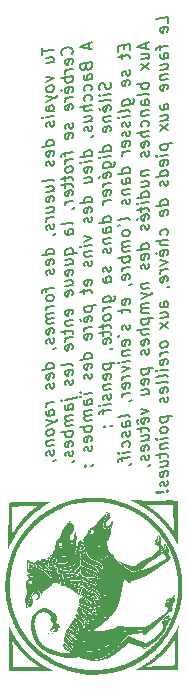
<source format=gbr>
%TF.GenerationSoftware,KiCad,Pcbnew,(6.0.0)*%
%TF.CreationDate,2022-07-22T11:55:08+02:00*%
%TF.ProjectId,aliasing,616c6961-7369-46e6-972e-6b696361645f,rev?*%
%TF.SameCoordinates,Original*%
%TF.FileFunction,Legend,Bot*%
%TF.FilePolarity,Positive*%
%FSLAX46Y46*%
G04 Gerber Fmt 4.6, Leading zero omitted, Abs format (unit mm)*
G04 Created by KiCad (PCBNEW (6.0.0)) date 2022-07-22 11:55:08*
%MOMM*%
%LPD*%
G01*
G04 APERTURE LIST*
%ADD10C,0.150000*%
G04 APERTURE END LIST*
D10*
X156622380Y-38435089D02*
X156622380Y-39006517D01*
X157622380Y-38595803D02*
X156622380Y-38720803D01*
X156955714Y-39726755D02*
X157622380Y-39643422D01*
X156955714Y-39298184D02*
X157479523Y-39232708D01*
X157574761Y-39268422D01*
X157622380Y-39357708D01*
X157622380Y-39500565D01*
X157574761Y-39601755D01*
X157527142Y-39655327D01*
X156955714Y-40869613D02*
X157622380Y-41024374D01*
X156955714Y-41345803D01*
X157622380Y-41786279D02*
X157574761Y-41696994D01*
X157527142Y-41655327D01*
X157431904Y-41619613D01*
X157146190Y-41655327D01*
X157050952Y-41714851D01*
X157003333Y-41768422D01*
X156955714Y-41869613D01*
X156955714Y-42012470D01*
X157003333Y-42101755D01*
X157050952Y-42143422D01*
X157146190Y-42179136D01*
X157431904Y-42143422D01*
X157527142Y-42083898D01*
X157574761Y-42030327D01*
X157622380Y-41929136D01*
X157622380Y-41786279D01*
X156955714Y-42536279D02*
X157622380Y-42691041D01*
X156955714Y-43012470D02*
X157622380Y-42691041D01*
X157860476Y-42566041D01*
X157908095Y-42512470D01*
X157955714Y-42411279D01*
X157622380Y-43738660D02*
X157098571Y-43804136D01*
X157003333Y-43768422D01*
X156955714Y-43679136D01*
X156955714Y-43488660D01*
X157003333Y-43387470D01*
X157574761Y-43744613D02*
X157622380Y-43643422D01*
X157622380Y-43405327D01*
X157574761Y-43316041D01*
X157479523Y-43280327D01*
X157384285Y-43292232D01*
X157289047Y-43351755D01*
X157241428Y-43452946D01*
X157241428Y-43691041D01*
X157193809Y-43792232D01*
X157622380Y-44214851D02*
X156955714Y-44298184D01*
X156622380Y-44339851D02*
X156670000Y-44286279D01*
X156717619Y-44327946D01*
X156670000Y-44381517D01*
X156622380Y-44339851D01*
X156717619Y-44327946D01*
X157574761Y-44649374D02*
X157622380Y-44738660D01*
X157622380Y-44929136D01*
X157574761Y-45030327D01*
X157479523Y-45089851D01*
X157431904Y-45095803D01*
X157336666Y-45060089D01*
X157289047Y-44970803D01*
X157289047Y-44827946D01*
X157241428Y-44738660D01*
X157146190Y-44702946D01*
X157098571Y-44708898D01*
X157003333Y-44768422D01*
X156955714Y-44869613D01*
X156955714Y-45012470D01*
X157003333Y-45101755D01*
X157622380Y-46691041D02*
X156622380Y-46816041D01*
X157574761Y-46696994D02*
X157622380Y-46595803D01*
X157622380Y-46405327D01*
X157574761Y-46316041D01*
X157527142Y-46274374D01*
X157431904Y-46238660D01*
X157146190Y-46274374D01*
X157050952Y-46333898D01*
X157003333Y-46387470D01*
X156955714Y-46488660D01*
X156955714Y-46679136D01*
X157003333Y-46768422D01*
X157574761Y-47554136D02*
X157622380Y-47452946D01*
X157622380Y-47262470D01*
X157574761Y-47173184D01*
X157479523Y-47137470D01*
X157098571Y-47185089D01*
X157003333Y-47244613D01*
X156955714Y-47345803D01*
X156955714Y-47536279D01*
X157003333Y-47625565D01*
X157098571Y-47661279D01*
X157193809Y-47649374D01*
X157289047Y-47161279D01*
X157574761Y-47982708D02*
X157622380Y-48071994D01*
X157622380Y-48262470D01*
X157574761Y-48363660D01*
X157479523Y-48423184D01*
X157431904Y-48429136D01*
X157336666Y-48393422D01*
X157289047Y-48304136D01*
X157289047Y-48161279D01*
X157241428Y-48071994D01*
X157146190Y-48036279D01*
X157098571Y-48042232D01*
X157003333Y-48101755D01*
X156955714Y-48202946D01*
X156955714Y-48345803D01*
X157003333Y-48435089D01*
X157622380Y-49738660D02*
X157574761Y-49649374D01*
X157479523Y-49613660D01*
X156622380Y-49720803D01*
X156955714Y-50631517D02*
X157622380Y-50548184D01*
X156955714Y-50202946D02*
X157479523Y-50137470D01*
X157574761Y-50173184D01*
X157622380Y-50262470D01*
X157622380Y-50405327D01*
X157574761Y-50506517D01*
X157527142Y-50560089D01*
X157574761Y-51411279D02*
X157622380Y-51310089D01*
X157622380Y-51119613D01*
X157574761Y-51030327D01*
X157479523Y-50994613D01*
X157098571Y-51042232D01*
X157003333Y-51101755D01*
X156955714Y-51202946D01*
X156955714Y-51393422D01*
X157003333Y-51482708D01*
X157098571Y-51518422D01*
X157193809Y-51506517D01*
X157289047Y-51018422D01*
X156955714Y-52393422D02*
X157622380Y-52310089D01*
X156955714Y-51964851D02*
X157479523Y-51899374D01*
X157574761Y-51935089D01*
X157622380Y-52024374D01*
X157622380Y-52167232D01*
X157574761Y-52268422D01*
X157527142Y-52321994D01*
X157622380Y-52786279D02*
X156955714Y-52869613D01*
X157146190Y-52845803D02*
X157050952Y-52905327D01*
X157003333Y-52958898D01*
X156955714Y-53060089D01*
X156955714Y-53155327D01*
X157574761Y-53363660D02*
X157622380Y-53452946D01*
X157622380Y-53643422D01*
X157574761Y-53744613D01*
X157479523Y-53804136D01*
X157431904Y-53810089D01*
X157336666Y-53774374D01*
X157289047Y-53685089D01*
X157289047Y-53542232D01*
X157241428Y-53452946D01*
X157146190Y-53417232D01*
X157098571Y-53423184D01*
X157003333Y-53482708D01*
X156955714Y-53583898D01*
X156955714Y-53726755D01*
X157003333Y-53816041D01*
X157574761Y-54268422D02*
X157622380Y-54262470D01*
X157717619Y-54202946D01*
X157765238Y-54149374D01*
X157622380Y-55881517D02*
X156622380Y-56006517D01*
X157574761Y-55887470D02*
X157622380Y-55786279D01*
X157622380Y-55595803D01*
X157574761Y-55506517D01*
X157527142Y-55464851D01*
X157431904Y-55429136D01*
X157146190Y-55464851D01*
X157050952Y-55524374D01*
X157003333Y-55577946D01*
X156955714Y-55679136D01*
X156955714Y-55869613D01*
X157003333Y-55958898D01*
X157574761Y-56744613D02*
X157622380Y-56643422D01*
X157622380Y-56452946D01*
X157574761Y-56363660D01*
X157479523Y-56327946D01*
X157098571Y-56375565D01*
X157003333Y-56435089D01*
X156955714Y-56536279D01*
X156955714Y-56726755D01*
X157003333Y-56816041D01*
X157098571Y-56851755D01*
X157193809Y-56839851D01*
X157289047Y-56351755D01*
X157574761Y-57173184D02*
X157622380Y-57262470D01*
X157622380Y-57452946D01*
X157574761Y-57554136D01*
X157479523Y-57613660D01*
X157431904Y-57619613D01*
X157336666Y-57583898D01*
X157289047Y-57494613D01*
X157289047Y-57351755D01*
X157241428Y-57262470D01*
X157146190Y-57226755D01*
X157098571Y-57232708D01*
X157003333Y-57292232D01*
X156955714Y-57393422D01*
X156955714Y-57536279D01*
X157003333Y-57625565D01*
X156955714Y-58726755D02*
X156955714Y-59107708D01*
X157622380Y-58786279D02*
X156765238Y-58893422D01*
X156670000Y-58952946D01*
X156622380Y-59054136D01*
X156622380Y-59149374D01*
X157622380Y-59500565D02*
X157574761Y-59411279D01*
X157527142Y-59369613D01*
X157431904Y-59333898D01*
X157146190Y-59369613D01*
X157050952Y-59429136D01*
X157003333Y-59482708D01*
X156955714Y-59583898D01*
X156955714Y-59726755D01*
X157003333Y-59816041D01*
X157050952Y-59857708D01*
X157146190Y-59893422D01*
X157431904Y-59857708D01*
X157527142Y-59798184D01*
X157574761Y-59744613D01*
X157622380Y-59643422D01*
X157622380Y-59500565D01*
X157622380Y-60262470D02*
X156955714Y-60345803D01*
X157146190Y-60321994D02*
X157050952Y-60381517D01*
X157003333Y-60435089D01*
X156955714Y-60536279D01*
X156955714Y-60631517D01*
X157622380Y-60881517D02*
X156955714Y-60964851D01*
X157050952Y-60952946D02*
X157003333Y-61006517D01*
X156955714Y-61107708D01*
X156955714Y-61250565D01*
X157003333Y-61339851D01*
X157098571Y-61375565D01*
X157622380Y-61310089D01*
X157098571Y-61375565D02*
X157003333Y-61435089D01*
X156955714Y-61536279D01*
X156955714Y-61679136D01*
X157003333Y-61768422D01*
X157098571Y-61804136D01*
X157622380Y-61738660D01*
X157574761Y-62601755D02*
X157622380Y-62500565D01*
X157622380Y-62310089D01*
X157574761Y-62220803D01*
X157479523Y-62185089D01*
X157098571Y-62232708D01*
X157003333Y-62292232D01*
X156955714Y-62393422D01*
X156955714Y-62583898D01*
X157003333Y-62673184D01*
X157098571Y-62708898D01*
X157193809Y-62696994D01*
X157289047Y-62208898D01*
X157574761Y-63030327D02*
X157622380Y-63119613D01*
X157622380Y-63310089D01*
X157574761Y-63411279D01*
X157479523Y-63470803D01*
X157431904Y-63476755D01*
X157336666Y-63441041D01*
X157289047Y-63351755D01*
X157289047Y-63208898D01*
X157241428Y-63119613D01*
X157146190Y-63083898D01*
X157098571Y-63089851D01*
X157003333Y-63149374D01*
X156955714Y-63250565D01*
X156955714Y-63393422D01*
X157003333Y-63482708D01*
X157574761Y-63935089D02*
X157622380Y-63929136D01*
X157717619Y-63869613D01*
X157765238Y-63816041D01*
X157622380Y-65548184D02*
X156622380Y-65673184D01*
X157574761Y-65554136D02*
X157622380Y-65452946D01*
X157622380Y-65262470D01*
X157574761Y-65173184D01*
X157527142Y-65131517D01*
X157431904Y-65095803D01*
X157146190Y-65131517D01*
X157050952Y-65191041D01*
X157003333Y-65244613D01*
X156955714Y-65345803D01*
X156955714Y-65536279D01*
X157003333Y-65625565D01*
X157574761Y-66411279D02*
X157622380Y-66310089D01*
X157622380Y-66119613D01*
X157574761Y-66030327D01*
X157479523Y-65994613D01*
X157098571Y-66042232D01*
X157003333Y-66101755D01*
X156955714Y-66202946D01*
X156955714Y-66393422D01*
X157003333Y-66482708D01*
X157098571Y-66518422D01*
X157193809Y-66506517D01*
X157289047Y-66018422D01*
X157574761Y-66839851D02*
X157622380Y-66929136D01*
X157622380Y-67119613D01*
X157574761Y-67220803D01*
X157479523Y-67280327D01*
X157431904Y-67286279D01*
X157336666Y-67250565D01*
X157289047Y-67161279D01*
X157289047Y-67018422D01*
X157241428Y-66929136D01*
X157146190Y-66893422D01*
X157098571Y-66899374D01*
X157003333Y-66958898D01*
X156955714Y-67060089D01*
X156955714Y-67202946D01*
X157003333Y-67292232D01*
X157622380Y-68452946D02*
X156955714Y-68536279D01*
X157146190Y-68512470D02*
X157050952Y-68571994D01*
X157003333Y-68625565D01*
X156955714Y-68726755D01*
X156955714Y-68821994D01*
X157622380Y-69500565D02*
X157098571Y-69566041D01*
X157003333Y-69530327D01*
X156955714Y-69441041D01*
X156955714Y-69250565D01*
X157003333Y-69149374D01*
X157574761Y-69506517D02*
X157622380Y-69405327D01*
X157622380Y-69167232D01*
X157574761Y-69077946D01*
X157479523Y-69042232D01*
X157384285Y-69054136D01*
X157289047Y-69113660D01*
X157241428Y-69214851D01*
X157241428Y-69452946D01*
X157193809Y-69554136D01*
X156955714Y-69964851D02*
X157622380Y-70119613D01*
X156955714Y-70441041D02*
X157622380Y-70119613D01*
X157860476Y-69994613D01*
X157908095Y-69941041D01*
X157955714Y-69839851D01*
X157622380Y-70881517D02*
X157574761Y-70792232D01*
X157527142Y-70750565D01*
X157431904Y-70714851D01*
X157146190Y-70750565D01*
X157050952Y-70810089D01*
X157003333Y-70863660D01*
X156955714Y-70964851D01*
X156955714Y-71107708D01*
X157003333Y-71196994D01*
X157050952Y-71238660D01*
X157146190Y-71274374D01*
X157431904Y-71238660D01*
X157527142Y-71179136D01*
X157574761Y-71125565D01*
X157622380Y-71024374D01*
X157622380Y-70881517D01*
X156955714Y-71726755D02*
X157622380Y-71643422D01*
X157050952Y-71714851D02*
X157003333Y-71768422D01*
X156955714Y-71869613D01*
X156955714Y-72012470D01*
X157003333Y-72101755D01*
X157098571Y-72137470D01*
X157622380Y-72071994D01*
X157574761Y-72506517D02*
X157622380Y-72595803D01*
X157622380Y-72786279D01*
X157574761Y-72887470D01*
X157479523Y-72946994D01*
X157431904Y-72952946D01*
X157336666Y-72917232D01*
X157289047Y-72827946D01*
X157289047Y-72685089D01*
X157241428Y-72595803D01*
X157146190Y-72560089D01*
X157098571Y-72566041D01*
X157003333Y-72625565D01*
X156955714Y-72726755D01*
X156955714Y-72869613D01*
X157003333Y-72958898D01*
X157574761Y-73411279D02*
X157622380Y-73405327D01*
X157717619Y-73345803D01*
X157765238Y-73292232D01*
X159137142Y-38964851D02*
X159184761Y-38911279D01*
X159232380Y-38762470D01*
X159232380Y-38667232D01*
X159184761Y-38530327D01*
X159089523Y-38446994D01*
X158994285Y-38411279D01*
X158803809Y-38387470D01*
X158660952Y-38405327D01*
X158470476Y-38476755D01*
X158375238Y-38536279D01*
X158280000Y-38643422D01*
X158232380Y-38792232D01*
X158232380Y-38887470D01*
X158280000Y-39024375D01*
X158327619Y-39066041D01*
X159184761Y-39768422D02*
X159232380Y-39667232D01*
X159232380Y-39476755D01*
X159184761Y-39387470D01*
X159089523Y-39351755D01*
X158708571Y-39399375D01*
X158613333Y-39458898D01*
X158565714Y-39560089D01*
X158565714Y-39750565D01*
X158613333Y-39839851D01*
X158708571Y-39875565D01*
X158803809Y-39863660D01*
X158899047Y-39375565D01*
X159232380Y-40238660D02*
X158565714Y-40321994D01*
X158756190Y-40298184D02*
X158660952Y-40357708D01*
X158613333Y-40411279D01*
X158565714Y-40512470D01*
X158565714Y-40607708D01*
X159232380Y-40857708D02*
X158232380Y-40982708D01*
X158613333Y-40935089D02*
X158565714Y-41036279D01*
X158565714Y-41226755D01*
X158613333Y-41316041D01*
X158660952Y-41357708D01*
X158756190Y-41393422D01*
X159041904Y-41357708D01*
X159137142Y-41298184D01*
X159184761Y-41244613D01*
X159232380Y-41143422D01*
X159232380Y-40952946D01*
X159184761Y-40863660D01*
X159184761Y-42149375D02*
X159232380Y-42048184D01*
X159232380Y-41857708D01*
X159184761Y-41768422D01*
X159089523Y-41732708D01*
X158708571Y-41780327D01*
X158613333Y-41839851D01*
X158565714Y-41941041D01*
X158565714Y-42131517D01*
X158613333Y-42220803D01*
X158708571Y-42256517D01*
X158803809Y-42244613D01*
X158899047Y-41756517D01*
X158184761Y-41988660D02*
X158327619Y-42113660D01*
X159232380Y-42619613D02*
X158565714Y-42702946D01*
X158756190Y-42679136D02*
X158660952Y-42738660D01*
X158613333Y-42792232D01*
X158565714Y-42893422D01*
X158565714Y-42988660D01*
X159184761Y-43625565D02*
X159232380Y-43524375D01*
X159232380Y-43333898D01*
X159184761Y-43244613D01*
X159089523Y-43208898D01*
X158708571Y-43256517D01*
X158613333Y-43316041D01*
X158565714Y-43417232D01*
X158565714Y-43607708D01*
X158613333Y-43696994D01*
X158708571Y-43732708D01*
X158803809Y-43720803D01*
X158899047Y-43232708D01*
X159184761Y-44816041D02*
X159232380Y-44905327D01*
X159232380Y-45095803D01*
X159184761Y-45196994D01*
X159089523Y-45256517D01*
X159041904Y-45262470D01*
X158946666Y-45226755D01*
X158899047Y-45137470D01*
X158899047Y-44994613D01*
X158851428Y-44905327D01*
X158756190Y-44869613D01*
X158708571Y-44875565D01*
X158613333Y-44935089D01*
X158565714Y-45036279D01*
X158565714Y-45179136D01*
X158613333Y-45268422D01*
X159184761Y-46054136D02*
X159232380Y-45952946D01*
X159232380Y-45762470D01*
X159184761Y-45673184D01*
X159089523Y-45637470D01*
X158708571Y-45685089D01*
X158613333Y-45744613D01*
X158565714Y-45845803D01*
X158565714Y-46036279D01*
X158613333Y-46125565D01*
X158708571Y-46161279D01*
X158803809Y-46149375D01*
X158899047Y-45661279D01*
X158565714Y-47226755D02*
X158565714Y-47607708D01*
X159232380Y-47286279D02*
X158375238Y-47393422D01*
X158280000Y-47452946D01*
X158232380Y-47554136D01*
X158232380Y-47649375D01*
X159232380Y-47857708D02*
X158565714Y-47941041D01*
X158756190Y-47917232D02*
X158660952Y-47976755D01*
X158613333Y-48030327D01*
X158565714Y-48131517D01*
X158565714Y-48226755D01*
X159232380Y-48619613D02*
X159184761Y-48530327D01*
X159137142Y-48488660D01*
X159041904Y-48452946D01*
X158756190Y-48488660D01*
X158660952Y-48548184D01*
X158613333Y-48601755D01*
X158565714Y-48702946D01*
X158565714Y-48845803D01*
X158613333Y-48935089D01*
X158660952Y-48976755D01*
X158756190Y-49012470D01*
X159041904Y-48976755D01*
X159137142Y-48917232D01*
X159184761Y-48863660D01*
X159232380Y-48762470D01*
X159232380Y-48619613D01*
X158565714Y-49321994D02*
X158565714Y-49702946D01*
X158232380Y-49506517D02*
X159089523Y-49399375D01*
X159184761Y-49435089D01*
X159232380Y-49524375D01*
X159232380Y-49619613D01*
X158565714Y-49893422D02*
X158565714Y-50274375D01*
X158232380Y-50077946D02*
X159089523Y-49970803D01*
X159184761Y-50006517D01*
X159232380Y-50095803D01*
X159232380Y-50191041D01*
X159184761Y-50911279D02*
X159232380Y-50810089D01*
X159232380Y-50619613D01*
X159184761Y-50530327D01*
X159089523Y-50494613D01*
X158708571Y-50542232D01*
X158613333Y-50601755D01*
X158565714Y-50702946D01*
X158565714Y-50893422D01*
X158613333Y-50982708D01*
X158708571Y-51018422D01*
X158803809Y-51006517D01*
X158899047Y-50518422D01*
X159232380Y-51381517D02*
X158565714Y-51464851D01*
X158756190Y-51441041D02*
X158660952Y-51500565D01*
X158613333Y-51554136D01*
X158565714Y-51655327D01*
X158565714Y-51750565D01*
X159184761Y-52054136D02*
X159232380Y-52048184D01*
X159327619Y-51988660D01*
X159375238Y-51935089D01*
X159232380Y-53381517D02*
X159184761Y-53292232D01*
X159089523Y-53256517D01*
X158232380Y-53363660D01*
X159232380Y-54191041D02*
X158708571Y-54256517D01*
X158613333Y-54220803D01*
X158565714Y-54131517D01*
X158565714Y-53941041D01*
X158613333Y-53839851D01*
X159184761Y-54196994D02*
X159232380Y-54095803D01*
X159232380Y-53857708D01*
X159184761Y-53768422D01*
X159089523Y-53732708D01*
X158994285Y-53744613D01*
X158899047Y-53804136D01*
X158851428Y-53905327D01*
X158851428Y-54143422D01*
X158803809Y-54244613D01*
X158565714Y-55941041D02*
X159565714Y-55816041D01*
X159184761Y-55863660D02*
X159232380Y-55762470D01*
X159232380Y-55571994D01*
X159184761Y-55482708D01*
X159137142Y-55441041D01*
X159041904Y-55405327D01*
X158756190Y-55441041D01*
X158660952Y-55500565D01*
X158613333Y-55554136D01*
X158565714Y-55655327D01*
X158565714Y-55845803D01*
X158613333Y-55935089D01*
X158565714Y-56845803D02*
X159232380Y-56762470D01*
X158565714Y-56417232D02*
X159089523Y-56351755D01*
X159184761Y-56387470D01*
X159232380Y-56476755D01*
X159232380Y-56619613D01*
X159184761Y-56720803D01*
X159137142Y-56774375D01*
X159184761Y-57625565D02*
X159232380Y-57524375D01*
X159232380Y-57333898D01*
X159184761Y-57244613D01*
X159089523Y-57208898D01*
X158708571Y-57256517D01*
X158613333Y-57316041D01*
X158565714Y-57417232D01*
X158565714Y-57607708D01*
X158613333Y-57696994D01*
X158708571Y-57732708D01*
X158803809Y-57720803D01*
X158899047Y-57232708D01*
X158565714Y-58607708D02*
X159232380Y-58524375D01*
X158565714Y-58179136D02*
X159089523Y-58113660D01*
X159184761Y-58149375D01*
X159232380Y-58238660D01*
X159232380Y-58381517D01*
X159184761Y-58482708D01*
X159137142Y-58536279D01*
X159184761Y-59387470D02*
X159232380Y-59286279D01*
X159232380Y-59095803D01*
X159184761Y-59006517D01*
X159089523Y-58970803D01*
X158708571Y-59018422D01*
X158613333Y-59077946D01*
X158565714Y-59179136D01*
X158565714Y-59369613D01*
X158613333Y-59458898D01*
X158708571Y-59494613D01*
X158803809Y-59482708D01*
X158899047Y-58994613D01*
X159184761Y-61006517D02*
X159232380Y-60905327D01*
X159232380Y-60714851D01*
X159184761Y-60625565D01*
X159089523Y-60589851D01*
X158708571Y-60637470D01*
X158613333Y-60696994D01*
X158565714Y-60798184D01*
X158565714Y-60988660D01*
X158613333Y-61077946D01*
X158708571Y-61113660D01*
X158803809Y-61101755D01*
X158899047Y-60613660D01*
X158565714Y-61560089D02*
X159232380Y-61476755D01*
X158660952Y-61548184D02*
X158613333Y-61601755D01*
X158565714Y-61702946D01*
X158565714Y-61845803D01*
X158613333Y-61935089D01*
X158708571Y-61970803D01*
X159232380Y-61905327D01*
X158565714Y-62321994D02*
X158565714Y-62702946D01*
X158232380Y-62506517D02*
X159089523Y-62399375D01*
X159184761Y-62435089D01*
X159232380Y-62524375D01*
X159232380Y-62619613D01*
X159232380Y-62952946D02*
X158565714Y-63036279D01*
X158756190Y-63012470D02*
X158660952Y-63071994D01*
X158613333Y-63125565D01*
X158565714Y-63226755D01*
X158565714Y-63321994D01*
X159184761Y-63958898D02*
X159232380Y-63857708D01*
X159232380Y-63667232D01*
X159184761Y-63577946D01*
X159089523Y-63542232D01*
X158708571Y-63589851D01*
X158613333Y-63649375D01*
X158565714Y-63750565D01*
X158565714Y-63941041D01*
X158613333Y-64030327D01*
X158708571Y-64066041D01*
X158803809Y-64054136D01*
X158899047Y-63566041D01*
X159232380Y-65333898D02*
X159184761Y-65244613D01*
X159089523Y-65208898D01*
X158232380Y-65316041D01*
X159184761Y-66101755D02*
X159232380Y-66000565D01*
X159232380Y-65810089D01*
X159184761Y-65720803D01*
X159089523Y-65685089D01*
X158708571Y-65732708D01*
X158613333Y-65792232D01*
X158565714Y-65893422D01*
X158565714Y-66083898D01*
X158613333Y-66173184D01*
X158708571Y-66208898D01*
X158803809Y-66196994D01*
X158899047Y-65708898D01*
X159184761Y-66530327D02*
X159232380Y-66619613D01*
X159232380Y-66810089D01*
X159184761Y-66911279D01*
X159089523Y-66970803D01*
X159041904Y-66976755D01*
X158946666Y-66941041D01*
X158899047Y-66851755D01*
X158899047Y-66708898D01*
X158851428Y-66619613D01*
X158756190Y-66583898D01*
X158708571Y-66589851D01*
X158613333Y-66649375D01*
X158565714Y-66750565D01*
X158565714Y-66893422D01*
X158613333Y-66982708D01*
X158565714Y-68226755D02*
X159422857Y-68119613D01*
X159518095Y-68060089D01*
X159565714Y-67958898D01*
X159565714Y-67911279D01*
X158232380Y-68268422D02*
X158280000Y-68214851D01*
X158327619Y-68256517D01*
X158280000Y-68310089D01*
X158232380Y-68268422D01*
X158327619Y-68256517D01*
X159232380Y-69048184D02*
X158708571Y-69113660D01*
X158613333Y-69077946D01*
X158565714Y-68988660D01*
X158565714Y-68798184D01*
X158613333Y-68696994D01*
X159184761Y-69054136D02*
X159232380Y-68952946D01*
X159232380Y-68714851D01*
X159184761Y-68625565D01*
X159089523Y-68589851D01*
X158994285Y-68601755D01*
X158899047Y-68661279D01*
X158851428Y-68762470D01*
X158851428Y-69000565D01*
X158803809Y-69101755D01*
X159232380Y-69524375D02*
X158565714Y-69607708D01*
X158660952Y-69595803D02*
X158613333Y-69649375D01*
X158565714Y-69750565D01*
X158565714Y-69893422D01*
X158613333Y-69982708D01*
X158708571Y-70018422D01*
X159232380Y-69952946D01*
X158708571Y-70018422D02*
X158613333Y-70077946D01*
X158565714Y-70179136D01*
X158565714Y-70321994D01*
X158613333Y-70411279D01*
X158708571Y-70446994D01*
X159232380Y-70381517D01*
X159232380Y-70857708D02*
X158232380Y-70982708D01*
X158613333Y-70935089D02*
X158565714Y-71036279D01*
X158565714Y-71226755D01*
X158613333Y-71316041D01*
X158660952Y-71357708D01*
X158756190Y-71393422D01*
X159041904Y-71357708D01*
X159137142Y-71298184D01*
X159184761Y-71244613D01*
X159232380Y-71143422D01*
X159232380Y-70952946D01*
X159184761Y-70863660D01*
X159184761Y-72149375D02*
X159232380Y-72048184D01*
X159232380Y-71857708D01*
X159184761Y-71768422D01*
X159089523Y-71732708D01*
X158708571Y-71780327D01*
X158613333Y-71839851D01*
X158565714Y-71941041D01*
X158565714Y-72131517D01*
X158613333Y-72220803D01*
X158708571Y-72256517D01*
X158803809Y-72244613D01*
X158899047Y-71756517D01*
X159184761Y-72577946D02*
X159232380Y-72667232D01*
X159232380Y-72857708D01*
X159184761Y-72958898D01*
X159089523Y-73018422D01*
X159041904Y-73024375D01*
X158946666Y-72988660D01*
X158899047Y-72899375D01*
X158899047Y-72756517D01*
X158851428Y-72667232D01*
X158756190Y-72631517D01*
X158708571Y-72637470D01*
X158613333Y-72696994D01*
X158565714Y-72798184D01*
X158565714Y-72941041D01*
X158613333Y-73030327D01*
X159184761Y-73482708D02*
X159232380Y-73476755D01*
X159327619Y-73417232D01*
X159375238Y-73363660D01*
X160556666Y-38036279D02*
X160556666Y-38512470D01*
X160842380Y-37905327D02*
X159842380Y-38363660D01*
X160842380Y-38571994D01*
X160318571Y-40066041D02*
X160366190Y-40202946D01*
X160413809Y-40244613D01*
X160509047Y-40280327D01*
X160651904Y-40262470D01*
X160747142Y-40202946D01*
X160794761Y-40149375D01*
X160842380Y-40048184D01*
X160842380Y-39667232D01*
X159842380Y-39792232D01*
X159842380Y-40125565D01*
X159890000Y-40214851D01*
X159937619Y-40256517D01*
X160032857Y-40292232D01*
X160128095Y-40280327D01*
X160223333Y-40220803D01*
X160270952Y-40167232D01*
X160318571Y-40066041D01*
X160318571Y-39732708D01*
X160842380Y-41095803D02*
X160318571Y-41161279D01*
X160223333Y-41125565D01*
X160175714Y-41036279D01*
X160175714Y-40845803D01*
X160223333Y-40744613D01*
X160794761Y-41101755D02*
X160842380Y-41000565D01*
X160842380Y-40762470D01*
X160794761Y-40673184D01*
X160699523Y-40637470D01*
X160604285Y-40649375D01*
X160509047Y-40708898D01*
X160461428Y-40810089D01*
X160461428Y-41048184D01*
X160413809Y-41149375D01*
X160794761Y-42006517D02*
X160842380Y-41905327D01*
X160842380Y-41714851D01*
X160794761Y-41625565D01*
X160747142Y-41583898D01*
X160651904Y-41548184D01*
X160366190Y-41583898D01*
X160270952Y-41643422D01*
X160223333Y-41696994D01*
X160175714Y-41798184D01*
X160175714Y-41988660D01*
X160223333Y-42077946D01*
X160794761Y-42863660D02*
X160842380Y-42762470D01*
X160842380Y-42571994D01*
X160794761Y-42482708D01*
X160747142Y-42441041D01*
X160651904Y-42405327D01*
X160366190Y-42441041D01*
X160270952Y-42500565D01*
X160223333Y-42554136D01*
X160175714Y-42655327D01*
X160175714Y-42845803D01*
X160223333Y-42935089D01*
X160842380Y-43286279D02*
X159842380Y-43411279D01*
X160842380Y-43714851D02*
X160318571Y-43780327D01*
X160223333Y-43744613D01*
X160175714Y-43655327D01*
X160175714Y-43512470D01*
X160223333Y-43411279D01*
X160270952Y-43357708D01*
X160175714Y-44702946D02*
X160842380Y-44619613D01*
X160175714Y-44274375D02*
X160699523Y-44208898D01*
X160794761Y-44244613D01*
X160842380Y-44333898D01*
X160842380Y-44476755D01*
X160794761Y-44577946D01*
X160747142Y-44631517D01*
X160794761Y-45054136D02*
X160842380Y-45143422D01*
X160842380Y-45333898D01*
X160794761Y-45435089D01*
X160699523Y-45494613D01*
X160651904Y-45500565D01*
X160556666Y-45464851D01*
X160509047Y-45375565D01*
X160509047Y-45232708D01*
X160461428Y-45143422D01*
X160366190Y-45107708D01*
X160318571Y-45113660D01*
X160223333Y-45173184D01*
X160175714Y-45274375D01*
X160175714Y-45417232D01*
X160223333Y-45506517D01*
X160794761Y-45958898D02*
X160842380Y-45952946D01*
X160937619Y-45893422D01*
X160985238Y-45839851D01*
X160842380Y-47571994D02*
X159842380Y-47696994D01*
X160794761Y-47577946D02*
X160842380Y-47476755D01*
X160842380Y-47286279D01*
X160794761Y-47196994D01*
X160747142Y-47155327D01*
X160651904Y-47119613D01*
X160366190Y-47155327D01*
X160270952Y-47214851D01*
X160223333Y-47268422D01*
X160175714Y-47369613D01*
X160175714Y-47560089D01*
X160223333Y-47649375D01*
X160842380Y-48048184D02*
X160175714Y-48131517D01*
X159842380Y-48173184D02*
X159890000Y-48119613D01*
X159937619Y-48161279D01*
X159890000Y-48214851D01*
X159842380Y-48173184D01*
X159937619Y-48161279D01*
X160794761Y-48911279D02*
X160842380Y-48810089D01*
X160842380Y-48619613D01*
X160794761Y-48530327D01*
X160699523Y-48494613D01*
X160318571Y-48542232D01*
X160223333Y-48601755D01*
X160175714Y-48702946D01*
X160175714Y-48893422D01*
X160223333Y-48982708D01*
X160318571Y-49018422D01*
X160413809Y-49006517D01*
X160509047Y-48518422D01*
X160175714Y-49893422D02*
X160842380Y-49810089D01*
X160175714Y-49464851D02*
X160699523Y-49399375D01*
X160794761Y-49435089D01*
X160842380Y-49524375D01*
X160842380Y-49667232D01*
X160794761Y-49768422D01*
X160747142Y-49821994D01*
X160842380Y-51476755D02*
X159842380Y-51601755D01*
X160794761Y-51482708D02*
X160842380Y-51381517D01*
X160842380Y-51191041D01*
X160794761Y-51101755D01*
X160747142Y-51060089D01*
X160651904Y-51024375D01*
X160366190Y-51060089D01*
X160270952Y-51119613D01*
X160223333Y-51173184D01*
X160175714Y-51274375D01*
X160175714Y-51464851D01*
X160223333Y-51554136D01*
X160794761Y-52339851D02*
X160842380Y-52238660D01*
X160842380Y-52048184D01*
X160794761Y-51958898D01*
X160699523Y-51923184D01*
X160318571Y-51970803D01*
X160223333Y-52030327D01*
X160175714Y-52131517D01*
X160175714Y-52321994D01*
X160223333Y-52411279D01*
X160318571Y-52446994D01*
X160413809Y-52435089D01*
X160509047Y-51946994D01*
X160794761Y-52768422D02*
X160842380Y-52857708D01*
X160842380Y-53048184D01*
X160794761Y-53149375D01*
X160699523Y-53208898D01*
X160651904Y-53214851D01*
X160556666Y-53179136D01*
X160509047Y-53089851D01*
X160509047Y-52946994D01*
X160461428Y-52857708D01*
X160366190Y-52821994D01*
X160318571Y-52827946D01*
X160223333Y-52887470D01*
X160175714Y-52988660D01*
X160175714Y-53131517D01*
X160223333Y-53220803D01*
X160175714Y-54369613D02*
X160842380Y-54524375D01*
X160175714Y-54845803D01*
X160842380Y-55143422D02*
X160175714Y-55226755D01*
X159842380Y-55268422D02*
X159890000Y-55214851D01*
X159937619Y-55256517D01*
X159890000Y-55310089D01*
X159842380Y-55268422D01*
X159937619Y-55256517D01*
X160175714Y-55702946D02*
X160842380Y-55619613D01*
X160270952Y-55691041D02*
X160223333Y-55744613D01*
X160175714Y-55845803D01*
X160175714Y-55988660D01*
X160223333Y-56077946D01*
X160318571Y-56113660D01*
X160842380Y-56048184D01*
X160794761Y-56482708D02*
X160842380Y-56571994D01*
X160842380Y-56762470D01*
X160794761Y-56863660D01*
X160699523Y-56923184D01*
X160651904Y-56929136D01*
X160556666Y-56893422D01*
X160509047Y-56804136D01*
X160509047Y-56661279D01*
X160461428Y-56571994D01*
X160366190Y-56536279D01*
X160318571Y-56542232D01*
X160223333Y-56601755D01*
X160175714Y-56702946D01*
X160175714Y-56845803D01*
X160223333Y-56935089D01*
X160794761Y-58482708D02*
X160842380Y-58381517D01*
X160842380Y-58191041D01*
X160794761Y-58101755D01*
X160699523Y-58066041D01*
X160318571Y-58113660D01*
X160223333Y-58173184D01*
X160175714Y-58274375D01*
X160175714Y-58464851D01*
X160223333Y-58554136D01*
X160318571Y-58589851D01*
X160413809Y-58577946D01*
X160509047Y-58089851D01*
X160175714Y-58893422D02*
X160175714Y-59274374D01*
X159842380Y-59077946D02*
X160699523Y-58970803D01*
X160794761Y-59006517D01*
X160842380Y-59095803D01*
X160842380Y-59191041D01*
X160175714Y-60369613D02*
X161175714Y-60244613D01*
X160223333Y-60363660D02*
X160175714Y-60464851D01*
X160175714Y-60655327D01*
X160223333Y-60744613D01*
X160270952Y-60786279D01*
X160366190Y-60821994D01*
X160651904Y-60786279D01*
X160747142Y-60726755D01*
X160794761Y-60673184D01*
X160842380Y-60571994D01*
X160842380Y-60381517D01*
X160794761Y-60292232D01*
X160794761Y-61577946D02*
X160842380Y-61476755D01*
X160842380Y-61286279D01*
X160794761Y-61196994D01*
X160699523Y-61161279D01*
X160318571Y-61208898D01*
X160223333Y-61268422D01*
X160175714Y-61369613D01*
X160175714Y-61560089D01*
X160223333Y-61649374D01*
X160318571Y-61685089D01*
X160413809Y-61673184D01*
X160509047Y-61185089D01*
X159794761Y-61417232D02*
X159937619Y-61542232D01*
X160842380Y-62048184D02*
X160175714Y-62131517D01*
X160366190Y-62107708D02*
X160270952Y-62167232D01*
X160223333Y-62220803D01*
X160175714Y-62321994D01*
X160175714Y-62417232D01*
X160794761Y-63054136D02*
X160842380Y-62952946D01*
X160842380Y-62762470D01*
X160794761Y-62673184D01*
X160699523Y-62637470D01*
X160318571Y-62685089D01*
X160223333Y-62744613D01*
X160175714Y-62845803D01*
X160175714Y-63036279D01*
X160223333Y-63125565D01*
X160318571Y-63161279D01*
X160413809Y-63149374D01*
X160509047Y-62661279D01*
X160842380Y-64714851D02*
X159842380Y-64839851D01*
X160794761Y-64720803D02*
X160842380Y-64619613D01*
X160842380Y-64429136D01*
X160794761Y-64339851D01*
X160747142Y-64298184D01*
X160651904Y-64262470D01*
X160366190Y-64298184D01*
X160270952Y-64357708D01*
X160223333Y-64411279D01*
X160175714Y-64512470D01*
X160175714Y-64702946D01*
X160223333Y-64792232D01*
X160794761Y-65577946D02*
X160842380Y-65476755D01*
X160842380Y-65286279D01*
X160794761Y-65196994D01*
X160699523Y-65161279D01*
X160318571Y-65208898D01*
X160223333Y-65268422D01*
X160175714Y-65369613D01*
X160175714Y-65560089D01*
X160223333Y-65649374D01*
X160318571Y-65685089D01*
X160413809Y-65673184D01*
X160509047Y-65185089D01*
X160794761Y-66006517D02*
X160842380Y-66095803D01*
X160842380Y-66286279D01*
X160794761Y-66387470D01*
X160699523Y-66446994D01*
X160651904Y-66452946D01*
X160556666Y-66417232D01*
X160509047Y-66327946D01*
X160509047Y-66185089D01*
X160461428Y-66095803D01*
X160366190Y-66060089D01*
X160318571Y-66066041D01*
X160223333Y-66125565D01*
X160175714Y-66226755D01*
X160175714Y-66369613D01*
X160223333Y-66458898D01*
X159842380Y-67601755D02*
X159890000Y-67643422D01*
X159937619Y-67589851D01*
X159890000Y-67548184D01*
X159842380Y-67601755D01*
X159937619Y-67589851D01*
X159842380Y-67982708D02*
X159890000Y-68024374D01*
X159937619Y-67970803D01*
X159890000Y-67929136D01*
X159842380Y-67982708D01*
X159937619Y-67970803D01*
X160842380Y-67667232D02*
X160175714Y-67750565D01*
X160842380Y-68619613D02*
X160318571Y-68685089D01*
X160223333Y-68649374D01*
X160175714Y-68560089D01*
X160175714Y-68369613D01*
X160223333Y-68268422D01*
X160794761Y-68625565D02*
X160842380Y-68524374D01*
X160842380Y-68286279D01*
X160794761Y-68196994D01*
X160699523Y-68161279D01*
X160604285Y-68173184D01*
X160509047Y-68232708D01*
X160461428Y-68333898D01*
X160461428Y-68571994D01*
X160413809Y-68673184D01*
X160842380Y-69095803D02*
X160175714Y-69179136D01*
X160270952Y-69167232D02*
X160223333Y-69220803D01*
X160175714Y-69321994D01*
X160175714Y-69464851D01*
X160223333Y-69554136D01*
X160318571Y-69589851D01*
X160842380Y-69524374D01*
X160318571Y-69589851D02*
X160223333Y-69649374D01*
X160175714Y-69750565D01*
X160175714Y-69893422D01*
X160223333Y-69982708D01*
X160318571Y-70018422D01*
X160842380Y-69952946D01*
X160842380Y-70429136D02*
X159842380Y-70554136D01*
X160223333Y-70506517D02*
X160175714Y-70607708D01*
X160175714Y-70798184D01*
X160223333Y-70887470D01*
X160270952Y-70929136D01*
X160366190Y-70964851D01*
X160651904Y-70929136D01*
X160747142Y-70869613D01*
X160794761Y-70816041D01*
X160842380Y-70714851D01*
X160842380Y-70524374D01*
X160794761Y-70435089D01*
X160794761Y-71720803D02*
X160842380Y-71619613D01*
X160842380Y-71429136D01*
X160794761Y-71339851D01*
X160699523Y-71304136D01*
X160318571Y-71351755D01*
X160223333Y-71411279D01*
X160175714Y-71512470D01*
X160175714Y-71702946D01*
X160223333Y-71792232D01*
X160318571Y-71827946D01*
X160413809Y-71816041D01*
X160509047Y-71327946D01*
X160794761Y-72149374D02*
X160842380Y-72238660D01*
X160842380Y-72429136D01*
X160794761Y-72530327D01*
X160699523Y-72589851D01*
X160651904Y-72595803D01*
X160556666Y-72560089D01*
X160509047Y-72470803D01*
X160509047Y-72327946D01*
X160461428Y-72238660D01*
X160366190Y-72202946D01*
X160318571Y-72208898D01*
X160223333Y-72268422D01*
X160175714Y-72369613D01*
X160175714Y-72512470D01*
X160223333Y-72601755D01*
X160794761Y-73816041D02*
X160842380Y-73810089D01*
X160937619Y-73750565D01*
X160985238Y-73696994D01*
X160223333Y-73839851D02*
X160270952Y-73881517D01*
X160318571Y-73827946D01*
X160270952Y-73786279D01*
X160223333Y-73839851D01*
X160318571Y-73827946D01*
X162404761Y-41339851D02*
X162452380Y-41476755D01*
X162452380Y-41714851D01*
X162404761Y-41816041D01*
X162357142Y-41869613D01*
X162261904Y-41929136D01*
X162166666Y-41941041D01*
X162071428Y-41905327D01*
X162023809Y-41863660D01*
X161976190Y-41774375D01*
X161928571Y-41589851D01*
X161880952Y-41500565D01*
X161833333Y-41458898D01*
X161738095Y-41423184D01*
X161642857Y-41435089D01*
X161547619Y-41494613D01*
X161500000Y-41548184D01*
X161452380Y-41649375D01*
X161452380Y-41887470D01*
X161500000Y-42024375D01*
X162452380Y-42333898D02*
X161785714Y-42417232D01*
X161452380Y-42458898D02*
X161500000Y-42405327D01*
X161547619Y-42446994D01*
X161500000Y-42500565D01*
X161452380Y-42458898D01*
X161547619Y-42446994D01*
X162452380Y-42952946D02*
X162404761Y-42863660D01*
X162309523Y-42827946D01*
X161452380Y-42935089D01*
X162404761Y-43720803D02*
X162452380Y-43619613D01*
X162452380Y-43429136D01*
X162404761Y-43339851D01*
X162309523Y-43304136D01*
X161928571Y-43351755D01*
X161833333Y-43411279D01*
X161785714Y-43512470D01*
X161785714Y-43702946D01*
X161833333Y-43792232D01*
X161928571Y-43827946D01*
X162023809Y-43816041D01*
X162119047Y-43327946D01*
X161404761Y-43560089D02*
X161547619Y-43685089D01*
X161785714Y-44274375D02*
X162452380Y-44191041D01*
X161880952Y-44262470D02*
X161833333Y-44316041D01*
X161785714Y-44417232D01*
X161785714Y-44560089D01*
X161833333Y-44649375D01*
X161928571Y-44685089D01*
X162452380Y-44619613D01*
X162404761Y-45482708D02*
X162452380Y-45381517D01*
X162452380Y-45191041D01*
X162404761Y-45101755D01*
X162309523Y-45066041D01*
X161928571Y-45113660D01*
X161833333Y-45173184D01*
X161785714Y-45274375D01*
X161785714Y-45464851D01*
X161833333Y-45554136D01*
X161928571Y-45589851D01*
X162023809Y-45577946D01*
X162119047Y-45089851D01*
X162452380Y-47143422D02*
X161452380Y-47268422D01*
X162404761Y-47149375D02*
X162452380Y-47048184D01*
X162452380Y-46857708D01*
X162404761Y-46768422D01*
X162357142Y-46726755D01*
X162261904Y-46691041D01*
X161976190Y-46726755D01*
X161880952Y-46786279D01*
X161833333Y-46839851D01*
X161785714Y-46941041D01*
X161785714Y-47131517D01*
X161833333Y-47220803D01*
X162452380Y-47619613D02*
X161785714Y-47702946D01*
X161452380Y-47744613D02*
X161500000Y-47691041D01*
X161547619Y-47732708D01*
X161500000Y-47786279D01*
X161452380Y-47744613D01*
X161547619Y-47732708D01*
X161785714Y-48607708D02*
X162595238Y-48506517D01*
X162690476Y-48446994D01*
X162738095Y-48393422D01*
X162785714Y-48292232D01*
X162785714Y-48149375D01*
X162738095Y-48060089D01*
X162404761Y-48530327D02*
X162452380Y-48429136D01*
X162452380Y-48238660D01*
X162404761Y-48149375D01*
X162357142Y-48107708D01*
X162261904Y-48071994D01*
X161976190Y-48107708D01*
X161880952Y-48167232D01*
X161833333Y-48220803D01*
X161785714Y-48321994D01*
X161785714Y-48512470D01*
X161833333Y-48601755D01*
X162404761Y-49387470D02*
X162452380Y-49286279D01*
X162452380Y-49095803D01*
X162404761Y-49006517D01*
X162309523Y-48970803D01*
X161928571Y-49018422D01*
X161833333Y-49077946D01*
X161785714Y-49179136D01*
X161785714Y-49369613D01*
X161833333Y-49458898D01*
X161928571Y-49494613D01*
X162023809Y-49482708D01*
X162119047Y-48994613D01*
X161404761Y-49417232D02*
X161547619Y-49256517D01*
X162452380Y-49857708D02*
X161785714Y-49941041D01*
X161976190Y-49917232D02*
X161880952Y-49976755D01*
X161833333Y-50030327D01*
X161785714Y-50131517D01*
X161785714Y-50226755D01*
X162404761Y-50863660D02*
X162452380Y-50762470D01*
X162452380Y-50571994D01*
X162404761Y-50482708D01*
X162309523Y-50446994D01*
X161928571Y-50494613D01*
X161833333Y-50554136D01*
X161785714Y-50655327D01*
X161785714Y-50845803D01*
X161833333Y-50935089D01*
X161928571Y-50970803D01*
X162023809Y-50958898D01*
X162119047Y-50470803D01*
X162452380Y-51333898D02*
X161785714Y-51417232D01*
X161976190Y-51393422D02*
X161880952Y-51452946D01*
X161833333Y-51506517D01*
X161785714Y-51607708D01*
X161785714Y-51702946D01*
X162452380Y-53143422D02*
X161452380Y-53268422D01*
X162404761Y-53149375D02*
X162452380Y-53048184D01*
X162452380Y-52857708D01*
X162404761Y-52768422D01*
X162357142Y-52726755D01*
X162261904Y-52691041D01*
X161976190Y-52726755D01*
X161880952Y-52786279D01*
X161833333Y-52839851D01*
X161785714Y-52941041D01*
X161785714Y-53131517D01*
X161833333Y-53220803D01*
X162452380Y-54048184D02*
X161928571Y-54113660D01*
X161833333Y-54077946D01*
X161785714Y-53988660D01*
X161785714Y-53798184D01*
X161833333Y-53696994D01*
X162404761Y-54054136D02*
X162452380Y-53952946D01*
X162452380Y-53714851D01*
X162404761Y-53625565D01*
X162309523Y-53589851D01*
X162214285Y-53601755D01*
X162119047Y-53661279D01*
X162071428Y-53762470D01*
X162071428Y-54000565D01*
X162023809Y-54101755D01*
X161785714Y-54607708D02*
X162452380Y-54524375D01*
X161880952Y-54595803D02*
X161833333Y-54649375D01*
X161785714Y-54750565D01*
X161785714Y-54893422D01*
X161833333Y-54982708D01*
X161928571Y-55018422D01*
X162452380Y-54952946D01*
X162404761Y-55387470D02*
X162452380Y-55476755D01*
X162452380Y-55667232D01*
X162404761Y-55768422D01*
X162309523Y-55827946D01*
X162261904Y-55833898D01*
X162166666Y-55798184D01*
X162119047Y-55708898D01*
X162119047Y-55566041D01*
X162071428Y-55476755D01*
X161976190Y-55441041D01*
X161928571Y-55446994D01*
X161833333Y-55506517D01*
X161785714Y-55607708D01*
X161785714Y-55750565D01*
X161833333Y-55839851D01*
X162404761Y-56958898D02*
X162452380Y-57048184D01*
X162452380Y-57238660D01*
X162404761Y-57339851D01*
X162309523Y-57399375D01*
X162261904Y-57405327D01*
X162166666Y-57369613D01*
X162119047Y-57280327D01*
X162119047Y-57137470D01*
X162071428Y-57048184D01*
X161976190Y-57012470D01*
X161928571Y-57018422D01*
X161833333Y-57077946D01*
X161785714Y-57179136D01*
X161785714Y-57321994D01*
X161833333Y-57411279D01*
X162452380Y-58238660D02*
X161928571Y-58304136D01*
X161833333Y-58268422D01*
X161785714Y-58179136D01*
X161785714Y-57988660D01*
X161833333Y-57887470D01*
X162404761Y-58244613D02*
X162452380Y-58143422D01*
X162452380Y-57905327D01*
X162404761Y-57816041D01*
X162309523Y-57780327D01*
X162214285Y-57792232D01*
X162119047Y-57851755D01*
X162071428Y-57952946D01*
X162071428Y-58191041D01*
X162023809Y-58292232D01*
X161785714Y-59988660D02*
X162595238Y-59887470D01*
X162690476Y-59827946D01*
X162738095Y-59774375D01*
X162785714Y-59673184D01*
X162785714Y-59530327D01*
X162738095Y-59441041D01*
X162404761Y-59911279D02*
X162452380Y-59810089D01*
X162452380Y-59619613D01*
X162404761Y-59530327D01*
X162357142Y-59488660D01*
X162261904Y-59452946D01*
X161976190Y-59488660D01*
X161880952Y-59548184D01*
X161833333Y-59601755D01*
X161785714Y-59702946D01*
X161785714Y-59893422D01*
X161833333Y-59982708D01*
X162452380Y-60381517D02*
X161785714Y-60464851D01*
X161976190Y-60441041D02*
X161880952Y-60500565D01*
X161833333Y-60554136D01*
X161785714Y-60655327D01*
X161785714Y-60750565D01*
X162452380Y-61143422D02*
X162404761Y-61054136D01*
X162357142Y-61012470D01*
X162261904Y-60976755D01*
X161976190Y-61012470D01*
X161880952Y-61071994D01*
X161833333Y-61125565D01*
X161785714Y-61226755D01*
X161785714Y-61369613D01*
X161833333Y-61458898D01*
X161880952Y-61500565D01*
X161976190Y-61536279D01*
X162261904Y-61500565D01*
X162357142Y-61441041D01*
X162404761Y-61387470D01*
X162452380Y-61286279D01*
X162452380Y-61143422D01*
X161785714Y-61845803D02*
X161785714Y-62226755D01*
X161452380Y-62030327D02*
X162309523Y-61923184D01*
X162404761Y-61958898D01*
X162452380Y-62048184D01*
X162452380Y-62143422D01*
X161785714Y-62417232D02*
X161785714Y-62798184D01*
X161452380Y-62601755D02*
X162309523Y-62494613D01*
X162404761Y-62530327D01*
X162452380Y-62619613D01*
X162452380Y-62714851D01*
X162404761Y-63435089D02*
X162452380Y-63333898D01*
X162452380Y-63143422D01*
X162404761Y-63054136D01*
X162309523Y-63018422D01*
X161928571Y-63066041D01*
X161833333Y-63125565D01*
X161785714Y-63226755D01*
X161785714Y-63417232D01*
X161833333Y-63506517D01*
X161928571Y-63542232D01*
X162023809Y-63530327D01*
X162119047Y-63042232D01*
X162404761Y-63958898D02*
X162452380Y-63952946D01*
X162547619Y-63893422D01*
X162595238Y-63839851D01*
X161785714Y-65226755D02*
X162785714Y-65101755D01*
X161833333Y-65220803D02*
X161785714Y-65321994D01*
X161785714Y-65512470D01*
X161833333Y-65601755D01*
X161880952Y-65643422D01*
X161976190Y-65679136D01*
X162261904Y-65643422D01*
X162357142Y-65583898D01*
X162404761Y-65530327D01*
X162452380Y-65429136D01*
X162452380Y-65238660D01*
X162404761Y-65149375D01*
X162404761Y-66435089D02*
X162452380Y-66333898D01*
X162452380Y-66143422D01*
X162404761Y-66054136D01*
X162309523Y-66018422D01*
X161928571Y-66066041D01*
X161833333Y-66125565D01*
X161785714Y-66226755D01*
X161785714Y-66417232D01*
X161833333Y-66506517D01*
X161928571Y-66542232D01*
X162023809Y-66530327D01*
X162119047Y-66042232D01*
X161785714Y-66988660D02*
X162452380Y-66905327D01*
X161880952Y-66976755D02*
X161833333Y-67030327D01*
X161785714Y-67131517D01*
X161785714Y-67274375D01*
X161833333Y-67363660D01*
X161928571Y-67399375D01*
X162452380Y-67333898D01*
X162404761Y-67768422D02*
X162452380Y-67857708D01*
X162452380Y-68048184D01*
X162404761Y-68149375D01*
X162309523Y-68208898D01*
X162261904Y-68214851D01*
X162166666Y-68179136D01*
X162119047Y-68089851D01*
X162119047Y-67946994D01*
X162071428Y-67857708D01*
X161976190Y-67821994D01*
X161928571Y-67827946D01*
X161833333Y-67887470D01*
X161785714Y-67988660D01*
X161785714Y-68131517D01*
X161833333Y-68220803D01*
X162452380Y-68619613D02*
X161785714Y-68702946D01*
X161452380Y-68744613D02*
X161500000Y-68691041D01*
X161547619Y-68732708D01*
X161500000Y-68786279D01*
X161452380Y-68744613D01*
X161547619Y-68732708D01*
X161785714Y-69036279D02*
X161785714Y-69417232D01*
X162452380Y-69095803D02*
X161595238Y-69202946D01*
X161500000Y-69262470D01*
X161452380Y-69363660D01*
X161452380Y-69458898D01*
X162404761Y-70482708D02*
X162452380Y-70476755D01*
X162547619Y-70417232D01*
X162595238Y-70363660D01*
X161833333Y-70506517D02*
X161880952Y-70548184D01*
X161928571Y-70494613D01*
X161880952Y-70452946D01*
X161833333Y-70506517D01*
X161928571Y-70494613D01*
X163538571Y-38208898D02*
X163538571Y-38542232D01*
X164062380Y-38619613D02*
X164062380Y-38143422D01*
X163062380Y-38268422D01*
X163062380Y-38744613D01*
X163395714Y-38988660D02*
X163395714Y-39369613D01*
X163062380Y-39173184D02*
X163919523Y-39066041D01*
X164014761Y-39101755D01*
X164062380Y-39191041D01*
X164062380Y-39286279D01*
X164014761Y-40339851D02*
X164062380Y-40429136D01*
X164062380Y-40619613D01*
X164014761Y-40720803D01*
X163919523Y-40780327D01*
X163871904Y-40786279D01*
X163776666Y-40750565D01*
X163729047Y-40661279D01*
X163729047Y-40518422D01*
X163681428Y-40429136D01*
X163586190Y-40393422D01*
X163538571Y-40399375D01*
X163443333Y-40458898D01*
X163395714Y-40560089D01*
X163395714Y-40702946D01*
X163443333Y-40792232D01*
X164014761Y-41577946D02*
X164062380Y-41476755D01*
X164062380Y-41286279D01*
X164014761Y-41196994D01*
X163919523Y-41161279D01*
X163538571Y-41208898D01*
X163443333Y-41268422D01*
X163395714Y-41369613D01*
X163395714Y-41560089D01*
X163443333Y-41649375D01*
X163538571Y-41685089D01*
X163633809Y-41673184D01*
X163729047Y-41185089D01*
X163395714Y-43321994D02*
X164205238Y-43220803D01*
X164300476Y-43161279D01*
X164348095Y-43107708D01*
X164395714Y-43006517D01*
X164395714Y-42863660D01*
X164348095Y-42774375D01*
X164014761Y-43244613D02*
X164062380Y-43143422D01*
X164062380Y-42952946D01*
X164014761Y-42863660D01*
X163967142Y-42821994D01*
X163871904Y-42786279D01*
X163586190Y-42821994D01*
X163490952Y-42881517D01*
X163443333Y-42935089D01*
X163395714Y-43036279D01*
X163395714Y-43226755D01*
X163443333Y-43316041D01*
X164062380Y-43857708D02*
X164014761Y-43768422D01*
X163919523Y-43732708D01*
X163062380Y-43839851D01*
X164062380Y-44238660D02*
X163395714Y-44321994D01*
X163062380Y-44363660D02*
X163110000Y-44310089D01*
X163157619Y-44351755D01*
X163110000Y-44405327D01*
X163062380Y-44363660D01*
X163157619Y-44351755D01*
X164014761Y-44673184D02*
X164062380Y-44762470D01*
X164062380Y-44952946D01*
X164014761Y-45054136D01*
X163919523Y-45113660D01*
X163871904Y-45119613D01*
X163776666Y-45083898D01*
X163729047Y-44994613D01*
X163729047Y-44851755D01*
X163681428Y-44762470D01*
X163586190Y-44726755D01*
X163538571Y-44732708D01*
X163443333Y-44792232D01*
X163395714Y-44893422D01*
X163395714Y-45036279D01*
X163443333Y-45125565D01*
X164014761Y-45482708D02*
X164062380Y-45571994D01*
X164062380Y-45762470D01*
X164014761Y-45863660D01*
X163919523Y-45923184D01*
X163871904Y-45929136D01*
X163776666Y-45893422D01*
X163729047Y-45804136D01*
X163729047Y-45661279D01*
X163681428Y-45571994D01*
X163586190Y-45536279D01*
X163538571Y-45542232D01*
X163443333Y-45601755D01*
X163395714Y-45702946D01*
X163395714Y-45845803D01*
X163443333Y-45935089D01*
X164014761Y-46720803D02*
X164062380Y-46619613D01*
X164062380Y-46429136D01*
X164014761Y-46339851D01*
X163919523Y-46304136D01*
X163538571Y-46351755D01*
X163443333Y-46411279D01*
X163395714Y-46512470D01*
X163395714Y-46702946D01*
X163443333Y-46792232D01*
X163538571Y-46827946D01*
X163633809Y-46816041D01*
X163729047Y-46327946D01*
X164062380Y-47191041D02*
X163395714Y-47274375D01*
X163586190Y-47250565D02*
X163490952Y-47310089D01*
X163443333Y-47363660D01*
X163395714Y-47464851D01*
X163395714Y-47560089D01*
X164062380Y-49000565D02*
X163062380Y-49125565D01*
X164014761Y-49006517D02*
X164062380Y-48905327D01*
X164062380Y-48714851D01*
X164014761Y-48625565D01*
X163967142Y-48583898D01*
X163871904Y-48548184D01*
X163586190Y-48583898D01*
X163490952Y-48643422D01*
X163443333Y-48696994D01*
X163395714Y-48798184D01*
X163395714Y-48988660D01*
X163443333Y-49077946D01*
X164062380Y-49905327D02*
X163538571Y-49970803D01*
X163443333Y-49935089D01*
X163395714Y-49845803D01*
X163395714Y-49655327D01*
X163443333Y-49554136D01*
X164014761Y-49911279D02*
X164062380Y-49810089D01*
X164062380Y-49571994D01*
X164014761Y-49482708D01*
X163919523Y-49446994D01*
X163824285Y-49458898D01*
X163729047Y-49518422D01*
X163681428Y-49619613D01*
X163681428Y-49857708D01*
X163633809Y-49958898D01*
X163395714Y-50464851D02*
X164062380Y-50381517D01*
X163490952Y-50452946D02*
X163443333Y-50506517D01*
X163395714Y-50607708D01*
X163395714Y-50750565D01*
X163443333Y-50839851D01*
X163538571Y-50875565D01*
X164062380Y-50810089D01*
X164014761Y-51244613D02*
X164062380Y-51333898D01*
X164062380Y-51524375D01*
X164014761Y-51625565D01*
X163919523Y-51685089D01*
X163871904Y-51691041D01*
X163776666Y-51655327D01*
X163729047Y-51566041D01*
X163729047Y-51423184D01*
X163681428Y-51333898D01*
X163586190Y-51298184D01*
X163538571Y-51304136D01*
X163443333Y-51363660D01*
X163395714Y-51464851D01*
X163395714Y-51607708D01*
X163443333Y-51696994D01*
X164062380Y-53000565D02*
X164014761Y-52911279D01*
X163919523Y-52875565D01*
X163062380Y-52982708D01*
X163062380Y-53554136D02*
X163252857Y-53435089D01*
X164062380Y-54000565D02*
X164014761Y-53911279D01*
X163967142Y-53869613D01*
X163871904Y-53833898D01*
X163586190Y-53869613D01*
X163490952Y-53929136D01*
X163443333Y-53982708D01*
X163395714Y-54083898D01*
X163395714Y-54226755D01*
X163443333Y-54316041D01*
X163490952Y-54357708D01*
X163586190Y-54393422D01*
X163871904Y-54357708D01*
X163967142Y-54298184D01*
X164014761Y-54244613D01*
X164062380Y-54143422D01*
X164062380Y-54000565D01*
X164062380Y-54762470D02*
X163395714Y-54845803D01*
X163490952Y-54833898D02*
X163443333Y-54887470D01*
X163395714Y-54988660D01*
X163395714Y-55131517D01*
X163443333Y-55220803D01*
X163538571Y-55256517D01*
X164062380Y-55191041D01*
X163538571Y-55256517D02*
X163443333Y-55316041D01*
X163395714Y-55417232D01*
X163395714Y-55560089D01*
X163443333Y-55649375D01*
X163538571Y-55685089D01*
X164062380Y-55619613D01*
X164062380Y-56095803D02*
X163062380Y-56220803D01*
X163443333Y-56173184D02*
X163395714Y-56274375D01*
X163395714Y-56464851D01*
X163443333Y-56554136D01*
X163490952Y-56595803D01*
X163586190Y-56631517D01*
X163871904Y-56595803D01*
X163967142Y-56536279D01*
X164014761Y-56482708D01*
X164062380Y-56381517D01*
X164062380Y-56191041D01*
X164014761Y-56101755D01*
X164062380Y-57000565D02*
X163395714Y-57083898D01*
X163586190Y-57060089D02*
X163490952Y-57119613D01*
X163443333Y-57173184D01*
X163395714Y-57274375D01*
X163395714Y-57369613D01*
X164014761Y-58006517D02*
X164062380Y-57905327D01*
X164062380Y-57714851D01*
X164014761Y-57625565D01*
X163919523Y-57589851D01*
X163538571Y-57637470D01*
X163443333Y-57696994D01*
X163395714Y-57798184D01*
X163395714Y-57988660D01*
X163443333Y-58077946D01*
X163538571Y-58113660D01*
X163633809Y-58101755D01*
X163729047Y-57613660D01*
X164014761Y-58530327D02*
X164062380Y-58524375D01*
X164157619Y-58464851D01*
X164205238Y-58411279D01*
X164014761Y-60101755D02*
X164062380Y-60000565D01*
X164062380Y-59810089D01*
X164014761Y-59720803D01*
X163919523Y-59685089D01*
X163538571Y-59732708D01*
X163443333Y-59792232D01*
X163395714Y-59893422D01*
X163395714Y-60083898D01*
X163443333Y-60173184D01*
X163538571Y-60208898D01*
X163633809Y-60196994D01*
X163729047Y-59708898D01*
X163395714Y-60512470D02*
X163395714Y-60893422D01*
X163062380Y-60696994D02*
X163919523Y-60589851D01*
X164014761Y-60625565D01*
X164062380Y-60714851D01*
X164062380Y-60810089D01*
X164014761Y-61863660D02*
X164062380Y-61952946D01*
X164062380Y-62143422D01*
X164014761Y-62244613D01*
X163919523Y-62304136D01*
X163871904Y-62310089D01*
X163776666Y-62274375D01*
X163729047Y-62185089D01*
X163729047Y-62042232D01*
X163681428Y-61952946D01*
X163586190Y-61917232D01*
X163538571Y-61923184D01*
X163443333Y-61982708D01*
X163395714Y-62083898D01*
X163395714Y-62226755D01*
X163443333Y-62316041D01*
X163062380Y-62887470D02*
X163252857Y-62768422D01*
X164014761Y-63577946D02*
X164062380Y-63476755D01*
X164062380Y-63286279D01*
X164014761Y-63196994D01*
X163919523Y-63161279D01*
X163538571Y-63208898D01*
X163443333Y-63268422D01*
X163395714Y-63369613D01*
X163395714Y-63560089D01*
X163443333Y-63649375D01*
X163538571Y-63685089D01*
X163633809Y-63673184D01*
X163729047Y-63185089D01*
X163395714Y-64131517D02*
X164062380Y-64048184D01*
X163490952Y-64119613D02*
X163443333Y-64173184D01*
X163395714Y-64274375D01*
X163395714Y-64417232D01*
X163443333Y-64506517D01*
X163538571Y-64542232D01*
X164062380Y-64476755D01*
X164062380Y-64952946D02*
X163395714Y-65036279D01*
X163062380Y-65077946D02*
X163110000Y-65024375D01*
X163157619Y-65066041D01*
X163110000Y-65119613D01*
X163062380Y-65077946D01*
X163157619Y-65066041D01*
X163395714Y-65417232D02*
X164062380Y-65571994D01*
X163395714Y-65893422D01*
X164062380Y-66191041D02*
X163395714Y-66274375D01*
X163586190Y-66250565D02*
X163490952Y-66310089D01*
X163443333Y-66363660D01*
X163395714Y-66464851D01*
X163395714Y-66560089D01*
X164014761Y-67196994D02*
X164062380Y-67095803D01*
X164062380Y-66905327D01*
X164014761Y-66816041D01*
X163919523Y-66780327D01*
X163538571Y-66827946D01*
X163443333Y-66887470D01*
X163395714Y-66988660D01*
X163395714Y-67179136D01*
X163443333Y-67268422D01*
X163538571Y-67304136D01*
X163633809Y-67292232D01*
X163729047Y-66804136D01*
X164062380Y-67667232D02*
X163395714Y-67750565D01*
X163586190Y-67726755D02*
X163490952Y-67786279D01*
X163443333Y-67839851D01*
X163395714Y-67941041D01*
X163395714Y-68036279D01*
X164014761Y-68339851D02*
X164062380Y-68333898D01*
X164157619Y-68274375D01*
X164205238Y-68220803D01*
X164062380Y-69667232D02*
X164014761Y-69577946D01*
X163919523Y-69542232D01*
X163062380Y-69649375D01*
X164062380Y-70476755D02*
X163538571Y-70542232D01*
X163443333Y-70506517D01*
X163395714Y-70417232D01*
X163395714Y-70226755D01*
X163443333Y-70125565D01*
X164014761Y-70482708D02*
X164062380Y-70381517D01*
X164062380Y-70143422D01*
X164014761Y-70054136D01*
X163919523Y-70018422D01*
X163824285Y-70030327D01*
X163729047Y-70089851D01*
X163681428Y-70191041D01*
X163681428Y-70429136D01*
X163633809Y-70530327D01*
X164014761Y-70911279D02*
X164062380Y-71000565D01*
X164062380Y-71191041D01*
X164014761Y-71292232D01*
X163919523Y-71351755D01*
X163871904Y-71357708D01*
X163776666Y-71321994D01*
X163729047Y-71232708D01*
X163729047Y-71089851D01*
X163681428Y-71000565D01*
X163586190Y-70964851D01*
X163538571Y-70970803D01*
X163443333Y-71030327D01*
X163395714Y-71131517D01*
X163395714Y-71274375D01*
X163443333Y-71363660D01*
X164014761Y-72196994D02*
X164062380Y-72095803D01*
X164062380Y-71905327D01*
X164014761Y-71816041D01*
X163967142Y-71774375D01*
X163871904Y-71738660D01*
X163586190Y-71774375D01*
X163490952Y-71833898D01*
X163443333Y-71887470D01*
X163395714Y-71988660D01*
X163395714Y-72179136D01*
X163443333Y-72268422D01*
X164062380Y-72619613D02*
X163395714Y-72702946D01*
X163062380Y-72744613D02*
X163110000Y-72691041D01*
X163157619Y-72732708D01*
X163110000Y-72786279D01*
X163062380Y-72744613D01*
X163157619Y-72732708D01*
X163395714Y-73036279D02*
X163395714Y-73417232D01*
X164062380Y-73095803D02*
X163205238Y-73202946D01*
X163110000Y-73262470D01*
X163062380Y-73363660D01*
X163062380Y-73458898D01*
X164014761Y-73720803D02*
X164062380Y-73714851D01*
X164157619Y-73655327D01*
X164205238Y-73601755D01*
X165386666Y-38036279D02*
X165386666Y-38512470D01*
X165672380Y-37905327D02*
X164672380Y-38363660D01*
X165672380Y-38571994D01*
X165005714Y-39417232D02*
X165672380Y-39333898D01*
X165005714Y-38988660D02*
X165529523Y-38923184D01*
X165624761Y-38958898D01*
X165672380Y-39048184D01*
X165672380Y-39191041D01*
X165624761Y-39292232D01*
X165577142Y-39345803D01*
X165672380Y-39714851D02*
X165005714Y-40321994D01*
X165005714Y-39798184D02*
X165672380Y-40238660D01*
X165672380Y-41381517D02*
X164672380Y-41506517D01*
X165053333Y-41458898D02*
X165005714Y-41560089D01*
X165005714Y-41750565D01*
X165053333Y-41839851D01*
X165100952Y-41881517D01*
X165196190Y-41917232D01*
X165481904Y-41881517D01*
X165577142Y-41821994D01*
X165624761Y-41768422D01*
X165672380Y-41667232D01*
X165672380Y-41476755D01*
X165624761Y-41387470D01*
X165672380Y-42429136D02*
X165624761Y-42339851D01*
X165529523Y-42304136D01*
X164672380Y-42411279D01*
X165672380Y-43238660D02*
X165148571Y-43304136D01*
X165053333Y-43268422D01*
X165005714Y-43179136D01*
X165005714Y-42988660D01*
X165053333Y-42887470D01*
X165624761Y-43244613D02*
X165672380Y-43143422D01*
X165672380Y-42905327D01*
X165624761Y-42816041D01*
X165529523Y-42780327D01*
X165434285Y-42792232D01*
X165339047Y-42851755D01*
X165291428Y-42952946D01*
X165291428Y-43191041D01*
X165243809Y-43292232D01*
X165005714Y-43798184D02*
X165672380Y-43714851D01*
X165100952Y-43786279D02*
X165053333Y-43839851D01*
X165005714Y-43941041D01*
X165005714Y-44083898D01*
X165053333Y-44173184D01*
X165148571Y-44208898D01*
X165672380Y-44143422D01*
X165624761Y-45054136D02*
X165672380Y-44952946D01*
X165672380Y-44762470D01*
X165624761Y-44673184D01*
X165577142Y-44631517D01*
X165481904Y-44595803D01*
X165196190Y-44631517D01*
X165100952Y-44691041D01*
X165053333Y-44744613D01*
X165005714Y-44845803D01*
X165005714Y-45036279D01*
X165053333Y-45125565D01*
X165672380Y-45476755D02*
X164672380Y-45601755D01*
X165672380Y-45905327D02*
X165148571Y-45970803D01*
X165053333Y-45935089D01*
X165005714Y-45845803D01*
X165005714Y-45702946D01*
X165053333Y-45601755D01*
X165100952Y-45548184D01*
X165624761Y-46768422D02*
X165672380Y-46667232D01*
X165672380Y-46476755D01*
X165624761Y-46387470D01*
X165529523Y-46351755D01*
X165148571Y-46399374D01*
X165053333Y-46458898D01*
X165005714Y-46560089D01*
X165005714Y-46750565D01*
X165053333Y-46839851D01*
X165148571Y-46875565D01*
X165243809Y-46863660D01*
X165339047Y-46375565D01*
X165624761Y-47196994D02*
X165672380Y-47286279D01*
X165672380Y-47476755D01*
X165624761Y-47577946D01*
X165529523Y-47637470D01*
X165481904Y-47643422D01*
X165386666Y-47607708D01*
X165339047Y-47518422D01*
X165339047Y-47375565D01*
X165291428Y-47286279D01*
X165196190Y-47250565D01*
X165148571Y-47256517D01*
X165053333Y-47316041D01*
X165005714Y-47417232D01*
X165005714Y-47560089D01*
X165053333Y-47649374D01*
X165005714Y-48893422D02*
X165672380Y-48810089D01*
X165100952Y-48881517D02*
X165053333Y-48935089D01*
X165005714Y-49036279D01*
X165005714Y-49179136D01*
X165053333Y-49268422D01*
X165148571Y-49304136D01*
X165672380Y-49238660D01*
X165005714Y-50226755D02*
X165672380Y-50143422D01*
X165005714Y-49798184D02*
X165529523Y-49732708D01*
X165624761Y-49768422D01*
X165672380Y-49857708D01*
X165672380Y-50000565D01*
X165624761Y-50101755D01*
X165577142Y-50155327D01*
X165672380Y-51048184D02*
X164672380Y-51173184D01*
X165624761Y-51054136D02*
X165672380Y-50952946D01*
X165672380Y-50762470D01*
X165624761Y-50673184D01*
X165577142Y-50631517D01*
X165481904Y-50595803D01*
X165196190Y-50631517D01*
X165100952Y-50691041D01*
X165053333Y-50744613D01*
X165005714Y-50845803D01*
X165005714Y-51036279D01*
X165053333Y-51125565D01*
X165672380Y-51524374D02*
X165005714Y-51607708D01*
X164672380Y-51649374D02*
X164720000Y-51595803D01*
X164767619Y-51637470D01*
X164720000Y-51691041D01*
X164672380Y-51649374D01*
X164767619Y-51637470D01*
X165005714Y-51941041D02*
X165005714Y-52321994D01*
X164672380Y-52125565D02*
X165529523Y-52018422D01*
X165624761Y-52054136D01*
X165672380Y-52143422D01*
X165672380Y-52238660D01*
X165624761Y-52958898D02*
X165672380Y-52857708D01*
X165672380Y-52667232D01*
X165624761Y-52577946D01*
X165529523Y-52542232D01*
X165148571Y-52589851D01*
X165053333Y-52649374D01*
X165005714Y-52750565D01*
X165005714Y-52941041D01*
X165053333Y-53030327D01*
X165148571Y-53066041D01*
X165243809Y-53054136D01*
X165339047Y-52566041D01*
X164624761Y-52988660D02*
X164767619Y-52827946D01*
X165624761Y-53387470D02*
X165672380Y-53476755D01*
X165672380Y-53667232D01*
X165624761Y-53768422D01*
X165529523Y-53827946D01*
X165481904Y-53833898D01*
X165386666Y-53798184D01*
X165339047Y-53708898D01*
X165339047Y-53566041D01*
X165291428Y-53476755D01*
X165196190Y-53441041D01*
X165148571Y-53446994D01*
X165053333Y-53506517D01*
X165005714Y-53607708D01*
X165005714Y-53750565D01*
X165053333Y-53839851D01*
X165672380Y-55429136D02*
X164672380Y-55554136D01*
X165624761Y-55435089D02*
X165672380Y-55333898D01*
X165672380Y-55143422D01*
X165624761Y-55054136D01*
X165577142Y-55012470D01*
X165481904Y-54976755D01*
X165196190Y-55012470D01*
X165100952Y-55071994D01*
X165053333Y-55125565D01*
X165005714Y-55226755D01*
X165005714Y-55417232D01*
X165053333Y-55506517D01*
X165624761Y-56292232D02*
X165672380Y-56191041D01*
X165672380Y-56000565D01*
X165624761Y-55911279D01*
X165529523Y-55875565D01*
X165148571Y-55923184D01*
X165053333Y-55982708D01*
X165005714Y-56083898D01*
X165005714Y-56274374D01*
X165053333Y-56363660D01*
X165148571Y-56399374D01*
X165243809Y-56387470D01*
X165339047Y-55899374D01*
X165624761Y-56720803D02*
X165672380Y-56810089D01*
X165672380Y-57000565D01*
X165624761Y-57101755D01*
X165529523Y-57161279D01*
X165481904Y-57167232D01*
X165386666Y-57131517D01*
X165339047Y-57042232D01*
X165339047Y-56899374D01*
X165291428Y-56810089D01*
X165196190Y-56774374D01*
X165148571Y-56780327D01*
X165053333Y-56839851D01*
X165005714Y-56941041D01*
X165005714Y-57083898D01*
X165053333Y-57173184D01*
X165005714Y-58417232D02*
X165672380Y-58333898D01*
X165100952Y-58405327D02*
X165053333Y-58458898D01*
X165005714Y-58560089D01*
X165005714Y-58702946D01*
X165053333Y-58792232D01*
X165148571Y-58827946D01*
X165672380Y-58762470D01*
X165005714Y-59226755D02*
X165672380Y-59381517D01*
X165005714Y-59702946D02*
X165672380Y-59381517D01*
X165910476Y-59256517D01*
X165958095Y-59202946D01*
X166005714Y-59101755D01*
X165672380Y-60000565D02*
X165005714Y-60083898D01*
X165100952Y-60071994D02*
X165053333Y-60125565D01*
X165005714Y-60226755D01*
X165005714Y-60369613D01*
X165053333Y-60458898D01*
X165148571Y-60494613D01*
X165672380Y-60429136D01*
X165148571Y-60494613D02*
X165053333Y-60554136D01*
X165005714Y-60655327D01*
X165005714Y-60798184D01*
X165053333Y-60887470D01*
X165148571Y-60923184D01*
X165672380Y-60857708D01*
X165005714Y-61417232D02*
X166005714Y-61292232D01*
X165053333Y-61411279D02*
X165005714Y-61512470D01*
X165005714Y-61702946D01*
X165053333Y-61792232D01*
X165100952Y-61833898D01*
X165196190Y-61869613D01*
X165481904Y-61833898D01*
X165577142Y-61774374D01*
X165624761Y-61720803D01*
X165672380Y-61619613D01*
X165672380Y-61429136D01*
X165624761Y-61339851D01*
X165672380Y-62238660D02*
X164672380Y-62363660D01*
X165672380Y-62667232D02*
X165148571Y-62732708D01*
X165053333Y-62696994D01*
X165005714Y-62607708D01*
X165005714Y-62464851D01*
X165053333Y-62363660D01*
X165100952Y-62310089D01*
X165624761Y-63530327D02*
X165672380Y-63429136D01*
X165672380Y-63238660D01*
X165624761Y-63149374D01*
X165529523Y-63113660D01*
X165148571Y-63161279D01*
X165053333Y-63220803D01*
X165005714Y-63321994D01*
X165005714Y-63512470D01*
X165053333Y-63601755D01*
X165148571Y-63637470D01*
X165243809Y-63625565D01*
X165339047Y-63137470D01*
X165624761Y-63958898D02*
X165672380Y-64048184D01*
X165672380Y-64238660D01*
X165624761Y-64339851D01*
X165529523Y-64399374D01*
X165481904Y-64405327D01*
X165386666Y-64369613D01*
X165339047Y-64280327D01*
X165339047Y-64137470D01*
X165291428Y-64048184D01*
X165196190Y-64012470D01*
X165148571Y-64018422D01*
X165053333Y-64077946D01*
X165005714Y-64179136D01*
X165005714Y-64321994D01*
X165053333Y-64411279D01*
X165005714Y-65655327D02*
X166005714Y-65530327D01*
X165053333Y-65649374D02*
X165005714Y-65750565D01*
X165005714Y-65941041D01*
X165053333Y-66030327D01*
X165100952Y-66071994D01*
X165196190Y-66107708D01*
X165481904Y-66071994D01*
X165577142Y-66012470D01*
X165624761Y-65958898D01*
X165672380Y-65857708D01*
X165672380Y-65667232D01*
X165624761Y-65577946D01*
X165624761Y-66863660D02*
X165672380Y-66762470D01*
X165672380Y-66571994D01*
X165624761Y-66482708D01*
X165529523Y-66446994D01*
X165148571Y-66494613D01*
X165053333Y-66554136D01*
X165005714Y-66655327D01*
X165005714Y-66845803D01*
X165053333Y-66935089D01*
X165148571Y-66970803D01*
X165243809Y-66958898D01*
X165339047Y-66470803D01*
X165005714Y-67845803D02*
X165672380Y-67762470D01*
X165005714Y-67417232D02*
X165529523Y-67351755D01*
X165624761Y-67387470D01*
X165672380Y-67476755D01*
X165672380Y-67619613D01*
X165624761Y-67720803D01*
X165577142Y-67774374D01*
X165005714Y-68988660D02*
X165672380Y-69143422D01*
X165005714Y-69464851D01*
X165624761Y-70149374D02*
X165672380Y-70048184D01*
X165672380Y-69857708D01*
X165624761Y-69768422D01*
X165529523Y-69732708D01*
X165148571Y-69780327D01*
X165053333Y-69839851D01*
X165005714Y-69941041D01*
X165005714Y-70131517D01*
X165053333Y-70220803D01*
X165148571Y-70256517D01*
X165243809Y-70244613D01*
X165339047Y-69756517D01*
X164767619Y-69875565D02*
X164624761Y-70083898D01*
X164767619Y-70256517D01*
X165005714Y-70560089D02*
X165005714Y-70941041D01*
X164672380Y-70744613D02*
X165529523Y-70637470D01*
X165624761Y-70673184D01*
X165672380Y-70762470D01*
X165672380Y-70857708D01*
X165005714Y-71702946D02*
X165672380Y-71619613D01*
X165005714Y-71274374D02*
X165529523Y-71208898D01*
X165624761Y-71244613D01*
X165672380Y-71333898D01*
X165672380Y-71476755D01*
X165624761Y-71577946D01*
X165577142Y-71631517D01*
X165624761Y-72482708D02*
X165672380Y-72381517D01*
X165672380Y-72191041D01*
X165624761Y-72101755D01*
X165529523Y-72066041D01*
X165148571Y-72113660D01*
X165053333Y-72173184D01*
X165005714Y-72274374D01*
X165005714Y-72464851D01*
X165053333Y-72554136D01*
X165148571Y-72589851D01*
X165243809Y-72577946D01*
X165339047Y-72089851D01*
X165624761Y-72911279D02*
X165672380Y-73000565D01*
X165672380Y-73191041D01*
X165624761Y-73292232D01*
X165529523Y-73351755D01*
X165481904Y-73357708D01*
X165386666Y-73321994D01*
X165339047Y-73232708D01*
X165339047Y-73089851D01*
X165291428Y-73000565D01*
X165196190Y-72964851D01*
X165148571Y-72970803D01*
X165053333Y-73030327D01*
X165005714Y-73131517D01*
X165005714Y-73274374D01*
X165053333Y-73363660D01*
X165624761Y-73816041D02*
X165672380Y-73810089D01*
X165767619Y-73750565D01*
X165815238Y-73696994D01*
X167282380Y-36333898D02*
X167282380Y-35857708D01*
X166282380Y-35982708D01*
X167234761Y-37054136D02*
X167282380Y-36952946D01*
X167282380Y-36762470D01*
X167234761Y-36673184D01*
X167139523Y-36637470D01*
X166758571Y-36685089D01*
X166663333Y-36744613D01*
X166615714Y-36845803D01*
X166615714Y-37036279D01*
X166663333Y-37125565D01*
X166758571Y-37161279D01*
X166853809Y-37149374D01*
X166949047Y-36661279D01*
X166615714Y-38226755D02*
X166615714Y-38607708D01*
X167282380Y-38286279D02*
X166425238Y-38393422D01*
X166330000Y-38452946D01*
X166282380Y-38554136D01*
X166282380Y-38649375D01*
X167282380Y-39286279D02*
X166758571Y-39351755D01*
X166663333Y-39316041D01*
X166615714Y-39226755D01*
X166615714Y-39036279D01*
X166663333Y-38935089D01*
X167234761Y-39292232D02*
X167282380Y-39191041D01*
X167282380Y-38952946D01*
X167234761Y-38863660D01*
X167139523Y-38827946D01*
X167044285Y-38839851D01*
X166949047Y-38899375D01*
X166901428Y-39000565D01*
X166901428Y-39238660D01*
X166853809Y-39339851D01*
X166615714Y-40274375D02*
X167282380Y-40191041D01*
X166615714Y-39845803D02*
X167139523Y-39780327D01*
X167234761Y-39816041D01*
X167282380Y-39905327D01*
X167282380Y-40048184D01*
X167234761Y-40149375D01*
X167187142Y-40202946D01*
X166615714Y-40750565D02*
X167282380Y-40667232D01*
X166710952Y-40738660D02*
X166663333Y-40792232D01*
X166615714Y-40893422D01*
X166615714Y-41036279D01*
X166663333Y-41125565D01*
X166758571Y-41161279D01*
X167282380Y-41095803D01*
X167234761Y-41958898D02*
X167282380Y-41857708D01*
X167282380Y-41667232D01*
X167234761Y-41577946D01*
X167139523Y-41542232D01*
X166758571Y-41589851D01*
X166663333Y-41649375D01*
X166615714Y-41750565D01*
X166615714Y-41941041D01*
X166663333Y-42030327D01*
X166758571Y-42066041D01*
X166853809Y-42054136D01*
X166949047Y-41566041D01*
X167282380Y-43619613D02*
X166758571Y-43685089D01*
X166663333Y-43649374D01*
X166615714Y-43560089D01*
X166615714Y-43369613D01*
X166663333Y-43268422D01*
X167234761Y-43625565D02*
X167282380Y-43524374D01*
X167282380Y-43286279D01*
X167234761Y-43196994D01*
X167139523Y-43161279D01*
X167044285Y-43173184D01*
X166949047Y-43232708D01*
X166901428Y-43333898D01*
X166901428Y-43571994D01*
X166853809Y-43673184D01*
X166615714Y-44607708D02*
X167282380Y-44524374D01*
X166615714Y-44179136D02*
X167139523Y-44113660D01*
X167234761Y-44149374D01*
X167282380Y-44238660D01*
X167282380Y-44381517D01*
X167234761Y-44482708D01*
X167187142Y-44536279D01*
X167282380Y-44905327D02*
X166615714Y-45512470D01*
X166615714Y-44988660D02*
X167282380Y-45429136D01*
X166615714Y-46655327D02*
X167615714Y-46530327D01*
X166663333Y-46649374D02*
X166615714Y-46750565D01*
X166615714Y-46941041D01*
X166663333Y-47030327D01*
X166710952Y-47071994D01*
X166806190Y-47107708D01*
X167091904Y-47071994D01*
X167187142Y-47012470D01*
X167234761Y-46958898D01*
X167282380Y-46857708D01*
X167282380Y-46667232D01*
X167234761Y-46577946D01*
X167282380Y-47476755D02*
X166615714Y-47560089D01*
X166282380Y-47601755D02*
X166330000Y-47548184D01*
X166377619Y-47589851D01*
X166330000Y-47643422D01*
X166282380Y-47601755D01*
X166377619Y-47589851D01*
X167234761Y-48339851D02*
X167282380Y-48238660D01*
X167282380Y-48048184D01*
X167234761Y-47958898D01*
X167139523Y-47923184D01*
X166758571Y-47970803D01*
X166663333Y-48030327D01*
X166615714Y-48131517D01*
X166615714Y-48321994D01*
X166663333Y-48411279D01*
X166758571Y-48446994D01*
X166853809Y-48435089D01*
X166949047Y-47946994D01*
X167282380Y-49238660D02*
X166282380Y-49363660D01*
X167234761Y-49244613D02*
X167282380Y-49143422D01*
X167282380Y-48952946D01*
X167234761Y-48863660D01*
X167187142Y-48821994D01*
X167091904Y-48786279D01*
X166806190Y-48821994D01*
X166710952Y-48881517D01*
X166663333Y-48935089D01*
X166615714Y-49036279D01*
X166615714Y-49226755D01*
X166663333Y-49316041D01*
X167234761Y-49673184D02*
X167282380Y-49762470D01*
X167282380Y-49952946D01*
X167234761Y-50054136D01*
X167139523Y-50113660D01*
X167091904Y-50119613D01*
X166996666Y-50083898D01*
X166949047Y-49994613D01*
X166949047Y-49851755D01*
X166901428Y-49762470D01*
X166806190Y-49726755D01*
X166758571Y-49732708D01*
X166663333Y-49792232D01*
X166615714Y-49893422D01*
X166615714Y-50036279D01*
X166663333Y-50125565D01*
X167282380Y-51714851D02*
X166282380Y-51839851D01*
X167234761Y-51720803D02*
X167282380Y-51619613D01*
X167282380Y-51429136D01*
X167234761Y-51339851D01*
X167187142Y-51298184D01*
X167091904Y-51262470D01*
X166806190Y-51298184D01*
X166710952Y-51357708D01*
X166663333Y-51411279D01*
X166615714Y-51512470D01*
X166615714Y-51702946D01*
X166663333Y-51792232D01*
X167234761Y-52577946D02*
X167282380Y-52476755D01*
X167282380Y-52286279D01*
X167234761Y-52196994D01*
X167139523Y-52161279D01*
X166758571Y-52208898D01*
X166663333Y-52268422D01*
X166615714Y-52369613D01*
X166615714Y-52560089D01*
X166663333Y-52649374D01*
X166758571Y-52685089D01*
X166853809Y-52673184D01*
X166949047Y-52185089D01*
X167234761Y-54244613D02*
X167282380Y-54143422D01*
X167282380Y-53952946D01*
X167234761Y-53863660D01*
X167187142Y-53821994D01*
X167091904Y-53786279D01*
X166806190Y-53821994D01*
X166710952Y-53881517D01*
X166663333Y-53935089D01*
X166615714Y-54036279D01*
X166615714Y-54226755D01*
X166663333Y-54316041D01*
X167282380Y-54667232D02*
X166282380Y-54792232D01*
X167282380Y-55095803D02*
X166758571Y-55161279D01*
X166663333Y-55125565D01*
X166615714Y-55036279D01*
X166615714Y-54893422D01*
X166663333Y-54792232D01*
X166710952Y-54738660D01*
X167234761Y-55958898D02*
X167282380Y-55857708D01*
X167282380Y-55667232D01*
X167234761Y-55577946D01*
X167139523Y-55542232D01*
X166758571Y-55589851D01*
X166663333Y-55649374D01*
X166615714Y-55750565D01*
X166615714Y-55941041D01*
X166663333Y-56030327D01*
X166758571Y-56066041D01*
X166853809Y-56054136D01*
X166949047Y-55566041D01*
X166234761Y-55798184D02*
X166377619Y-55923184D01*
X166615714Y-56417232D02*
X167282380Y-56571994D01*
X166615714Y-56893422D01*
X167282380Y-57191041D02*
X166615714Y-57274374D01*
X166806190Y-57250565D02*
X166710952Y-57310089D01*
X166663333Y-57363660D01*
X166615714Y-57464851D01*
X166615714Y-57560089D01*
X167234761Y-58196994D02*
X167282380Y-58095803D01*
X167282380Y-57905327D01*
X167234761Y-57816041D01*
X167139523Y-57780327D01*
X166758571Y-57827946D01*
X166663333Y-57887470D01*
X166615714Y-57988660D01*
X166615714Y-58179136D01*
X166663333Y-58268422D01*
X166758571Y-58304136D01*
X166853809Y-58292232D01*
X166949047Y-57804136D01*
X167234761Y-58720803D02*
X167282380Y-58714851D01*
X167377619Y-58655327D01*
X167425238Y-58601755D01*
X167282380Y-60333898D02*
X166758571Y-60399374D01*
X166663333Y-60363660D01*
X166615714Y-60274374D01*
X166615714Y-60083898D01*
X166663333Y-59982708D01*
X167234761Y-60339851D02*
X167282380Y-60238660D01*
X167282380Y-60000565D01*
X167234761Y-59911279D01*
X167139523Y-59875565D01*
X167044285Y-59887470D01*
X166949047Y-59946994D01*
X166901428Y-60048184D01*
X166901428Y-60286279D01*
X166853809Y-60387470D01*
X166615714Y-61321994D02*
X167282380Y-61238660D01*
X166615714Y-60893422D02*
X167139523Y-60827946D01*
X167234761Y-60863660D01*
X167282380Y-60952946D01*
X167282380Y-61095803D01*
X167234761Y-61196994D01*
X167187142Y-61250565D01*
X167282380Y-61619613D02*
X166615714Y-62226755D01*
X166615714Y-61702946D02*
X167282380Y-62143422D01*
X167282380Y-63429136D02*
X167234761Y-63339851D01*
X167187142Y-63298184D01*
X167091904Y-63262470D01*
X166806190Y-63298184D01*
X166710952Y-63357708D01*
X166663333Y-63411279D01*
X166615714Y-63512470D01*
X166615714Y-63655327D01*
X166663333Y-63744613D01*
X166710952Y-63786279D01*
X166806190Y-63821994D01*
X167091904Y-63786279D01*
X167187142Y-63726755D01*
X167234761Y-63673184D01*
X167282380Y-63571994D01*
X167282380Y-63429136D01*
X167282380Y-64191041D02*
X166615714Y-64274374D01*
X166806190Y-64250565D02*
X166710952Y-64310089D01*
X166663333Y-64363660D01*
X166615714Y-64464851D01*
X166615714Y-64560089D01*
X167234761Y-65196994D02*
X167282380Y-65095803D01*
X167282380Y-64905327D01*
X167234761Y-64816041D01*
X167139523Y-64780327D01*
X166758571Y-64827946D01*
X166663333Y-64887470D01*
X166615714Y-64988660D01*
X166615714Y-65179136D01*
X166663333Y-65268422D01*
X166758571Y-65304136D01*
X166853809Y-65292232D01*
X166949047Y-64804136D01*
X167282380Y-65667232D02*
X166615714Y-65750565D01*
X166282380Y-65792232D02*
X166330000Y-65738660D01*
X166377619Y-65780327D01*
X166330000Y-65833898D01*
X166282380Y-65792232D01*
X166377619Y-65780327D01*
X167282380Y-66286279D02*
X167234761Y-66196994D01*
X167139523Y-66161279D01*
X166282380Y-66268422D01*
X167282380Y-66810089D02*
X167234761Y-66720803D01*
X167139523Y-66685089D01*
X166282380Y-66792232D01*
X167234761Y-67577946D02*
X167282380Y-67476755D01*
X167282380Y-67286279D01*
X167234761Y-67196994D01*
X167139523Y-67161279D01*
X166758571Y-67208898D01*
X166663333Y-67268422D01*
X166615714Y-67369613D01*
X166615714Y-67560089D01*
X166663333Y-67649374D01*
X166758571Y-67685089D01*
X166853809Y-67673184D01*
X166949047Y-67185089D01*
X167234761Y-68006517D02*
X167282380Y-68095803D01*
X167282380Y-68286279D01*
X167234761Y-68387470D01*
X167139523Y-68446994D01*
X167091904Y-68452946D01*
X166996666Y-68417232D01*
X166949047Y-68327946D01*
X166949047Y-68185089D01*
X166901428Y-68095803D01*
X166806190Y-68060089D01*
X166758571Y-68066041D01*
X166663333Y-68125565D01*
X166615714Y-68226755D01*
X166615714Y-68369613D01*
X166663333Y-68458898D01*
X166615714Y-69702946D02*
X167615714Y-69577946D01*
X166663333Y-69696994D02*
X166615714Y-69798184D01*
X166615714Y-69988660D01*
X166663333Y-70077946D01*
X166710952Y-70119613D01*
X166806190Y-70155327D01*
X167091904Y-70119613D01*
X167187142Y-70060089D01*
X167234761Y-70006517D01*
X167282380Y-69905327D01*
X167282380Y-69714851D01*
X167234761Y-69625565D01*
X167282380Y-70667232D02*
X167234761Y-70577946D01*
X167187142Y-70536279D01*
X167091904Y-70500565D01*
X166806190Y-70536279D01*
X166710952Y-70595803D01*
X166663333Y-70649374D01*
X166615714Y-70750565D01*
X166615714Y-70893422D01*
X166663333Y-70982708D01*
X166710952Y-71024374D01*
X166806190Y-71060089D01*
X167091904Y-71024374D01*
X167187142Y-70964851D01*
X167234761Y-70911279D01*
X167282380Y-70810089D01*
X167282380Y-70667232D01*
X167282380Y-71429136D02*
X166615714Y-71512470D01*
X166282380Y-71554136D02*
X166330000Y-71500565D01*
X166377619Y-71542232D01*
X166330000Y-71595803D01*
X166282380Y-71554136D01*
X166377619Y-71542232D01*
X166615714Y-71988660D02*
X167282380Y-71905327D01*
X166710952Y-71976755D02*
X166663333Y-72030327D01*
X166615714Y-72131517D01*
X166615714Y-72274374D01*
X166663333Y-72363660D01*
X166758571Y-72399374D01*
X167282380Y-72333898D01*
X166615714Y-72750565D02*
X166615714Y-73131517D01*
X166282380Y-72935089D02*
X167139523Y-72827946D01*
X167234761Y-72863660D01*
X167282380Y-72952946D01*
X167282380Y-73048184D01*
X166615714Y-73893422D02*
X167282380Y-73810089D01*
X166615714Y-73464851D02*
X167139523Y-73399374D01*
X167234761Y-73435089D01*
X167282380Y-73524374D01*
X167282380Y-73667232D01*
X167234761Y-73768422D01*
X167187142Y-73821994D01*
X167234761Y-74673184D02*
X167282380Y-74571994D01*
X167282380Y-74381517D01*
X167234761Y-74292232D01*
X167139523Y-74256517D01*
X166758571Y-74304136D01*
X166663333Y-74363660D01*
X166615714Y-74464851D01*
X166615714Y-74655327D01*
X166663333Y-74744613D01*
X166758571Y-74780327D01*
X166853809Y-74768422D01*
X166949047Y-74280327D01*
X167234761Y-75101755D02*
X167282380Y-75191041D01*
X167282380Y-75381517D01*
X167234761Y-75482708D01*
X167139523Y-75542232D01*
X167091904Y-75548184D01*
X166996666Y-75512470D01*
X166949047Y-75423184D01*
X166949047Y-75280327D01*
X166901428Y-75191041D01*
X166806190Y-75155327D01*
X166758571Y-75161279D01*
X166663333Y-75220803D01*
X166615714Y-75321994D01*
X166615714Y-75464851D01*
X166663333Y-75554136D01*
X167187142Y-75964851D02*
X167234761Y-76006517D01*
X167282380Y-75952946D01*
X167234761Y-75911279D01*
X167187142Y-75964851D01*
X167282380Y-75952946D01*
X166901428Y-76000565D02*
X166330000Y-76024374D01*
X166282380Y-76077946D01*
X166330000Y-76119613D01*
X166901428Y-76000565D01*
X166282380Y-76077946D01*
%TO.C,G\u002A\u002A\u002A*%
G36*
X159840405Y-82762607D02*
G01*
X159846834Y-82778901D01*
X159857008Y-82811858D01*
X159868909Y-82854987D01*
X159897688Y-82940871D01*
X159942082Y-83024317D01*
X159996807Y-83087497D01*
X160014344Y-83104122D01*
X160028617Y-83125524D01*
X160026126Y-83143270D01*
X160018915Y-83157852D01*
X160001352Y-83209040D01*
X159989637Y-83265715D01*
X159986864Y-83314406D01*
X159986917Y-83315157D01*
X159998911Y-83366107D01*
X160024810Y-83423092D01*
X160059522Y-83476785D01*
X160097953Y-83517855D01*
X160108011Y-83526359D01*
X160129857Y-83547125D01*
X160138701Y-83559374D01*
X160130292Y-83572022D01*
X160109593Y-83590825D01*
X160101660Y-83598021D01*
X160074756Y-83632234D01*
X160047142Y-83678479D01*
X160023612Y-83728102D01*
X160008964Y-83772446D01*
X160008047Y-83776800D01*
X160002315Y-83818812D01*
X159999661Y-83867084D01*
X160000051Y-83913946D01*
X160003452Y-83951725D01*
X160009831Y-83972752D01*
X160018411Y-83983355D01*
X160038971Y-84007163D01*
X160047993Y-84018841D01*
X160051271Y-84029649D01*
X160047757Y-84031127D01*
X160024243Y-84031743D01*
X159986485Y-84027864D01*
X159941602Y-84020727D01*
X159896714Y-84011570D01*
X159858941Y-84001629D01*
X159835402Y-83992141D01*
X159816947Y-83979329D01*
X159783434Y-83951561D01*
X159752429Y-83921385D01*
X159729640Y-83894545D01*
X159720775Y-83876785D01*
X159721091Y-83875729D01*
X159734075Y-83876276D01*
X159762291Y-83886788D01*
X159800499Y-83905386D01*
X159830830Y-83921002D01*
X159863015Y-83934905D01*
X159882349Y-83937964D01*
X159893655Y-83931534D01*
X159896145Y-83928083D01*
X159898125Y-83908988D01*
X159882594Y-83880798D01*
X159867849Y-83855312D01*
X159848211Y-83813092D01*
X159829873Y-83766296D01*
X159799844Y-83701881D01*
X159751628Y-83636906D01*
X159693424Y-83587239D01*
X159629676Y-83557514D01*
X159610201Y-83551238D01*
X159583988Y-83538838D01*
X159573282Y-83528286D01*
X159580235Y-83522661D01*
X159606998Y-83525043D01*
X159611136Y-83525848D01*
X159648490Y-83532457D01*
X159690024Y-83539062D01*
X159724538Y-83544588D01*
X159795954Y-83558733D01*
X159854874Y-83574199D01*
X159895274Y-83589506D01*
X159902493Y-83592749D01*
X159932317Y-83599290D01*
X159956691Y-83595932D01*
X159966780Y-83583425D01*
X159966694Y-83582701D01*
X159957803Y-83567735D01*
X159938755Y-83544766D01*
X159934635Y-83540169D01*
X159907409Y-83507094D01*
X159880502Y-83471090D01*
X159875588Y-83464135D01*
X159814299Y-83383980D01*
X159751313Y-83312569D01*
X159689949Y-83253142D01*
X159633530Y-83208937D01*
X159585375Y-83183194D01*
X159560276Y-83173642D01*
X159535146Y-83162414D01*
X159527211Y-83156244D01*
X159527539Y-83156021D01*
X159543077Y-83153612D01*
X159576030Y-83151455D01*
X159619829Y-83149993D01*
X159626110Y-83149836D01*
X159666550Y-83147284D01*
X159693484Y-83142864D01*
X159701366Y-83137432D01*
X159700677Y-83131951D01*
X159713899Y-83126683D01*
X159717563Y-83126617D01*
X159733164Y-83122036D01*
X159727600Y-83111436D01*
X159702755Y-83096503D01*
X159660510Y-83078920D01*
X159587944Y-83052461D01*
X159626684Y-83007826D01*
X159634871Y-82998561D01*
X159670997Y-82960040D01*
X159705692Y-82925842D01*
X159726185Y-82904565D01*
X159759232Y-82864665D01*
X159789932Y-82822248D01*
X159812368Y-82790444D01*
X159830727Y-82768305D01*
X159840017Y-82762116D01*
X159840405Y-82762607D01*
G37*
G36*
X160412952Y-84298922D02*
G01*
X160450833Y-84308346D01*
X160502178Y-84323586D01*
X160562829Y-84343192D01*
X160628627Y-84365715D01*
X160695414Y-84389705D01*
X160759033Y-84413712D01*
X160815325Y-84436288D01*
X160860133Y-84455982D01*
X160889298Y-84471345D01*
X160889392Y-84471405D01*
X160934961Y-84500144D01*
X160968675Y-84520399D01*
X160999231Y-84537180D01*
X161035321Y-84555498D01*
X161066748Y-84575870D01*
X161110991Y-84611511D01*
X161163066Y-84657949D01*
X161218852Y-84711140D01*
X161274232Y-84767038D01*
X161325088Y-84821598D01*
X161367301Y-84870774D01*
X161396753Y-84910521D01*
X161407651Y-84927487D01*
X161425522Y-84957035D01*
X161431715Y-84973961D01*
X161427411Y-84983980D01*
X161413797Y-84992809D01*
X161410760Y-84994522D01*
X161385437Y-85006220D01*
X161372451Y-85001968D01*
X161364450Y-84979835D01*
X161363211Y-84976163D01*
X161348306Y-84950900D01*
X161321712Y-84916174D01*
X161288218Y-84878358D01*
X161286760Y-84876818D01*
X161246823Y-84832080D01*
X161207992Y-84784514D01*
X161178478Y-84744165D01*
X161117525Y-84667235D01*
X161033167Y-84595843D01*
X160933554Y-84543399D01*
X160817866Y-84509369D01*
X160805094Y-84506778D01*
X160713432Y-84486935D01*
X160644453Y-84469416D01*
X160596589Y-84453828D01*
X160575360Y-84447236D01*
X160546702Y-84442809D01*
X160529778Y-84438404D01*
X160500150Y-84421407D01*
X160466671Y-84395821D01*
X160434171Y-84366145D01*
X160407477Y-84336879D01*
X160391419Y-84312520D01*
X160390825Y-84297569D01*
X160392691Y-84296763D01*
X160412952Y-84298922D01*
G37*
G36*
X161233817Y-85039506D02*
G01*
X161244370Y-85049145D01*
X161265962Y-85057821D01*
X161280049Y-85059198D01*
X161283236Y-85066400D01*
X161264936Y-85079051D01*
X161226462Y-85096341D01*
X161169129Y-85117462D01*
X161161182Y-85120181D01*
X161099750Y-85140249D01*
X161057055Y-85151625D01*
X161029420Y-85154773D01*
X161013170Y-85150156D01*
X161004628Y-85138241D01*
X160997919Y-85128012D01*
X160975486Y-85113200D01*
X160960381Y-85102910D01*
X160946121Y-85077757D01*
X160944974Y-85073971D01*
X160929342Y-85045106D01*
X160924644Y-85039371D01*
X161209104Y-85039371D01*
X161215254Y-85045521D01*
X161221405Y-85039371D01*
X161215254Y-85033221D01*
X161209104Y-85039371D01*
X160924644Y-85039371D01*
X160904935Y-85015311D01*
X160886618Y-84999267D01*
X160849752Y-84970820D01*
X160803967Y-84937772D01*
X160755972Y-84904820D01*
X160712477Y-84876662D01*
X160680194Y-84857994D01*
X160674017Y-84853615D01*
X160681638Y-84851457D01*
X160705835Y-84854061D01*
X160742215Y-84860707D01*
X160786383Y-84870672D01*
X160833947Y-84883236D01*
X160845810Y-84886658D01*
X160986606Y-84934609D01*
X161125813Y-84996745D01*
X161163534Y-85014028D01*
X161193784Y-85025150D01*
X161208924Y-85027182D01*
X161215254Y-85027045D01*
X161217027Y-85027006D01*
X161233817Y-85039506D01*
G37*
G36*
X159957182Y-81749868D02*
G01*
X159982911Y-81766412D01*
X160059526Y-81822917D01*
X160137424Y-81876166D01*
X160200484Y-81914107D01*
X160227915Y-81930735D01*
X160273514Y-81962941D01*
X160315853Y-81997261D01*
X160323933Y-82004129D01*
X160373135Y-82039604D01*
X160437863Y-82079351D01*
X160511858Y-82120059D01*
X160588862Y-82158414D01*
X160662616Y-82191103D01*
X160726862Y-82214814D01*
X160766237Y-82229184D01*
X160811711Y-82251418D01*
X160841274Y-82273205D01*
X160857420Y-82288188D01*
X160899425Y-82319276D01*
X160951141Y-82351581D01*
X161004157Y-82380013D01*
X161050059Y-82399485D01*
X161068995Y-82407156D01*
X161124867Y-82441134D01*
X161185224Y-82491009D01*
X161245945Y-82552042D01*
X161302905Y-82619497D01*
X161351983Y-82688638D01*
X161389054Y-82754727D01*
X161409997Y-82813027D01*
X161411451Y-82820354D01*
X161415686Y-82856215D01*
X161416453Y-82891781D01*
X161413880Y-82919015D01*
X161408099Y-82929879D01*
X161400721Y-82926238D01*
X161377217Y-82909748D01*
X161342531Y-82882997D01*
X161301123Y-82849346D01*
X161258187Y-82814960D01*
X161205622Y-82775664D01*
X161154458Y-82739944D01*
X161109133Y-82710767D01*
X161074082Y-82691099D01*
X161053742Y-82683908D01*
X161049131Y-82683061D01*
X161026091Y-82674659D01*
X160993850Y-82660162D01*
X160962246Y-82645903D01*
X160896659Y-82619348D01*
X160809542Y-82586611D01*
X160702126Y-82548149D01*
X160575642Y-82504421D01*
X160534987Y-82490398D01*
X160419507Y-82448428D01*
X160321245Y-82409283D01*
X160242445Y-82373889D01*
X160185354Y-82343174D01*
X160172731Y-82335500D01*
X160147054Y-82320732D01*
X160134568Y-82314867D01*
X160133453Y-82314732D01*
X160115505Y-82306504D01*
X160084558Y-82288369D01*
X160046701Y-82264298D01*
X160008023Y-82238261D01*
X159974613Y-82214230D01*
X159952560Y-82196175D01*
X159934044Y-82176995D01*
X159907922Y-82139838D01*
X159891553Y-82096220D01*
X159883089Y-82040217D01*
X159880678Y-81965900D01*
X159881473Y-81907573D01*
X159885373Y-81864460D01*
X159894622Y-81828871D01*
X159911462Y-81792223D01*
X159938136Y-81745932D01*
X159940435Y-81744603D01*
X159957182Y-81749868D01*
G37*
G36*
X165102493Y-84640500D02*
G01*
X165104181Y-84647813D01*
X165102378Y-84649285D01*
X165087781Y-84647813D01*
X165085856Y-84644113D01*
X165095981Y-84639613D01*
X165102493Y-84640500D01*
G37*
G36*
X159999667Y-80508887D02*
G01*
X160025209Y-80523612D01*
X160058785Y-80548053D01*
X160094136Y-80577197D01*
X160125006Y-80606035D01*
X160145133Y-80629555D01*
X160147694Y-80633906D01*
X160159881Y-80661527D01*
X160172227Y-80697385D01*
X160172303Y-80697639D01*
X160181970Y-80751072D01*
X160180856Y-80803710D01*
X160169889Y-80848064D01*
X160149999Y-80876643D01*
X160138852Y-80883440D01*
X160103285Y-80899669D01*
X160053906Y-80918710D01*
X159997214Y-80938361D01*
X159939707Y-80956420D01*
X159887883Y-80970682D01*
X159848241Y-80978945D01*
X159797353Y-80986288D01*
X159839112Y-80889699D01*
X159842259Y-80882309D01*
X159863886Y-80825974D01*
X159882262Y-80769377D01*
X159893695Y-80723740D01*
X159908858Y-80657599D01*
X159928276Y-80597776D01*
X159949801Y-80549943D01*
X159971572Y-80518221D01*
X159991727Y-80506731D01*
X159999667Y-80508887D01*
G37*
G36*
X167398402Y-86479874D02*
G01*
X167424731Y-86500024D01*
X167425571Y-86501237D01*
X167442291Y-86532996D01*
X167445158Y-86563617D01*
X167432724Y-86597086D01*
X167403538Y-86637386D01*
X167356150Y-86688501D01*
X167266974Y-86779054D01*
X167174722Y-86792642D01*
X167159703Y-86795053D01*
X167096666Y-86808342D01*
X167028931Y-86826559D01*
X166963735Y-86847437D01*
X166908315Y-86868710D01*
X166869907Y-86888112D01*
X166849056Y-86898540D01*
X166834988Y-86899330D01*
X166833910Y-86897339D01*
X166839408Y-86879394D01*
X166859163Y-86848789D01*
X166890144Y-86808868D01*
X166929315Y-86762977D01*
X166973643Y-86714459D01*
X167020095Y-86666660D01*
X167065637Y-86622924D01*
X167107235Y-86586595D01*
X167141855Y-86561018D01*
X167165742Y-86547295D01*
X167210622Y-86526844D01*
X167248774Y-86515357D01*
X167256257Y-86513914D01*
X167289751Y-86503213D01*
X167310822Y-86489838D01*
X167328493Y-86477428D01*
X167362769Y-86472024D01*
X167398402Y-86479874D01*
G37*
G36*
X165329685Y-81749080D02*
G01*
X165339224Y-81745684D01*
X165392659Y-81725079D01*
X165454191Y-81699483D01*
X165512335Y-81673642D01*
X165536094Y-81662720D01*
X165578073Y-81643900D01*
X165608519Y-81630903D01*
X165622069Y-81626053D01*
X165629762Y-81622892D01*
X165648523Y-81609079D01*
X165650733Y-81607274D01*
X165673801Y-81591805D01*
X165710527Y-81569812D01*
X165754044Y-81545436D01*
X165822012Y-81505702D01*
X165913555Y-81444790D01*
X165997598Y-81381053D01*
X166030279Y-81354076D01*
X166088652Y-81304984D01*
X166143773Y-81257583D01*
X166191686Y-81215334D01*
X166228436Y-81181698D01*
X166250067Y-81160136D01*
X166265986Y-81142487D01*
X166297249Y-81108492D01*
X166330815Y-81072543D01*
X166336570Y-81066267D01*
X166371103Y-81024330D01*
X166411779Y-80969818D01*
X166453490Y-80910009D01*
X166491127Y-80852179D01*
X166519584Y-80803606D01*
X166525689Y-80788241D01*
X166533518Y-80743055D01*
X166534303Y-80687927D01*
X166527608Y-80632204D01*
X166519092Y-80609023D01*
X166494445Y-80586038D01*
X166452344Y-80573309D01*
X166389807Y-80569480D01*
X166377133Y-80569417D01*
X166316596Y-80564864D01*
X166274078Y-80551412D01*
X166244614Y-80526636D01*
X166223238Y-80488110D01*
X166208768Y-80440789D01*
X166209786Y-80398931D01*
X166216801Y-80372616D01*
X166222378Y-80349292D01*
X166230196Y-80329644D01*
X166248429Y-80310346D01*
X166281143Y-80288733D01*
X166332543Y-80261456D01*
X166352388Y-80251083D01*
X166410811Y-80215254D01*
X166456977Y-80178709D01*
X166487303Y-80144592D01*
X166498208Y-80116050D01*
X166497676Y-80103808D01*
X166495046Y-80068969D01*
X166490714Y-80020445D01*
X166485240Y-79964759D01*
X166483739Y-79950030D01*
X166478877Y-79897509D01*
X166477355Y-79862928D01*
X166479583Y-79840977D01*
X166485973Y-79826345D01*
X166496935Y-79813724D01*
X166498592Y-79812081D01*
X166517014Y-79797956D01*
X166536471Y-79795756D01*
X166537510Y-79795639D01*
X166570498Y-79803712D01*
X166619843Y-79828465D01*
X166664847Y-79874549D01*
X166704911Y-79943147D01*
X166710799Y-79956379D01*
X166718736Y-79981134D01*
X166722087Y-80008773D01*
X166720540Y-80043485D01*
X166713783Y-80089456D01*
X166701504Y-80150873D01*
X166683391Y-80231924D01*
X166676324Y-80276142D01*
X166678219Y-80322504D01*
X166692155Y-80370386D01*
X166719783Y-80425210D01*
X166762756Y-80492398D01*
X166780711Y-80519103D01*
X166806304Y-80558575D01*
X166823947Y-80587655D01*
X166830588Y-80601443D01*
X166830598Y-80601636D01*
X166838001Y-80617682D01*
X166854915Y-80642034D01*
X166868830Y-80660516D01*
X166876905Y-80679419D01*
X166868285Y-80695524D01*
X166841415Y-80717526D01*
X166796588Y-80754747D01*
X166749587Y-80806223D01*
X166712609Y-80866105D01*
X166694772Y-80905043D01*
X166684514Y-80948471D01*
X166691646Y-80983823D01*
X166716303Y-81016677D01*
X166716340Y-81016714D01*
X166736983Y-81039480D01*
X166741020Y-81053106D01*
X166730494Y-81064481D01*
X166728789Y-81065818D01*
X166709569Y-81087856D01*
X166690333Y-81118870D01*
X166687043Y-81125873D01*
X166677940Y-81176364D01*
X166689039Y-81231384D01*
X166719215Y-81284498D01*
X166743335Y-81315161D01*
X166697648Y-81335099D01*
X166669055Y-81349976D01*
X166624298Y-81376175D01*
X166567096Y-81411267D01*
X166501156Y-81452829D01*
X166430189Y-81498438D01*
X166357903Y-81545670D01*
X166288007Y-81592101D01*
X166224211Y-81635308D01*
X166170224Y-81672868D01*
X166129754Y-81702356D01*
X166106510Y-81721350D01*
X166105685Y-81722128D01*
X166082557Y-81738962D01*
X166051159Y-81756963D01*
X166039794Y-81763069D01*
X166001696Y-81786232D01*
X165963148Y-81812525D01*
X165939265Y-81829980D01*
X165846364Y-81898281D01*
X165769913Y-81955348D01*
X165706918Y-82003547D01*
X165654382Y-82045242D01*
X165609313Y-82082800D01*
X165568714Y-82118585D01*
X165529590Y-82154964D01*
X165486183Y-82195957D01*
X165442691Y-82236445D01*
X165406931Y-82269133D01*
X165383908Y-82289403D01*
X165381896Y-82291084D01*
X165325382Y-82338497D01*
X165275235Y-82380919D01*
X165234594Y-82415666D01*
X165206597Y-82440056D01*
X165194383Y-82451406D01*
X165190137Y-82455148D01*
X165169443Y-82469883D01*
X165139032Y-82489650D01*
X165130000Y-82495505D01*
X165086712Y-82527050D01*
X165047821Y-82559825D01*
X165012699Y-82588570D01*
X164950153Y-82621266D01*
X164873324Y-82640235D01*
X164807988Y-82651958D01*
X164730099Y-82669662D01*
X164654817Y-82690306D01*
X164586470Y-82712470D01*
X164529387Y-82734732D01*
X164487894Y-82755673D01*
X164466319Y-82773869D01*
X164466141Y-82774125D01*
X164450189Y-82777404D01*
X164416820Y-82774177D01*
X164371710Y-82765791D01*
X164320537Y-82753595D01*
X164268975Y-82738937D01*
X164222701Y-82723164D01*
X164187391Y-82707626D01*
X164177759Y-82702580D01*
X164149545Y-82689229D01*
X164133538Y-82683874D01*
X164125610Y-82680686D01*
X164100081Y-82666725D01*
X164062107Y-82644212D01*
X164016503Y-82615942D01*
X163985522Y-82596382D01*
X163940614Y-82568095D01*
X163904992Y-82545738D01*
X163884407Y-82532925D01*
X163870183Y-82523458D01*
X163851969Y-82510681D01*
X164591671Y-82510681D01*
X164593674Y-82519242D01*
X164604538Y-82522531D01*
X164627275Y-82514739D01*
X164664620Y-82494819D01*
X164719303Y-82461722D01*
X164742651Y-82447199D01*
X164787041Y-82419709D01*
X164822805Y-82397716D01*
X164843826Y-82384992D01*
X164859378Y-82375745D01*
X164913368Y-82342361D01*
X164963376Y-82309677D01*
X165003623Y-82281551D01*
X165028329Y-82261840D01*
X165032243Y-82258324D01*
X165058047Y-82237819D01*
X165095879Y-82209960D01*
X165139032Y-82179724D01*
X165171225Y-82157279D01*
X165228031Y-82116366D01*
X165290528Y-82070228D01*
X165352257Y-82023698D01*
X165406757Y-81981612D01*
X165447568Y-81948804D01*
X165451478Y-81945570D01*
X165480665Y-81922245D01*
X165513785Y-81896659D01*
X165518030Y-81893421D01*
X165554337Y-81864572D01*
X165586556Y-81837373D01*
X165604825Y-81822468D01*
X165638011Y-81798029D01*
X165675860Y-81771941D01*
X165712259Y-81748271D01*
X165741098Y-81731087D01*
X165756263Y-81724455D01*
X165759729Y-81723063D01*
X165779460Y-81710638D01*
X165811638Y-81688106D01*
X165851351Y-81658857D01*
X165866236Y-81647747D01*
X165908654Y-81616988D01*
X165944646Y-81592117D01*
X165967680Y-81577693D01*
X165990947Y-81563258D01*
X166026640Y-81538613D01*
X166066082Y-81509648D01*
X166103545Y-81482504D01*
X166148356Y-81452523D01*
X166184552Y-81430851D01*
X166219050Y-81410919D01*
X166264628Y-81382510D01*
X166310447Y-81352315D01*
X166347897Y-81326924D01*
X166418924Y-81279611D01*
X166471056Y-81246309D01*
X166504926Y-81226620D01*
X166521170Y-81220145D01*
X166525868Y-81219505D01*
X166542401Y-81208308D01*
X166552115Y-81190966D01*
X166548429Y-81177724D01*
X166536471Y-81177333D01*
X166509169Y-81185686D01*
X166476622Y-81200345D01*
X166447521Y-81217277D01*
X166430557Y-81232446D01*
X166426026Y-81237287D01*
X166403737Y-81253052D01*
X166371422Y-81271277D01*
X166350425Y-81283078D01*
X166306179Y-81312095D01*
X166264630Y-81343602D01*
X166243668Y-81359974D01*
X166194470Y-81393636D01*
X166147652Y-81420708D01*
X166124074Y-81433362D01*
X166085718Y-81457019D01*
X166058989Y-81477360D01*
X166037744Y-81495465D01*
X166024627Y-81503051D01*
X166023211Y-81503384D01*
X166007769Y-81513649D01*
X165984262Y-81533802D01*
X165979487Y-81538143D01*
X165956129Y-81556926D01*
X165941777Y-81564552D01*
X165930460Y-81569848D01*
X165904909Y-81585640D01*
X165872158Y-81607464D01*
X165838845Y-81630774D01*
X165811611Y-81651020D01*
X165797095Y-81663655D01*
X165796472Y-81664290D01*
X165780967Y-81674864D01*
X165750516Y-81693171D01*
X165710993Y-81715663D01*
X165667101Y-81742407D01*
X165618964Y-81776192D01*
X165581840Y-81806899D01*
X165563522Y-81823664D01*
X165526566Y-81854605D01*
X165495739Y-81877112D01*
X165493011Y-81878871D01*
X165465662Y-81899472D01*
X165449002Y-81917045D01*
X165443255Y-81924251D01*
X165424401Y-81933890D01*
X165418357Y-81935546D01*
X165395465Y-81948932D01*
X165366586Y-81971295D01*
X165349752Y-81985521D01*
X165307550Y-82019587D01*
X165261695Y-82054967D01*
X165216749Y-82088312D01*
X165177275Y-82116275D01*
X165147838Y-82135509D01*
X165133000Y-82142664D01*
X165130030Y-82142944D01*
X165120581Y-82152312D01*
X165120331Y-82153577D01*
X165108151Y-82166832D01*
X165083305Y-82183980D01*
X165082947Y-82184192D01*
X165050582Y-82205939D01*
X165024879Y-82227346D01*
X165010259Y-82240564D01*
X164980509Y-82264342D01*
X164945241Y-82290557D01*
X164910648Y-82314773D01*
X164882926Y-82332555D01*
X164868271Y-82339468D01*
X164867907Y-82339497D01*
X164852794Y-82346765D01*
X164823860Y-82364352D01*
X164787031Y-82388668D01*
X164784915Y-82390109D01*
X164747768Y-82414225D01*
X164718224Y-82431354D01*
X164702512Y-82437869D01*
X164699505Y-82438180D01*
X164690073Y-82448304D01*
X164688377Y-82451682D01*
X164670990Y-82464036D01*
X164640872Y-82478065D01*
X164628208Y-82483489D01*
X164602073Y-82498447D01*
X164591671Y-82510681D01*
X163851969Y-82510681D01*
X163838515Y-82501243D01*
X163796417Y-82471041D01*
X163749104Y-82436565D01*
X163712271Y-82409932D01*
X163665467Y-82377220D01*
X163626587Y-82351299D01*
X163601501Y-82336161D01*
X163594968Y-82332162D01*
X163567640Y-82311097D01*
X163528833Y-82277618D01*
X163482737Y-82235420D01*
X163433543Y-82188193D01*
X163417647Y-82172676D01*
X163366451Y-82124039D01*
X163318067Y-82079898D01*
X163277321Y-82044587D01*
X163249040Y-82022442D01*
X163232048Y-82010115D01*
X163193715Y-81978822D01*
X163164152Y-81950319D01*
X163154620Y-81940026D01*
X163121372Y-81906882D01*
X163085984Y-81874375D01*
X163059320Y-81849017D01*
X163047128Y-81831597D01*
X163053792Y-81827515D01*
X163078022Y-81837284D01*
X163118531Y-81861417D01*
X163124746Y-81865404D01*
X163170706Y-81892516D01*
X163226592Y-81922719D01*
X163281695Y-81950186D01*
X163284689Y-81951602D01*
X163346835Y-81981447D01*
X163415173Y-82014929D01*
X163475445Y-82045064D01*
X163492616Y-82053640D01*
X163535913Y-82073994D01*
X163569835Y-82088153D01*
X163588197Y-82093463D01*
X163595541Y-82094245D01*
X163609702Y-82102688D01*
X163610601Y-82103941D01*
X163627325Y-82114129D01*
X163658466Y-82127930D01*
X163696326Y-82142369D01*
X163733205Y-82154475D01*
X163761405Y-82161272D01*
X163761488Y-82161285D01*
X163789687Y-82169614D01*
X163822906Y-82184464D01*
X163824258Y-82185174D01*
X163855153Y-82198527D01*
X163878595Y-82204089D01*
X163894852Y-82207567D01*
X163921646Y-82221044D01*
X163922497Y-82221623D01*
X163952187Y-82235854D01*
X163988959Y-82246776D01*
X163996385Y-82248397D01*
X164033628Y-82257600D01*
X164083234Y-82270847D01*
X164136562Y-82285851D01*
X164163165Y-82292982D01*
X164263623Y-82312428D01*
X164371389Y-82323359D01*
X164501663Y-82330647D01*
X164515129Y-82312632D01*
X164657941Y-82312632D01*
X164669828Y-82312168D01*
X164695052Y-82295376D01*
X164730398Y-82263991D01*
X164767404Y-82229880D01*
X164819590Y-82184843D01*
X164868426Y-82145475D01*
X164910454Y-82112800D01*
X164955679Y-82076811D01*
X164991429Y-82047521D01*
X165021477Y-82022345D01*
X165047968Y-82001206D01*
X165067680Y-81988159D01*
X165087358Y-81978878D01*
X165113743Y-81969034D01*
X165123192Y-81965351D01*
X165151981Y-81950371D01*
X165166497Y-81936678D01*
X165172982Y-81928586D01*
X165194973Y-81921259D01*
X165215858Y-81916458D01*
X165226676Y-81903949D01*
X165219100Y-81890581D01*
X165218092Y-81890076D01*
X165199168Y-81892385D01*
X165172773Y-81906304D01*
X165150357Y-81920770D01*
X165110915Y-81944253D01*
X165067660Y-81968521D01*
X165043133Y-81982601D01*
X164991111Y-82016115D01*
X164934062Y-82056576D01*
X164875130Y-82101345D01*
X164817455Y-82147782D01*
X164764182Y-82193250D01*
X164718451Y-82235107D01*
X164683406Y-82270716D01*
X164662188Y-82297438D01*
X164657941Y-82312632D01*
X164515129Y-82312632D01*
X164537442Y-82282781D01*
X164549512Y-82267142D01*
X164570699Y-82242219D01*
X164583712Y-82230393D01*
X164589318Y-82226759D01*
X164609843Y-82209593D01*
X164637044Y-82184267D01*
X164651631Y-82170631D01*
X164675841Y-82150558D01*
X164689714Y-82142664D01*
X164702267Y-82133969D01*
X164719525Y-82112169D01*
X164720207Y-82111149D01*
X164746001Y-82084077D01*
X164779365Y-82061252D01*
X164784426Y-82058624D01*
X164811217Y-82043452D01*
X164825376Y-82033286D01*
X164831259Y-82028001D01*
X164855719Y-82010250D01*
X164893937Y-81984556D01*
X164941185Y-81953961D01*
X164992735Y-81921505D01*
X165043859Y-81890230D01*
X165089831Y-81863177D01*
X165134660Y-81837966D01*
X165204686Y-81801256D01*
X165218092Y-81795157D01*
X165267034Y-81772893D01*
X165329685Y-81749080D01*
G37*
G36*
X164554770Y-87450218D02*
G01*
X164548620Y-87456368D01*
X164542470Y-87450218D01*
X164548620Y-87444068D01*
X164554770Y-87450218D01*
G37*
G36*
X157488568Y-87768715D02*
G01*
X157466756Y-87797467D01*
X157462791Y-87802276D01*
X157408083Y-87860974D01*
X157355272Y-87901294D01*
X157298516Y-87927763D01*
X157271419Y-87936564D01*
X157242214Y-87944262D01*
X157228869Y-87945221D01*
X157228711Y-87944849D01*
X157238520Y-87936363D01*
X157264793Y-87920645D01*
X157302421Y-87900782D01*
X157342430Y-87877747D01*
X157394949Y-87840817D01*
X157437691Y-87803770D01*
X157460144Y-87781740D01*
X157483985Y-87761128D01*
X157493886Y-87756694D01*
X157488568Y-87768715D01*
G37*
G36*
X158706901Y-88049576D02*
G01*
X158728782Y-88064646D01*
X158775327Y-88095681D01*
X158815557Y-88121230D01*
X158842619Y-88136886D01*
X158856423Y-88144577D01*
X158873188Y-88160162D01*
X158882658Y-88184505D01*
X158888968Y-88225518D01*
X158895438Y-88262713D01*
X158916300Y-88318581D01*
X158952804Y-88371080D01*
X159008600Y-88426334D01*
X159062748Y-88485306D01*
X159115310Y-88574390D01*
X159154455Y-88683219D01*
X159155486Y-88687004D01*
X159169484Y-88740520D01*
X159176789Y-88774329D01*
X159178003Y-88791998D01*
X159173730Y-88797095D01*
X159173561Y-88797082D01*
X159164114Y-88786846D01*
X159149935Y-88763269D01*
X159148752Y-88761056D01*
X159139730Y-88745508D01*
X159128452Y-88729587D01*
X159112323Y-88710528D01*
X159088748Y-88685570D01*
X159055130Y-88651949D01*
X159008876Y-88606902D01*
X158947388Y-88547668D01*
X158940805Y-88541371D01*
X158887966Y-88492721D01*
X158834972Y-88446793D01*
X158787650Y-88408501D01*
X158751827Y-88382759D01*
X158703143Y-88350466D01*
X158632269Y-88296712D01*
X158579165Y-88246733D01*
X158546497Y-88202865D01*
X158544410Y-88198948D01*
X158532043Y-88169815D01*
X158530560Y-88142867D01*
X158538993Y-88105556D01*
X158542784Y-88093410D01*
X158560979Y-88050468D01*
X158581873Y-88016186D01*
X158609394Y-87981671D01*
X158706901Y-88049576D01*
G37*
G36*
X167487796Y-89348201D02*
G01*
X167493124Y-89358852D01*
X167475352Y-89362906D01*
X167466574Y-89361102D01*
X167463901Y-89350405D01*
X167467280Y-89346523D01*
X167483078Y-89344981D01*
X167487796Y-89348201D01*
G37*
G36*
X168121840Y-80488281D02*
G01*
X168115690Y-80494431D01*
X168109540Y-80488281D01*
X168115690Y-80482131D01*
X168121840Y-80488281D01*
G37*
G36*
X154357869Y-81558402D02*
G01*
X154351719Y-81564552D01*
X154345569Y-81558402D01*
X154351719Y-81552252D01*
X154357869Y-81558402D01*
G37*
G36*
X160364585Y-83681377D02*
G01*
X160376083Y-83707000D01*
X160388789Y-83751075D01*
X160407026Y-83811547D01*
X160440740Y-83888928D01*
X160485354Y-83954747D01*
X160544231Y-84012773D01*
X160620733Y-84066777D01*
X160718220Y-84120529D01*
X160763377Y-84143507D01*
X160816563Y-84171218D01*
X160860704Y-84194916D01*
X160889298Y-84211155D01*
X160921404Y-84229516D01*
X160966636Y-84253805D01*
X161014279Y-84278219D01*
X161040367Y-84291546D01*
X161104208Y-84326681D01*
X161160988Y-84361271D01*
X161202954Y-84390693D01*
X161205679Y-84392797D01*
X161226561Y-84408143D01*
X161255444Y-84428757D01*
X161265265Y-84436345D01*
X161294500Y-84465228D01*
X161330435Y-84509067D01*
X161374791Y-84570060D01*
X161429294Y-84650403D01*
X161436775Y-84661389D01*
X161456949Y-84688270D01*
X161470685Y-84702715D01*
X161477567Y-84713576D01*
X161488171Y-84742900D01*
X161498584Y-84782666D01*
X161504865Y-84815328D01*
X161509755Y-84854423D01*
X161509636Y-84879468D01*
X161506268Y-84905137D01*
X161504417Y-84940969D01*
X161504188Y-84977869D01*
X161473879Y-84940969D01*
X161469800Y-84935895D01*
X161448753Y-84906268D01*
X161436449Y-84883294D01*
X161436033Y-84882155D01*
X161421293Y-84857774D01*
X161393233Y-84822417D01*
X161355531Y-84779780D01*
X161311864Y-84733562D01*
X161265911Y-84687457D01*
X161221350Y-84645163D01*
X161181859Y-84610377D01*
X161151116Y-84586794D01*
X161132798Y-84578112D01*
X161120832Y-84575485D01*
X161110702Y-84561740D01*
X161110702Y-84561730D01*
X161100759Y-84545095D01*
X161076877Y-84528091D01*
X161051613Y-84514383D01*
X161012214Y-84491894D01*
X160969250Y-84466569D01*
X160943738Y-84451582D01*
X160843480Y-84398267D01*
X160747155Y-84355461D01*
X160661744Y-84326349D01*
X160569330Y-84300214D01*
X160482822Y-84273171D01*
X160414563Y-84248265D01*
X160361360Y-84224315D01*
X160320020Y-84200144D01*
X160312886Y-84195203D01*
X160268910Y-84161014D01*
X160220383Y-84118300D01*
X160171221Y-84071099D01*
X160125338Y-84023448D01*
X160086651Y-83979383D01*
X160059074Y-83942943D01*
X160046523Y-83918162D01*
X160040482Y-83889465D01*
X160034165Y-83859034D01*
X160032721Y-83848772D01*
X160036724Y-83799829D01*
X160053537Y-83743327D01*
X160079624Y-83687236D01*
X160080219Y-83686344D01*
X160335787Y-83686344D01*
X160341937Y-83692494D01*
X160348087Y-83686344D01*
X160341937Y-83680194D01*
X160335787Y-83686344D01*
X160080219Y-83686344D01*
X160111450Y-83639523D01*
X160145480Y-83608157D01*
X160147401Y-83606996D01*
X160168457Y-83595686D01*
X160185717Y-83593563D01*
X160207484Y-83601770D01*
X160242064Y-83621452D01*
X160266672Y-83635047D01*
X160305695Y-83653438D01*
X160334805Y-83663392D01*
X160341937Y-83665677D01*
X160350789Y-83668513D01*
X160364585Y-83681377D01*
G37*
G36*
X165843421Y-76765844D02*
G01*
X166054017Y-76767287D01*
X166248864Y-76768255D01*
X166427077Y-76768751D01*
X166540007Y-76768770D01*
X166587771Y-76768778D01*
X166730061Y-76768337D01*
X166853063Y-76767432D01*
X166955892Y-76766064D01*
X167037663Y-76764237D01*
X167097492Y-76761952D01*
X167134494Y-76759211D01*
X167147784Y-76756018D01*
X167149987Y-76751854D01*
X167163231Y-76749508D01*
X167163797Y-76749720D01*
X167181288Y-76751285D01*
X167220248Y-76752800D01*
X167277917Y-76754216D01*
X167351536Y-76755485D01*
X167438346Y-76756558D01*
X167535586Y-76757387D01*
X167640498Y-76757922D01*
X167906586Y-76758841D01*
X168106756Y-76759533D01*
X168102757Y-76809621D01*
X168102657Y-76810956D01*
X168101556Y-76840448D01*
X168100820Y-76889420D01*
X168100476Y-76953121D01*
X168100549Y-77026803D01*
X168101068Y-77105714D01*
X168102151Y-77260262D01*
X168102690Y-77431529D01*
X168102682Y-77609872D01*
X168102140Y-77787375D01*
X168101075Y-77956118D01*
X168099501Y-78108184D01*
X168099273Y-78132489D01*
X168099015Y-78190127D01*
X168098885Y-78268738D01*
X168098879Y-78366085D01*
X168098993Y-78479933D01*
X168099223Y-78608046D01*
X168099564Y-78748189D01*
X168100012Y-78898125D01*
X168100563Y-79055618D01*
X168101212Y-79218433D01*
X168101955Y-79384334D01*
X168102274Y-79455853D01*
X168102866Y-79627680D01*
X168103167Y-79787235D01*
X168103183Y-79933149D01*
X168102923Y-80064052D01*
X168102395Y-80178574D01*
X168101605Y-80275346D01*
X168100562Y-80352997D01*
X168099273Y-80410158D01*
X168097745Y-80445459D01*
X168095987Y-80457530D01*
X168094222Y-80457412D01*
X168084851Y-80448305D01*
X168081833Y-80440725D01*
X168068595Y-80414399D01*
X168046657Y-80373121D01*
X168018023Y-80320646D01*
X167984696Y-80260727D01*
X167963634Y-80223136D01*
X167928606Y-80160399D01*
X167897288Y-80104046D01*
X167872465Y-80059095D01*
X167856923Y-80030564D01*
X167844663Y-80007900D01*
X167808378Y-79944226D01*
X167767591Y-79878144D01*
X167717080Y-79801087D01*
X167712050Y-79793556D01*
X167681971Y-79748181D01*
X167655003Y-79706987D01*
X167636463Y-79678085D01*
X167625101Y-79660397D01*
X167595524Y-79616283D01*
X167557601Y-79561316D01*
X167514122Y-79499383D01*
X167467877Y-79434371D01*
X167421655Y-79370168D01*
X167378247Y-79310661D01*
X167340442Y-79259739D01*
X167311031Y-79221288D01*
X167292802Y-79199197D01*
X167287154Y-79193008D01*
X167268394Y-79170576D01*
X167260823Y-79158216D01*
X167260794Y-79157873D01*
X167251802Y-79142636D01*
X167227360Y-79110160D01*
X167188324Y-79061516D01*
X167135552Y-78997773D01*
X167069901Y-78920000D01*
X167069503Y-78919532D01*
X167029629Y-78872272D01*
X166994324Y-78829754D01*
X166967407Y-78796619D01*
X166952695Y-78777509D01*
X166938934Y-78758936D01*
X166899933Y-78711754D01*
X166847426Y-78652746D01*
X166784478Y-78585079D01*
X166714156Y-78511919D01*
X166639523Y-78436433D01*
X166563646Y-78361786D01*
X166489589Y-78291144D01*
X166420418Y-78227675D01*
X166416387Y-78224063D01*
X166378038Y-78189412D01*
X166344281Y-78158455D01*
X166322016Y-78137515D01*
X166320879Y-78136420D01*
X166296879Y-78115004D01*
X166261317Y-78085016D01*
X166221453Y-78052589D01*
X166173697Y-78013978D01*
X166118708Y-77968558D01*
X166066423Y-77924505D01*
X166022358Y-77886470D01*
X165992026Y-77859104D01*
X165974739Y-77845253D01*
X165958023Y-77837579D01*
X165956663Y-77837510D01*
X165942647Y-77827723D01*
X165933057Y-77818582D01*
X165906843Y-77798304D01*
X165868311Y-77770337D01*
X165821695Y-77737827D01*
X165786503Y-77713664D01*
X165726732Y-77672423D01*
X165669976Y-77633047D01*
X165624891Y-77601533D01*
X165621036Y-77598828D01*
X165576009Y-77568218D01*
X165533374Y-77540741D01*
X165501889Y-77522058D01*
X165484939Y-77512335D01*
X165446591Y-77488836D01*
X165398796Y-77458436D01*
X165348136Y-77425278D01*
X165312155Y-77401537D01*
X165269218Y-77373680D01*
X165236451Y-77352977D01*
X165218983Y-77342706D01*
X165209927Y-77337534D01*
X165181896Y-77320311D01*
X165139782Y-77293810D01*
X165087469Y-77260482D01*
X165028845Y-77222779D01*
X164987439Y-77196326D01*
X164933355Y-77162735D01*
X164889942Y-77136863D01*
X165452688Y-77136863D01*
X165456451Y-77143407D01*
X165475382Y-77148765D01*
X165495465Y-77154685D01*
X165520339Y-77173366D01*
X165539184Y-77189517D01*
X165559702Y-77197966D01*
X165568490Y-77200293D01*
X165596965Y-77214711D01*
X165638443Y-77239945D01*
X165688826Y-77273248D01*
X165744019Y-77311877D01*
X165799924Y-77353087D01*
X165852446Y-77394131D01*
X165862240Y-77402016D01*
X165911555Y-77440689D01*
X165960597Y-77477769D01*
X166000049Y-77506182D01*
X166028252Y-77525803D01*
X166054993Y-77544908D01*
X166067700Y-77554673D01*
X166079281Y-77565222D01*
X166108297Y-77589634D01*
X166145601Y-77619878D01*
X166184458Y-77650587D01*
X166218136Y-77676395D01*
X166239903Y-77691935D01*
X166251714Y-77700525D01*
X166281799Y-77725454D01*
X166320682Y-77759865D01*
X166362906Y-77799010D01*
X166391298Y-77825451D01*
X166426884Y-77857021D01*
X166453392Y-77878629D01*
X166466558Y-77886667D01*
X166472834Y-77889057D01*
X166494147Y-77904035D01*
X166521909Y-77928184D01*
X166544572Y-77949537D01*
X166582457Y-77985235D01*
X166627870Y-78028030D01*
X166675284Y-78072712D01*
X166737687Y-78132045D01*
X166811330Y-78203350D01*
X166880282Y-78271444D01*
X166941185Y-78332969D01*
X166990684Y-78384568D01*
X167025421Y-78422883D01*
X167053559Y-78454968D01*
X167091715Y-78497462D01*
X167129973Y-78539258D01*
X167147493Y-78558334D01*
X167192959Y-78608981D01*
X167242685Y-78665655D01*
X167294106Y-78725295D01*
X167344655Y-78784841D01*
X167391767Y-78841232D01*
X167432876Y-78891408D01*
X167465417Y-78932310D01*
X167486823Y-78960877D01*
X167494528Y-78974049D01*
X167498177Y-78980638D01*
X167513993Y-79003509D01*
X167539453Y-79038347D01*
X167571405Y-79080780D01*
X167597760Y-79115459D01*
X167648524Y-79183428D01*
X167686216Y-79236220D01*
X167712550Y-79276564D01*
X167729238Y-79307191D01*
X167737995Y-79330830D01*
X167740533Y-79350209D01*
X167740535Y-79350916D01*
X167744224Y-79376714D01*
X167752833Y-79387409D01*
X167760356Y-79382738D01*
X167766973Y-79361647D01*
X167765610Y-79332192D01*
X167764763Y-79322012D01*
X167764174Y-79292068D01*
X167764496Y-79252240D01*
X167765165Y-79226192D01*
X167766887Y-79183628D01*
X167768881Y-79153705D01*
X167769422Y-79131766D01*
X167768654Y-79090233D01*
X167766669Y-79036045D01*
X167763648Y-78975351D01*
X167762997Y-78963240D01*
X167761139Y-78922718D01*
X167759279Y-78872591D01*
X167757390Y-78811494D01*
X167755442Y-78738066D01*
X167753409Y-78650943D01*
X167751262Y-78548763D01*
X167748974Y-78430162D01*
X167746517Y-78293777D01*
X167743863Y-78138245D01*
X167740985Y-77962204D01*
X167737854Y-77764291D01*
X167734443Y-77543142D01*
X167733629Y-77495210D01*
X167731593Y-77403383D01*
X167729140Y-77320918D01*
X167726397Y-77250864D01*
X167723495Y-77196266D01*
X167720559Y-77160173D01*
X167717720Y-77145633D01*
X167714780Y-77144560D01*
X167691159Y-77141805D01*
X167646285Y-77139061D01*
X167582562Y-77136381D01*
X167502394Y-77133817D01*
X167408186Y-77131418D01*
X167302341Y-77129238D01*
X167187264Y-77127328D01*
X167065358Y-77125739D01*
X166939028Y-77124523D01*
X166810678Y-77123731D01*
X166682712Y-77123416D01*
X166540007Y-77123376D01*
X166344225Y-77123434D01*
X166171219Y-77123647D01*
X166019895Y-77124025D01*
X165889155Y-77124580D01*
X165777903Y-77125326D01*
X165685042Y-77126273D01*
X165609476Y-77127434D01*
X165550108Y-77128820D01*
X165505842Y-77130444D01*
X165475581Y-77132318D01*
X165458228Y-77134454D01*
X165452688Y-77136863D01*
X164889942Y-77136863D01*
X164888439Y-77135967D01*
X164856480Y-77118264D01*
X164841267Y-77111865D01*
X164835140Y-77110926D01*
X164825376Y-77099799D01*
X164817928Y-77090022D01*
X164795129Y-77080142D01*
X164773388Y-77071755D01*
X164750572Y-77055307D01*
X164737954Y-77045625D01*
X164709872Y-77038063D01*
X164702009Y-77037110D01*
X164671606Y-77026131D01*
X164637500Y-77006817D01*
X164637224Y-77006629D01*
X164617799Y-76994090D01*
X164593825Y-76980071D01*
X164562355Y-76963061D01*
X164520444Y-76941545D01*
X164465147Y-76914013D01*
X164393519Y-76878951D01*
X164302615Y-76834847D01*
X164296912Y-76832107D01*
X164251348Y-76811504D01*
X164218208Y-76798208D01*
X165600291Y-76798208D01*
X165606441Y-76804359D01*
X165612591Y-76798208D01*
X167900436Y-76798208D01*
X167906586Y-76804359D01*
X167912736Y-76798208D01*
X167906586Y-76792058D01*
X167900436Y-76798208D01*
X165612591Y-76798208D01*
X165606441Y-76792058D01*
X165600291Y-76798208D01*
X164218208Y-76798208D01*
X164211618Y-76795564D01*
X164185763Y-76787542D01*
X164160798Y-76781531D01*
X164124262Y-76769309D01*
X164116995Y-76766282D01*
X164105090Y-76759678D01*
X164112839Y-76756443D01*
X164142712Y-76754609D01*
X164195652Y-76752809D01*
X164246866Y-76752724D01*
X164296465Y-76754924D01*
X164302248Y-76755270D01*
X164350625Y-76756960D01*
X164403190Y-76757130D01*
X164455147Y-76756000D01*
X164501696Y-76753789D01*
X164538040Y-76750715D01*
X164559381Y-76746998D01*
X164560920Y-76742857D01*
X164549287Y-76737679D01*
X164544832Y-76732867D01*
X164563995Y-76731422D01*
X164581272Y-76733410D01*
X164591671Y-76742035D01*
X164600944Y-76749922D01*
X164625497Y-76753559D01*
X164631623Y-76753596D01*
X164661276Y-76753863D01*
X164711958Y-76754366D01*
X164781275Y-76755080D01*
X164866830Y-76755980D01*
X164966230Y-76757040D01*
X165077077Y-76758235D01*
X165196978Y-76759540D01*
X165323535Y-76760929D01*
X165378518Y-76761527D01*
X165606441Y-76763810D01*
X165617959Y-76763925D01*
X165843421Y-76765844D01*
G37*
G36*
X168380145Y-82345618D02*
G01*
X168373995Y-82351768D01*
X168367845Y-82345618D01*
X168373995Y-82339468D01*
X168380145Y-82345618D01*
G37*
G36*
X154493172Y-81109443D02*
G01*
X154492284Y-81115955D01*
X154484972Y-81117643D01*
X154483500Y-81115841D01*
X154484972Y-81101243D01*
X154488672Y-81099319D01*
X154493172Y-81109443D01*
G37*
G36*
X156057959Y-84459986D02*
G01*
X156092204Y-84441701D01*
X156099409Y-84437944D01*
X156160580Y-84419677D01*
X156221369Y-84426004D01*
X156281763Y-84456920D01*
X156341749Y-84512423D01*
X156354381Y-84526766D01*
X156391093Y-84568928D01*
X156415094Y-84597877D01*
X156429336Y-84617588D01*
X156436772Y-84632037D01*
X156440354Y-84645198D01*
X156441953Y-84661849D01*
X156443530Y-84699580D01*
X156444544Y-84750683D01*
X156444826Y-84808994D01*
X156444502Y-84947624D01*
X156311483Y-85072674D01*
X156290391Y-85092444D01*
X156244471Y-85135069D01*
X156205717Y-85170475D01*
X156177690Y-85195428D01*
X156163954Y-85206691D01*
X156147410Y-85207530D01*
X156122954Y-85195677D01*
X156096463Y-85175695D01*
X156143534Y-85113683D01*
X156178907Y-85060413D01*
X156217257Y-84980807D01*
X156242137Y-84899321D01*
X156251854Y-84821968D01*
X156244712Y-84754759D01*
X156238195Y-84742982D01*
X156212957Y-84718931D01*
X156175611Y-84694684D01*
X156140732Y-84677144D01*
X156110409Y-84667606D01*
X156076196Y-84665206D01*
X156027861Y-84668102D01*
X155982246Y-84673973D01*
X155940672Y-84683161D01*
X155914460Y-84693433D01*
X155910209Y-84696812D01*
X155889878Y-84721084D01*
X155865035Y-84759271D01*
X155840113Y-84804737D01*
X155818786Y-84848254D01*
X155804858Y-84882606D01*
X155798601Y-84912805D01*
X155798185Y-84948069D01*
X155801775Y-84997616D01*
X155809199Y-85068139D01*
X155826593Y-85166326D01*
X155853182Y-85260775D01*
X155866085Y-85302076D01*
X155876434Y-85350079D01*
X155875980Y-85390727D01*
X155864221Y-85433041D01*
X155840657Y-85486044D01*
X155840588Y-85486186D01*
X155815395Y-85533903D01*
X155795896Y-85561487D01*
X155783204Y-85567358D01*
X155776172Y-85564900D01*
X155774794Y-85575472D01*
X155776157Y-85581463D01*
X155770297Y-85613500D01*
X155748523Y-85650293D01*
X155715621Y-85686376D01*
X155676372Y-85716284D01*
X155635562Y-85734551D01*
X155619659Y-85739002D01*
X155542861Y-85765733D01*
X155472919Y-85797722D01*
X155468701Y-85799940D01*
X155451385Y-85805993D01*
X155442334Y-85796924D01*
X155435744Y-85768108D01*
X155427890Y-85741674D01*
X155410396Y-85707222D01*
X155397699Y-85685215D01*
X155391090Y-85664031D01*
X155394389Y-85646736D01*
X155404986Y-85616934D01*
X155419206Y-85585252D01*
X155433218Y-85560085D01*
X155443192Y-85549831D01*
X155447681Y-85547478D01*
X155452591Y-85530586D01*
X155453879Y-85521076D01*
X155462232Y-85491034D01*
X155475784Y-85453709D01*
X155483009Y-85435618D01*
X155500101Y-85392460D01*
X155522693Y-85335155D01*
X155548701Y-85268995D01*
X155576039Y-85199274D01*
X155594495Y-85152251D01*
X155620732Y-85085773D01*
X155644058Y-85027088D01*
X155662466Y-84981239D01*
X155673949Y-84953269D01*
X155685023Y-84926643D01*
X155704399Y-84878888D01*
X155723703Y-84830267D01*
X155730275Y-84813694D01*
X155771993Y-84719401D01*
X155813924Y-84645763D01*
X155993802Y-84645763D01*
X155999952Y-84651913D01*
X156006102Y-84645763D01*
X155999952Y-84639613D01*
X155993802Y-84645763D01*
X155813924Y-84645763D01*
X155814308Y-84645089D01*
X155860184Y-84586895D01*
X155912582Y-84540957D01*
X155974468Y-84503412D01*
X155999952Y-84490258D01*
X156012675Y-84483691D01*
X156057959Y-84459986D01*
G37*
G36*
X159153383Y-80107562D02*
G01*
X159190198Y-80099678D01*
X159229098Y-80087194D01*
X159253559Y-80074093D01*
X159258634Y-80062495D01*
X159257581Y-80057314D01*
X159269584Y-80051622D01*
X159281935Y-80050033D01*
X159297110Y-80040437D01*
X159308819Y-80019780D01*
X159317681Y-79985356D01*
X159324313Y-79934457D01*
X159329336Y-79864374D01*
X159333366Y-79772402D01*
X159335107Y-79730789D01*
X159339288Y-79670712D01*
X159345748Y-79624439D01*
X159355610Y-79585018D01*
X159369995Y-79545496D01*
X159387703Y-79505707D01*
X159412648Y-79464872D01*
X159434938Y-79448467D01*
X159454598Y-79456476D01*
X159471653Y-79488886D01*
X159485680Y-79532779D01*
X159503027Y-79595878D01*
X159520250Y-79666200D01*
X159535996Y-79737576D01*
X159548915Y-79803838D01*
X159557658Y-79858817D01*
X159560872Y-79896346D01*
X159557946Y-79947751D01*
X159549393Y-80011357D01*
X159536857Y-80075686D01*
X159521999Y-80132304D01*
X159506477Y-80172776D01*
X159501415Y-80182021D01*
X159455619Y-80240257D01*
X159393373Y-80289786D01*
X159319891Y-80328789D01*
X159240389Y-80355447D01*
X159160082Y-80367940D01*
X159084184Y-80364452D01*
X159017913Y-80343162D01*
X159002034Y-80334709D01*
X158969740Y-80315869D01*
X158949802Y-80301907D01*
X158947130Y-80299603D01*
X158923892Y-80282480D01*
X158892967Y-80262246D01*
X158885248Y-80256920D01*
X158853041Y-80225190D01*
X158828064Y-80187381D01*
X158821023Y-80173518D01*
X158810320Y-80156175D01*
X159093463Y-80156175D01*
X159099613Y-80162325D01*
X159105763Y-80156175D01*
X159099613Y-80150024D01*
X159093463Y-80156175D01*
X158810320Y-80156175D01*
X158805296Y-80148034D01*
X158794456Y-80137865D01*
X158791714Y-80137286D01*
X158791245Y-80126818D01*
X158791844Y-80118035D01*
X158779671Y-80100711D01*
X158769734Y-80094980D01*
X158761503Y-80101569D01*
X158762735Y-80124702D01*
X158773008Y-80160746D01*
X158791901Y-80206067D01*
X158819646Y-80253433D01*
X158837486Y-80272930D01*
X158862130Y-80299862D01*
X158920413Y-80341990D01*
X158998799Y-80383510D01*
X159024838Y-80395427D01*
X159067061Y-80411460D01*
X159100698Y-80417621D01*
X159134102Y-80415909D01*
X159184104Y-80408943D01*
X159227779Y-80402184D01*
X159260166Y-80395442D01*
X159288404Y-80386853D01*
X159319633Y-80374552D01*
X159360993Y-80356677D01*
X159374130Y-80350538D01*
X159410957Y-80329406D01*
X159442569Y-80306325D01*
X159463413Y-80285696D01*
X159467936Y-80271920D01*
X159466426Y-80266811D01*
X159476931Y-80263497D01*
X159479679Y-80264601D01*
X159492549Y-80283350D01*
X159504330Y-80320811D01*
X159514051Y-80372115D01*
X159520743Y-80432394D01*
X159523434Y-80496780D01*
X159523543Y-80506323D01*
X159525585Y-80550654D01*
X159529581Y-80583408D01*
X159534803Y-80598076D01*
X159541035Y-80604029D01*
X159550648Y-80632981D01*
X159550819Y-80677256D01*
X159541284Y-80731425D01*
X159517389Y-80821067D01*
X159493354Y-80902120D01*
X159470862Y-80969152D01*
X159451503Y-81017103D01*
X159445151Y-81030823D01*
X159432981Y-81058637D01*
X159427989Y-81072543D01*
X159424243Y-81082457D01*
X159412012Y-81108978D01*
X159394285Y-81145107D01*
X159360927Y-81211521D01*
X159390173Y-81234010D01*
X159413354Y-81249742D01*
X159429370Y-81256773D01*
X159432948Y-81258778D01*
X159429726Y-81272422D01*
X159424371Y-81283473D01*
X159416414Y-81311702D01*
X159416302Y-81312410D01*
X159405952Y-81354371D01*
X159387851Y-81406415D01*
X159364589Y-81462973D01*
X159338756Y-81518475D01*
X159312941Y-81567351D01*
X159289733Y-81604031D01*
X159271722Y-81622945D01*
X159260336Y-81631413D01*
X159233529Y-81653940D01*
X159196744Y-81686234D01*
X159154422Y-81724455D01*
X159126706Y-81749148D01*
X159064513Y-81801619D01*
X158997806Y-81854977D01*
X158936946Y-81900820D01*
X158820292Y-81984933D01*
X158590945Y-81946860D01*
X158518264Y-81934649D01*
X158451037Y-81923077D01*
X158394994Y-81913144D01*
X158354501Y-81905622D01*
X158333923Y-81901288D01*
X158312831Y-81899757D01*
X158306247Y-81913440D01*
X158314516Y-81928602D01*
X158340073Y-81940709D01*
X158340221Y-81940742D01*
X158376719Y-81949236D01*
X158416949Y-81958952D01*
X158446316Y-81965268D01*
X158494638Y-81974242D01*
X158553602Y-81984330D01*
X158617398Y-81994624D01*
X158680218Y-82004214D01*
X158736251Y-82012189D01*
X158779689Y-82017642D01*
X158804723Y-82019661D01*
X158827860Y-82016973D01*
X158851052Y-82007677D01*
X158852928Y-82006163D01*
X158872267Y-81990525D01*
X158903761Y-81965042D01*
X158941590Y-81934421D01*
X158945652Y-81931144D01*
X158987742Y-81898242D01*
X159026988Y-81869204D01*
X159055369Y-81849981D01*
X159065282Y-81843391D01*
X159097457Y-81819000D01*
X159138322Y-81785449D01*
X159181429Y-81747959D01*
X159201069Y-81730467D01*
X159242594Y-81694185D01*
X159278042Y-81664093D01*
X159301354Y-81645376D01*
X159310581Y-81636824D01*
X159333965Y-81605168D01*
X159360087Y-81559789D01*
X159386828Y-81505707D01*
X159412067Y-81447941D01*
X159433681Y-81391511D01*
X159449550Y-81341437D01*
X159457553Y-81302737D01*
X159455569Y-81280432D01*
X159456103Y-81271127D01*
X159472063Y-81270807D01*
X159497104Y-81280382D01*
X159511387Y-81284458D01*
X159546839Y-81290034D01*
X159596091Y-81295377D01*
X159653124Y-81299739D01*
X159658603Y-81300074D01*
X159726427Y-81304148D01*
X159773566Y-81308293D01*
X159803569Y-81314863D01*
X159819989Y-81326209D01*
X159826374Y-81344684D01*
X159826277Y-81372638D01*
X159823247Y-81412424D01*
X159822235Y-81429980D01*
X159826215Y-81513830D01*
X159847623Y-81588462D01*
X159888780Y-81662734D01*
X159895924Y-81673445D01*
X159911406Y-81697439D01*
X159917579Y-81708314D01*
X159916457Y-81710711D01*
X159905813Y-81727830D01*
X159887571Y-81755281D01*
X159878386Y-81770746D01*
X159858570Y-81816105D01*
X159844908Y-81863455D01*
X159841824Y-81883510D01*
X159837965Y-81934633D01*
X159836944Y-81994225D01*
X159838622Y-82054047D01*
X159842864Y-82105857D01*
X159849531Y-82141414D01*
X159847156Y-82169286D01*
X159827666Y-82210598D01*
X159792717Y-82262473D01*
X159744056Y-82322320D01*
X159683433Y-82387547D01*
X159679781Y-82391292D01*
X159648705Y-82424692D01*
X159610549Y-82467516D01*
X159572731Y-82511458D01*
X159565505Y-82520030D01*
X159529805Y-82562382D01*
X159497480Y-82600724D01*
X159474770Y-82627657D01*
X159467622Y-82636039D01*
X159437636Y-82670376D01*
X159397051Y-82716115D01*
X159350330Y-82768266D01*
X159301937Y-82821836D01*
X159256338Y-82871837D01*
X159228325Y-82899373D01*
X159207179Y-82910845D01*
X159187388Y-82908738D01*
X159175470Y-82906485D01*
X159140545Y-82903560D01*
X159089013Y-82901229D01*
X159025612Y-82899686D01*
X158955077Y-82899129D01*
X158902923Y-82899057D01*
X158841635Y-82898765D01*
X158792878Y-82898287D01*
X158760674Y-82897666D01*
X158749047Y-82896944D01*
X158749050Y-82896925D01*
X158758923Y-82889758D01*
X158784308Y-82873354D01*
X158819782Y-82851220D01*
X158850355Y-82830666D01*
X158916070Y-82777978D01*
X158986730Y-82712266D01*
X159057163Y-82638772D01*
X159122197Y-82562740D01*
X159176661Y-82489413D01*
X159180929Y-82483196D01*
X159211505Y-82441841D01*
X159242473Y-82403818D01*
X159259409Y-82381993D01*
X159280061Y-82345086D01*
X159289193Y-82313132D01*
X159284305Y-82292769D01*
X159280424Y-82292079D01*
X159264263Y-82302867D01*
X159242852Y-82326852D01*
X159213660Y-82364753D01*
X159158549Y-82432410D01*
X159110041Y-82484373D01*
X159063736Y-82524160D01*
X159015233Y-82555289D01*
X158960131Y-82581274D01*
X158894030Y-82605635D01*
X158822546Y-82628224D01*
X158695448Y-82658647D01*
X158580880Y-82671441D01*
X158475779Y-82666598D01*
X158377084Y-82644109D01*
X158281732Y-82603967D01*
X158268721Y-82596939D01*
X158217821Y-82559868D01*
X158184480Y-82514746D01*
X158170079Y-82487070D01*
X158284289Y-82486628D01*
X158309386Y-82486272D01*
X158436032Y-82477925D01*
X158582213Y-82458445D01*
X158749056Y-82427689D01*
X158757703Y-82425912D01*
X158802763Y-82416412D01*
X158841445Y-82407443D01*
X158877925Y-82397627D01*
X158916377Y-82385586D01*
X158960977Y-82369940D01*
X159015899Y-82349311D01*
X159085320Y-82322322D01*
X159173414Y-82287593D01*
X159222846Y-82267092D01*
X159293562Y-82234553D01*
X159359527Y-82200714D01*
X159417770Y-82167417D01*
X159465316Y-82136504D01*
X159499194Y-82109816D01*
X159516432Y-82089197D01*
X159514057Y-82076487D01*
X159504239Y-82074598D01*
X159475072Y-82075758D01*
X159436219Y-82081237D01*
X159423800Y-82083241D01*
X159367945Y-82088973D01*
X159292295Y-82093324D01*
X159200512Y-82096317D01*
X159096255Y-82097977D01*
X158983186Y-82098326D01*
X158864964Y-82097387D01*
X158745251Y-82095183D01*
X158627708Y-82091739D01*
X158515994Y-82087076D01*
X158413770Y-82081219D01*
X158324698Y-82074190D01*
X158292366Y-82071162D01*
X158210064Y-82063336D01*
X158148448Y-82056998D01*
X158104661Y-82051533D01*
X158075845Y-82046327D01*
X158059141Y-82040765D01*
X158051692Y-82034232D01*
X158050639Y-82026115D01*
X158053124Y-82015798D01*
X158057759Y-81998548D01*
X158067287Y-81961134D01*
X158078032Y-81917458D01*
X158095300Y-81846006D01*
X158060035Y-81814584D01*
X158055305Y-81810424D01*
X158010434Y-81776857D01*
X157973689Y-81760284D01*
X157948212Y-81762177D01*
X157942324Y-81767269D01*
X157942933Y-81780819D01*
X157961232Y-81803759D01*
X157964103Y-81806751D01*
X157987334Y-81826909D01*
X158004077Y-81835158D01*
X158007760Y-81835531D01*
X158026054Y-81849281D01*
X158036607Y-81875200D01*
X158034680Y-81902809D01*
X158028795Y-81923570D01*
X158024206Y-81958498D01*
X158018214Y-81986896D01*
X158002051Y-82019983D01*
X157987095Y-82044528D01*
X157980085Y-82062696D01*
X157971809Y-82091358D01*
X157951522Y-82127622D01*
X157925874Y-82160084D01*
X157901462Y-82178983D01*
X157900889Y-82179216D01*
X157871245Y-82188817D01*
X157825028Y-82201231D01*
X157769592Y-82214671D01*
X157712292Y-82227353D01*
X157660484Y-82237490D01*
X157649798Y-82239769D01*
X157614670Y-82248511D01*
X157563722Y-82262015D01*
X157502005Y-82278929D01*
X157434569Y-82297902D01*
X157364077Y-82317644D01*
X157295150Y-82335608D01*
X157244707Y-82346452D01*
X157210021Y-82350449D01*
X157188368Y-82347873D01*
X157177024Y-82338996D01*
X157173263Y-82324092D01*
X157172966Y-82316396D01*
X157173250Y-82289979D01*
X157175880Y-82258904D01*
X157181419Y-82219958D01*
X157190430Y-82169932D01*
X157203477Y-82105615D01*
X157205503Y-82096219D01*
X157338749Y-82096219D01*
X157338784Y-82118672D01*
X157347667Y-82131142D01*
X157357679Y-82136223D01*
X157401521Y-82141852D01*
X157459255Y-82130095D01*
X157528564Y-82101333D01*
X157575926Y-82079075D01*
X157631818Y-82055373D01*
X157678935Y-82037887D01*
X157709767Y-82027016D01*
X157780019Y-81993316D01*
X157826780Y-81954579D01*
X157850558Y-81910427D01*
X157850807Y-81909483D01*
X157867016Y-81825646D01*
X157866829Y-81759423D01*
X157866431Y-81756957D01*
X157857886Y-81736045D01*
X157837075Y-81719304D01*
X157798155Y-81701837D01*
X157772834Y-81692171D01*
X157733799Y-81678021D01*
X157706860Y-81669195D01*
X157690184Y-81661373D01*
X157682260Y-81648463D01*
X157680844Y-81640670D01*
X157664070Y-81632108D01*
X157635427Y-81631575D01*
X157602529Y-81639890D01*
X157590363Y-81645720D01*
X157565622Y-81664326D01*
X157539465Y-81694245D01*
X157509878Y-81738323D01*
X157474846Y-81799409D01*
X157432353Y-81880349D01*
X157399584Y-81945662D01*
X157368362Y-82012043D01*
X157348345Y-82061452D01*
X157338749Y-82096219D01*
X157205503Y-82096219D01*
X157221123Y-82023794D01*
X157243931Y-81921259D01*
X157252507Y-81881154D01*
X157261735Y-81833511D01*
X157267499Y-81798257D01*
X157273869Y-81758835D01*
X157281297Y-81724455D01*
X157286824Y-81702426D01*
X157290474Y-81684757D01*
X157292760Y-81676034D01*
X157308995Y-81645968D01*
X157335969Y-81609276D01*
X157368268Y-81572897D01*
X157400478Y-81543772D01*
X157417259Y-81531034D01*
X157460719Y-81500126D01*
X157493810Y-81482911D01*
X157523065Y-81477868D01*
X157555015Y-81483477D01*
X157596194Y-81498218D01*
X157632706Y-81510915D01*
X157635427Y-81511538D01*
X157665625Y-81518457D01*
X157682307Y-81516900D01*
X157683812Y-81514507D01*
X157677854Y-81499744D01*
X157656200Y-81480563D01*
X157648187Y-81475674D01*
X158306247Y-81475674D01*
X158308828Y-81487868D01*
X158325131Y-81502039D01*
X158360895Y-81513891D01*
X158395564Y-81521419D01*
X158450350Y-81526393D01*
X158507723Y-81521037D01*
X158577360Y-81504950D01*
X158647364Y-81479317D01*
X158737034Y-81430077D01*
X158824255Y-81365318D01*
X158902809Y-81289161D01*
X158911701Y-81279241D01*
X158952761Y-81233446D01*
X158992378Y-81189270D01*
X159023063Y-81155063D01*
X159041534Y-81132184D01*
X159073136Y-81077336D01*
X159100304Y-81004891D01*
X159111665Y-80965080D01*
X159127080Y-80894594D01*
X159136278Y-80828131D01*
X159138495Y-80772045D01*
X159132970Y-80732689D01*
X159132678Y-80731825D01*
X159109084Y-80685104D01*
X159071907Y-80635586D01*
X159027196Y-80589521D01*
X158981000Y-80553154D01*
X158939367Y-80532733D01*
X158919643Y-80527934D01*
X158876529Y-80521292D01*
X158837486Y-80519600D01*
X158809174Y-80522925D01*
X158798257Y-80531332D01*
X158798327Y-80532069D01*
X158810551Y-80540260D01*
X158837424Y-80543632D01*
X158849129Y-80544465D01*
X158890491Y-80554559D01*
X158936502Y-80572777D01*
X158977553Y-80594905D01*
X159004032Y-80616724D01*
X159008032Y-80621814D01*
X159053343Y-80685140D01*
X159081500Y-80740638D01*
X159094257Y-80795540D01*
X159093365Y-80857078D01*
X159080578Y-80932484D01*
X159069682Y-80981339D01*
X159057331Y-81027249D01*
X159042635Y-81066652D01*
X159023090Y-81103536D01*
X158996193Y-81141891D01*
X158959440Y-81185705D01*
X158910328Y-81238966D01*
X158846353Y-81305663D01*
X158791823Y-81356624D01*
X158701201Y-81420439D01*
X158607013Y-81463421D01*
X158511731Y-81484835D01*
X158417827Y-81483946D01*
X158327773Y-81460018D01*
X158311207Y-81458245D01*
X158306247Y-81475674D01*
X157648187Y-81475674D01*
X157624451Y-81461192D01*
X157588208Y-81445862D01*
X157585922Y-81445131D01*
X157573995Y-81441144D01*
X157565010Y-81435584D01*
X157558310Y-81425171D01*
X157553240Y-81406621D01*
X157549143Y-81376653D01*
X157545363Y-81331986D01*
X157541244Y-81269338D01*
X157536129Y-81185426D01*
X157534920Y-81164298D01*
X157534277Y-81123058D01*
X157539014Y-81092711D01*
X157551443Y-81063465D01*
X157573878Y-81025523D01*
X157595813Y-80992310D01*
X157630177Y-80945691D01*
X157661486Y-80908481D01*
X157705852Y-80861272D01*
X157725472Y-80889284D01*
X157742354Y-80911353D01*
X157767182Y-80939385D01*
X157769288Y-80941577D01*
X157790490Y-80969345D01*
X157810979Y-81003663D01*
X157826173Y-81031445D01*
X157854006Y-81077439D01*
X157885438Y-81125393D01*
X157917205Y-81170704D01*
X157946044Y-81208769D01*
X157968691Y-81234985D01*
X157981883Y-81244746D01*
X157986870Y-81244350D01*
X157996940Y-81236136D01*
X157994695Y-81215922D01*
X157979377Y-81181901D01*
X157950228Y-81132268D01*
X157906489Y-81065215D01*
X157898157Y-81052762D01*
X157865270Y-81002628D01*
X157838620Y-80960448D01*
X157820758Y-80930339D01*
X157814237Y-80916417D01*
X157814217Y-80915942D01*
X157806058Y-80898984D01*
X157787588Y-80874983D01*
X157765753Y-80851024D01*
X157747545Y-80830546D01*
X157734876Y-80812324D01*
X157729105Y-80797126D01*
X158200069Y-80797126D01*
X158213465Y-80806182D01*
X158223076Y-80809168D01*
X158232044Y-80807010D01*
X158219327Y-80795281D01*
X158214368Y-80792818D01*
X158200346Y-80793036D01*
X158200069Y-80797126D01*
X157729105Y-80797126D01*
X157727366Y-80792547D01*
X157726383Y-80783487D01*
X158170945Y-80783487D01*
X158177095Y-80789637D01*
X158183245Y-80783487D01*
X158177095Y-80777337D01*
X158170945Y-80783487D01*
X157726383Y-80783487D01*
X157724637Y-80767401D01*
X157726307Y-80733075D01*
X157731999Y-80685756D01*
X157741332Y-80621630D01*
X157753927Y-80536886D01*
X157757475Y-80513027D01*
X157761001Y-80490823D01*
X158024206Y-80490823D01*
X158037247Y-80605133D01*
X158045353Y-80638016D01*
X158064606Y-80679625D01*
X158097182Y-80717106D01*
X158138899Y-80747751D01*
X158177095Y-80763058D01*
X158187987Y-80767423D01*
X158214368Y-80769904D01*
X158234825Y-80771828D01*
X158272488Y-80759300D01*
X158277666Y-80755467D01*
X158287243Y-80742599D01*
X158275180Y-80734645D01*
X158240054Y-80730334D01*
X158214381Y-80725236D01*
X158172060Y-80707004D01*
X158133645Y-80681299D01*
X158109288Y-80654044D01*
X158107063Y-80649838D01*
X158098397Y-80628864D01*
X158105566Y-80625125D01*
X158130969Y-80636701D01*
X158150397Y-80643756D01*
X158196621Y-80644852D01*
X158244840Y-80630760D01*
X158286624Y-80604586D01*
X158313541Y-80569437D01*
X158323204Y-80531553D01*
X158321899Y-80476936D01*
X158307482Y-80422478D01*
X158282241Y-80376058D01*
X158248466Y-80345555D01*
X158233953Y-80339861D01*
X158194871Y-80331878D01*
X158150581Y-80329029D01*
X158124533Y-80328868D01*
X158095952Y-80327305D01*
X158084843Y-80324597D01*
X158088028Y-80315971D01*
X158101810Y-80292411D01*
X158122070Y-80262031D01*
X158143939Y-80231756D01*
X158162544Y-80208512D01*
X158173016Y-80199225D01*
X158177705Y-80197159D01*
X158183245Y-80180775D01*
X158183233Y-80179622D01*
X158176913Y-80163804D01*
X158160712Y-80166968D01*
X158137143Y-80187004D01*
X158108721Y-80221799D01*
X158077957Y-80269242D01*
X158063804Y-80295777D01*
X158033058Y-80387713D01*
X158024206Y-80490823D01*
X157761001Y-80490823D01*
X157769519Y-80437184D01*
X157781298Y-80370136D01*
X157792056Y-80315780D01*
X157801038Y-80278011D01*
X157807488Y-80260727D01*
X157816424Y-80249055D01*
X157828008Y-80228245D01*
X157837330Y-80214167D01*
X157857644Y-80189222D01*
X157883592Y-80159468D01*
X157909852Y-80130853D01*
X157931103Y-80109322D01*
X157942025Y-80100823D01*
X157942699Y-80100746D01*
X157956819Y-80090975D01*
X157979673Y-80068968D01*
X158006000Y-80040614D01*
X158030537Y-80011803D01*
X158048023Y-79988425D01*
X158053197Y-79976372D01*
X158051983Y-79973525D01*
X158187149Y-79973525D01*
X158188358Y-79974494D01*
X158204709Y-79973863D01*
X158223476Y-79962489D01*
X158232446Y-79947413D01*
X158232473Y-79946663D01*
X158240329Y-79926227D01*
X158257939Y-79899528D01*
X158260805Y-79895831D01*
X158274714Y-79875437D01*
X158276897Y-79867119D01*
X158276717Y-79862269D01*
X158284471Y-79841052D01*
X158299517Y-79808693D01*
X158308539Y-79789702D01*
X158331040Y-79736551D01*
X158349687Y-79685503D01*
X158358946Y-79659185D01*
X158371990Y-79628670D01*
X158381526Y-79614051D01*
X158392324Y-79598790D01*
X158387226Y-79580532D01*
X158367748Y-79571913D01*
X158352197Y-79575747D01*
X158343148Y-79595788D01*
X158341396Y-79609854D01*
X158332325Y-79626351D01*
X158326302Y-79634371D01*
X158314050Y-79660793D01*
X158300698Y-79697804D01*
X158265638Y-79795366D01*
X158210435Y-79914688D01*
X158200896Y-79933868D01*
X158189501Y-79960843D01*
X158187149Y-79973525D01*
X158051983Y-79973525D01*
X158051705Y-79972873D01*
X158058998Y-79965521D01*
X158060229Y-79965369D01*
X158075140Y-79952697D01*
X158095276Y-79923938D01*
X158117173Y-79885164D01*
X158137366Y-79842444D01*
X158152393Y-79801849D01*
X158155125Y-79793284D01*
X158173370Y-79747263D01*
X158176913Y-79740340D01*
X158194157Y-79706644D01*
X158197772Y-79700392D01*
X158213634Y-79663400D01*
X158220099Y-79631065D01*
X158223255Y-79607149D01*
X158232446Y-79590363D01*
X158239098Y-79582434D01*
X158244746Y-79558887D01*
X158246393Y-79545302D01*
X158253971Y-79534949D01*
X158256472Y-79533138D01*
X158262420Y-79514708D01*
X158266207Y-79482825D01*
X158274619Y-79415072D01*
X158298904Y-79320187D01*
X158335303Y-79227455D01*
X158367748Y-79168113D01*
X158380769Y-79144297D01*
X158432258Y-79078138D01*
X158434582Y-79075594D01*
X158451479Y-79055443D01*
X158479309Y-79021104D01*
X158514794Y-78976649D01*
X158554653Y-78926150D01*
X158602364Y-78867023D01*
X158654255Y-78805432D01*
X158703869Y-78748910D01*
X158744943Y-78704746D01*
X158829007Y-78618644D01*
X158890509Y-78649803D01*
X158903623Y-78656593D01*
X158933605Y-78675095D01*
X158946983Y-78691604D01*
X158948657Y-78711304D01*
X158947634Y-78720383D01*
X158938223Y-78793923D01*
X158926341Y-78873911D01*
X158912914Y-78955207D01*
X158898870Y-79032666D01*
X158885135Y-79101148D01*
X158872636Y-79155508D01*
X158862298Y-79190606D01*
X158858426Y-79201905D01*
X158853318Y-79224040D01*
X158849371Y-79255664D01*
X158845467Y-79304322D01*
X158843656Y-79323591D01*
X158838849Y-79351679D01*
X158833519Y-79362748D01*
X158828343Y-79372056D01*
X158826336Y-79396635D01*
X158824581Y-79433107D01*
X158819490Y-79473511D01*
X158815608Y-79501905D01*
X158810387Y-79548663D01*
X158804560Y-79606978D01*
X158798815Y-79670315D01*
X158796699Y-79694906D01*
X158789204Y-79781555D01*
X158783335Y-79848272D01*
X158778738Y-79898739D01*
X158775058Y-79936639D01*
X158771943Y-79965654D01*
X158769037Y-79989466D01*
X158765987Y-80011758D01*
X158764231Y-80053801D01*
X158773749Y-80082485D01*
X158773891Y-80082655D01*
X158794079Y-80099189D01*
X158806514Y-80095785D01*
X158806345Y-80073744D01*
X158805303Y-80068471D01*
X158804680Y-80035584D01*
X158809818Y-79996868D01*
X158811525Y-79988021D01*
X158817705Y-79946744D01*
X158824050Y-79893097D01*
X158829425Y-79836368D01*
X158831069Y-79816361D01*
X158835495Y-79763336D01*
X158839304Y-79718815D01*
X158841815Y-79690806D01*
X158843327Y-79672159D01*
X158846177Y-79631360D01*
X158849628Y-79577933D01*
X158853232Y-79518603D01*
X158856265Y-79470953D01*
X158860067Y-79420069D01*
X158863556Y-79382075D01*
X158866245Y-79362809D01*
X158866564Y-79361579D01*
X158871990Y-79335856D01*
X158878049Y-79301308D01*
X158880851Y-79285960D01*
X158889428Y-79245059D01*
X158901319Y-79192296D01*
X158914843Y-79135254D01*
X158920236Y-79112335D01*
X158936379Y-79036671D01*
X158951801Y-78955586D01*
X158963781Y-78883099D01*
X158969309Y-78845570D01*
X158979434Y-78778066D01*
X158987424Y-78729603D01*
X158994321Y-78696535D01*
X159001170Y-78675213D01*
X159009014Y-78661991D01*
X159018899Y-78653221D01*
X159031868Y-78645257D01*
X159051144Y-78634846D01*
X159067919Y-78632227D01*
X159081271Y-78643375D01*
X159091216Y-78653284D01*
X159107241Y-78661695D01*
X159113834Y-78662908D01*
X159140375Y-78676910D01*
X159174691Y-78702460D01*
X159210740Y-78734359D01*
X159242476Y-78767407D01*
X159263856Y-78796408D01*
X159275459Y-78819079D01*
X159283985Y-78844185D01*
X159288570Y-78874942D01*
X159290102Y-78917655D01*
X159289466Y-78978630D01*
X159288912Y-79007578D01*
X159287589Y-79082611D01*
X159286379Y-79158380D01*
X159285490Y-79222219D01*
X159284116Y-79333784D01*
X159237638Y-79369822D01*
X159198021Y-79402428D01*
X159115526Y-79484897D01*
X159048399Y-79573644D01*
X158998140Y-79665602D01*
X158966249Y-79757703D01*
X158954228Y-79846880D01*
X158963578Y-79930063D01*
X158970436Y-79954034D01*
X158981772Y-79985319D01*
X158990816Y-80000818D01*
X159002262Y-80015202D01*
X159016303Y-80041806D01*
X159022226Y-80053050D01*
X159055741Y-80086785D01*
X159099613Y-80105176D01*
X159102042Y-80106194D01*
X159153383Y-80107562D01*
G37*
G36*
X153570654Y-86121792D02*
G01*
X153564504Y-86127942D01*
X153558354Y-86121792D01*
X153564504Y-86115642D01*
X153570654Y-86121792D01*
G37*
G36*
X154456271Y-81201695D02*
G01*
X154450121Y-81207845D01*
X154443971Y-81201695D01*
X154450121Y-81195545D01*
X154456271Y-81201695D01*
G37*
G36*
X158565983Y-88318811D02*
G01*
X158589242Y-88331918D01*
X158618024Y-88354286D01*
X158630554Y-88364989D01*
X158654737Y-88383758D01*
X158667917Y-88391187D01*
X158672974Y-88392877D01*
X158694411Y-88404518D01*
X158724719Y-88423572D01*
X158750898Y-88442085D01*
X158766555Y-88460194D01*
X158772963Y-88484838D01*
X158774555Y-88525049D01*
X158775094Y-88547277D01*
X158777515Y-88572613D01*
X158783705Y-88596386D01*
X158795644Y-88622018D01*
X158815317Y-88652932D01*
X158844705Y-88692548D01*
X158885791Y-88744290D01*
X158940558Y-88811579D01*
X158959361Y-88835009D01*
X159000052Y-88888070D01*
X159041645Y-88944950D01*
X159081902Y-89002292D01*
X159118587Y-89056738D01*
X159149464Y-89104929D01*
X159172296Y-89143509D01*
X159184847Y-89169119D01*
X159184880Y-89178402D01*
X159182929Y-89180902D01*
X159188178Y-89195994D01*
X159191438Y-89205331D01*
X159196445Y-89237179D01*
X159199825Y-89281432D01*
X159201409Y-89330715D01*
X159201026Y-89377651D01*
X159198507Y-89414864D01*
X159193682Y-89434978D01*
X159193456Y-89435310D01*
X159183881Y-89438362D01*
X159170140Y-89422587D01*
X159150286Y-89385777D01*
X159137341Y-89360680D01*
X159108025Y-89309143D01*
X159079598Y-89264504D01*
X159067959Y-89249247D01*
X159039384Y-89216175D01*
X159001845Y-89175730D01*
X158959011Y-89131544D01*
X158914550Y-89087248D01*
X158872130Y-89046474D01*
X158835422Y-89012853D01*
X158808092Y-88990017D01*
X158793810Y-88981598D01*
X158787260Y-88979086D01*
X158763847Y-88963807D01*
X158729190Y-88937802D01*
X158687803Y-88904717D01*
X158644199Y-88868200D01*
X158602891Y-88831898D01*
X158568393Y-88799457D01*
X158519268Y-88743235D01*
X158472665Y-88667740D01*
X158443889Y-88590366D01*
X158434391Y-88515284D01*
X158445623Y-88446666D01*
X158460458Y-88417527D01*
X158485071Y-88383208D01*
X158513589Y-88350859D01*
X158540414Y-88326808D01*
X158559950Y-88317385D01*
X158565983Y-88318811D01*
G37*
G36*
X165464988Y-82271816D02*
G01*
X165458838Y-82277966D01*
X165452688Y-82271816D01*
X165458838Y-82265666D01*
X165464988Y-82271816D01*
G37*
G36*
X168355545Y-82259516D02*
G01*
X168349395Y-82265666D01*
X168343245Y-82259516D01*
X168349395Y-82253366D01*
X168355545Y-82259516D01*
G37*
G36*
X160072307Y-83151336D02*
G01*
X160089977Y-83157484D01*
X160124475Y-83172390D01*
X160171115Y-83193954D01*
X160225210Y-83220076D01*
X160226002Y-83220466D01*
X160283329Y-83247586D01*
X160336465Y-83270789D01*
X160379519Y-83287622D01*
X160406601Y-83295632D01*
X160428811Y-83300403D01*
X160442476Y-83310390D01*
X160441505Y-83329371D01*
X160443095Y-83354494D01*
X160461191Y-83391352D01*
X160493165Y-83429982D01*
X160535001Y-83464575D01*
X160553033Y-83475495D01*
X160610676Y-83501700D01*
X160678929Y-83523984D01*
X160747845Y-83538874D01*
X160813208Y-83552545D01*
X160894493Y-83576850D01*
X160973086Y-83606921D01*
X161038065Y-83638989D01*
X161079104Y-83665019D01*
X161142789Y-83719121D01*
X161185418Y-83779197D01*
X161209302Y-83848071D01*
X161216103Y-83880473D01*
X161223550Y-83914369D01*
X161227944Y-83932349D01*
X161230232Y-83941815D01*
X161228151Y-83961251D01*
X161217305Y-83963020D01*
X161204357Y-83943869D01*
X161198653Y-83934948D01*
X161184591Y-83932295D01*
X161179796Y-83934297D01*
X161172204Y-83927687D01*
X161169076Y-83923155D01*
X161149067Y-83908957D01*
X161115700Y-83889823D01*
X161075006Y-83868804D01*
X161033012Y-83848952D01*
X160995751Y-83833320D01*
X160969250Y-83824959D01*
X160955192Y-83819937D01*
X160946671Y-83808616D01*
X160946695Y-83808461D01*
X160937201Y-83799992D01*
X160912117Y-83795700D01*
X160909698Y-83795587D01*
X160871216Y-83790549D01*
X160830144Y-83781117D01*
X160828531Y-83780647D01*
X160792773Y-83770246D01*
X160744078Y-83756108D01*
X160692494Y-83741150D01*
X160594560Y-83711268D01*
X160442717Y-83657392D01*
X160314969Y-83601183D01*
X160211047Y-83542456D01*
X160130686Y-83481023D01*
X160073616Y-83416698D01*
X160039570Y-83349296D01*
X160028281Y-83278629D01*
X160028430Y-83270958D01*
X160033515Y-83229365D01*
X160044044Y-83190771D01*
X160057574Y-83162351D01*
X160071659Y-83151283D01*
X160072307Y-83151336D01*
G37*
G36*
X166449007Y-79639564D02*
G01*
X166442857Y-79645714D01*
X166436707Y-79639564D01*
X166442857Y-79633414D01*
X166449007Y-79639564D01*
G37*
G36*
X167076320Y-80303777D02*
G01*
X167070170Y-80309928D01*
X167064020Y-80303777D01*
X167070170Y-80297627D01*
X167076320Y-80303777D01*
G37*
G36*
X161000000Y-87794625D02*
G01*
X160993850Y-87800775D01*
X160987700Y-87794625D01*
X160993850Y-87788475D01*
X161000000Y-87794625D01*
G37*
G36*
X161731865Y-78124073D02*
G01*
X161753726Y-78106504D01*
X161796214Y-78070288D01*
X161836417Y-78033965D01*
X161860417Y-78012122D01*
X161902894Y-77975772D01*
X161939884Y-77946568D01*
X161953881Y-77935805D01*
X161984890Y-77908773D01*
X162005158Y-77886675D01*
X162017824Y-77873820D01*
X162041081Y-77863456D01*
X162061412Y-77865071D01*
X162070121Y-77879610D01*
X162068406Y-77889794D01*
X162059064Y-77919359D01*
X162044311Y-77956486D01*
X162028764Y-77994754D01*
X162008622Y-78048622D01*
X161990064Y-78102108D01*
X161989667Y-78103311D01*
X161973763Y-78150501D01*
X161959227Y-78192004D01*
X161949160Y-78218960D01*
X161933877Y-78259205D01*
X161908686Y-78334331D01*
X161882143Y-78422105D01*
X161855563Y-78517388D01*
X161830261Y-78615043D01*
X161807551Y-78709932D01*
X161788747Y-78796920D01*
X161775163Y-78870867D01*
X161768114Y-78926637D01*
X161767556Y-78934160D01*
X161764264Y-78984627D01*
X161764196Y-79017858D01*
X161768483Y-79040358D01*
X161778257Y-79058632D01*
X161794651Y-79079187D01*
X161800002Y-79085179D01*
X161837780Y-79117604D01*
X161879061Y-79141978D01*
X161909856Y-79152573D01*
X161973390Y-79165615D01*
X162045064Y-79172809D01*
X162114953Y-79173332D01*
X162173131Y-79166361D01*
X162221541Y-79149692D01*
X162284187Y-79117634D01*
X162350480Y-79075278D01*
X162413814Y-79026880D01*
X162420678Y-79020473D01*
X162467582Y-78976695D01*
X162468025Y-78976225D01*
X162499687Y-78944705D01*
X162516941Y-78932514D01*
X162519576Y-78939802D01*
X162512642Y-78966365D01*
X162499058Y-79027287D01*
X162487465Y-79090163D01*
X162479361Y-79146431D01*
X162476243Y-79187530D01*
X162475827Y-79201282D01*
X162472117Y-79228845D01*
X162465859Y-79239806D01*
X162465569Y-79239822D01*
X162460226Y-79251019D01*
X162461115Y-79276772D01*
X162461522Y-79280078D01*
X162461613Y-79315688D01*
X162457188Y-79367211D01*
X162449155Y-79429602D01*
X162438422Y-79497816D01*
X162425895Y-79566807D01*
X162412484Y-79631531D01*
X162399095Y-79686943D01*
X162386637Y-79727998D01*
X162376018Y-79749652D01*
X162372784Y-79753955D01*
X162365327Y-79777668D01*
X162365081Y-79779912D01*
X162357871Y-79801914D01*
X162342692Y-79837834D01*
X162322276Y-79881109D01*
X162317518Y-79890823D01*
X162298049Y-79932573D01*
X162284376Y-79965170D01*
X162279209Y-79982245D01*
X162279202Y-79982492D01*
X162272195Y-79999531D01*
X162254561Y-80029876D01*
X162230008Y-80067127D01*
X162229484Y-80067883D01*
X162204952Y-80105695D01*
X162187481Y-80137176D01*
X162180823Y-80155578D01*
X162179952Y-80162997D01*
X162169947Y-80179895D01*
X162164038Y-80187195D01*
X162148405Y-80213009D01*
X162126808Y-80252455D01*
X162102051Y-80300548D01*
X162060332Y-80383214D01*
X162020980Y-80459434D01*
X161990464Y-80516343D01*
X161969316Y-80552951D01*
X161958069Y-80568269D01*
X161954151Y-80573160D01*
X161942175Y-80596069D01*
X161927877Y-80629770D01*
X161921082Y-80646396D01*
X161904672Y-80681242D01*
X161891156Y-80703535D01*
X161890664Y-80704145D01*
X161877026Y-80724891D01*
X161856653Y-80759898D01*
X161833762Y-80801937D01*
X161803985Y-80857437D01*
X161773803Y-80910081D01*
X161749126Y-80947510D01*
X161727290Y-80973692D01*
X161705627Y-80992591D01*
X161688570Y-81005589D01*
X161653324Y-81033540D01*
X161615979Y-81064098D01*
X161597724Y-81078769D01*
X161518112Y-81133243D01*
X161430153Y-81180896D01*
X161339091Y-81219711D01*
X161250167Y-81247669D01*
X161168623Y-81262750D01*
X161099701Y-81262936D01*
X161022329Y-81246840D01*
X160957145Y-81220449D01*
X160948538Y-81213995D01*
X161012300Y-81213995D01*
X161018451Y-81220145D01*
X161024601Y-81213995D01*
X161018451Y-81207845D01*
X161012300Y-81213995D01*
X160948538Y-81213995D01*
X160915732Y-81189395D01*
X161344407Y-81189395D01*
X161350557Y-81195545D01*
X161356707Y-81189395D01*
X161350557Y-81183245D01*
X161344407Y-81189395D01*
X160915732Y-81189395D01*
X160911144Y-81185955D01*
X160910847Y-81185632D01*
X160879741Y-81155358D01*
X160848131Y-81129393D01*
X160817752Y-81107011D01*
X160791347Y-81084122D01*
X160769243Y-81058186D01*
X160742816Y-81020267D01*
X160741598Y-81018462D01*
X160713844Y-80983535D01*
X160690312Y-80964741D01*
X160673997Y-80963622D01*
X160667894Y-80981718D01*
X160668206Y-80985619D01*
X160680177Y-81014896D01*
X160706574Y-81053833D01*
X160743371Y-81097568D01*
X160786544Y-81141239D01*
X160832067Y-81179986D01*
X160837915Y-81184466D01*
X160875930Y-81214052D01*
X160906683Y-81238738D01*
X160923984Y-81253569D01*
X160937767Y-81264051D01*
X160973207Y-81277691D01*
X161025539Y-81285338D01*
X161098402Y-81287703D01*
X161218599Y-81277864D01*
X161345611Y-81245676D01*
X161473029Y-81190623D01*
X161601960Y-81112220D01*
X161733510Y-81009985D01*
X161737072Y-81006878D01*
X161769656Y-80974818D01*
X161802856Y-80936992D01*
X161832159Y-80899181D01*
X161853050Y-80867164D01*
X161861017Y-80846719D01*
X161862170Y-80838111D01*
X161873317Y-80820388D01*
X161879728Y-80813054D01*
X161885618Y-80789936D01*
X161887255Y-80777062D01*
X161896083Y-80762986D01*
X161897878Y-80761223D01*
X161909809Y-80742608D01*
X161930413Y-80706435D01*
X161957904Y-80655966D01*
X161990495Y-80594461D01*
X162026398Y-80525182D01*
X162039355Y-80499942D01*
X162073818Y-80433055D01*
X162103898Y-80375033D01*
X162127894Y-80329136D01*
X162144104Y-80298626D01*
X162150826Y-80286762D01*
X162151295Y-80287125D01*
X162153055Y-80302653D01*
X162154665Y-80337306D01*
X162155966Y-80386754D01*
X162156794Y-80446665D01*
X162157151Y-80486126D01*
X162158182Y-80572042D01*
X162159459Y-80637022D01*
X162161095Y-80683710D01*
X162163202Y-80714746D01*
X162165893Y-80732775D01*
X162169280Y-80740436D01*
X162169444Y-80740599D01*
X162176045Y-80755617D01*
X162186404Y-80787547D01*
X162198353Y-80829731D01*
X162211989Y-80873653D01*
X162228638Y-80915340D01*
X162243723Y-80942374D01*
X162259909Y-80966629D01*
X162266925Y-80984765D01*
X162268504Y-80995167D01*
X162282365Y-81026972D01*
X162307247Y-81066355D01*
X162339152Y-81108567D01*
X162374085Y-81148861D01*
X162408050Y-81182487D01*
X162437051Y-81204697D01*
X162457092Y-81210743D01*
X162458465Y-81210540D01*
X162456274Y-81217058D01*
X162439129Y-81233409D01*
X162417712Y-81252141D01*
X162383575Y-81283047D01*
X162346877Y-81317060D01*
X162335627Y-81327190D01*
X162298157Y-81357967D01*
X162251699Y-81393442D01*
X162201882Y-81429589D01*
X162154336Y-81462381D01*
X162114689Y-81487794D01*
X162088572Y-81501800D01*
X162081322Y-81505560D01*
X162056929Y-81520545D01*
X162024854Y-81541776D01*
X162006201Y-81554123D01*
X161979144Y-81570456D01*
X161964822Y-81576853D01*
X161954922Y-81581240D01*
X161929875Y-81596734D01*
X161896769Y-81619554D01*
X161870279Y-81637249D01*
X161832053Y-81658868D01*
X161803049Y-81670791D01*
X161779384Y-81679514D01*
X161739393Y-81697316D01*
X161688879Y-81721541D01*
X161633463Y-81749579D01*
X161586386Y-81773524D01*
X161516130Y-81807915D01*
X161447981Y-81839960D01*
X161391711Y-81864992D01*
X161285262Y-81910154D01*
X161220281Y-81878806D01*
X161191395Y-81865468D01*
X161159768Y-81852481D01*
X161142345Y-81847458D01*
X161141256Y-81847376D01*
X161120896Y-81840522D01*
X161083618Y-81824143D01*
X161033550Y-81800363D01*
X160974817Y-81771308D01*
X160911550Y-81739101D01*
X160847874Y-81705868D01*
X160787917Y-81673733D01*
X160735808Y-81644820D01*
X160695674Y-81621256D01*
X160671642Y-81605164D01*
X160642077Y-81578469D01*
X160602545Y-81536825D01*
X160566712Y-81493554D01*
X160519335Y-81426817D01*
X160464113Y-81330616D01*
X160430104Y-81240946D01*
X160416570Y-81155643D01*
X160422769Y-81072543D01*
X160428402Y-81042172D01*
X160435862Y-80993727D01*
X160437280Y-80963327D01*
X160432632Y-80947030D01*
X160421889Y-80940890D01*
X160416185Y-80941471D01*
X160395029Y-80954758D01*
X160371389Y-80980230D01*
X160350316Y-81004455D01*
X160315261Y-81040487D01*
X160271443Y-81083032D01*
X160223786Y-81127186D01*
X160200104Y-81148446D01*
X160147547Y-81193274D01*
X160102171Y-81225854D01*
X160058694Y-81247895D01*
X160011830Y-81261105D01*
X159956298Y-81267192D01*
X159886813Y-81267865D01*
X159798092Y-81264832D01*
X159719477Y-81260689D01*
X159610986Y-81251615D01*
X159525948Y-81239663D01*
X159464564Y-81224890D01*
X159427036Y-81207348D01*
X159413567Y-81187093D01*
X159424358Y-81164179D01*
X159425274Y-81163042D01*
X159435498Y-81144178D01*
X159451600Y-81109470D01*
X159471006Y-81065043D01*
X159491139Y-81017021D01*
X159509424Y-80971530D01*
X159523284Y-80934695D01*
X159530145Y-80912639D01*
X159534652Y-80895794D01*
X159545194Y-80861609D01*
X159558964Y-80819700D01*
X159570727Y-80783687D01*
X159583142Y-80742766D01*
X159590402Y-80715147D01*
X159593366Y-80702049D01*
X159602079Y-80666019D01*
X159614262Y-80617127D01*
X159628257Y-80562083D01*
X159628484Y-80561199D01*
X159644045Y-80500492D01*
X159654848Y-80457766D01*
X159662238Y-80427249D01*
X159667559Y-80403167D01*
X159672156Y-80379744D01*
X159677374Y-80351209D01*
X159677391Y-80351117D01*
X159692870Y-80308450D01*
X159722076Y-80261916D01*
X159760646Y-80215697D01*
X159804217Y-80173972D01*
X159848423Y-80140921D01*
X159888902Y-80120725D01*
X159921289Y-80117562D01*
X159945439Y-80128375D01*
X159981179Y-80149892D01*
X160020656Y-80177412D01*
X160090993Y-80229976D01*
X160084817Y-80288402D01*
X160083297Y-80306170D01*
X160084498Y-80337310D01*
X160093437Y-80347799D01*
X160101231Y-80349334D01*
X160092857Y-80354974D01*
X160088970Y-80358024D01*
X160080559Y-80381249D01*
X160077482Y-80421655D01*
X160077488Y-80428755D01*
X160076517Y-80462966D01*
X160069543Y-80478006D01*
X160050637Y-80478168D01*
X160013876Y-80467747D01*
X160005131Y-80465171D01*
X159977225Y-80459380D01*
X159960401Y-80464578D01*
X159944797Y-80482935D01*
X159936733Y-80495348D01*
X159913824Y-80539271D01*
X159891397Y-80591951D01*
X159873467Y-80643409D01*
X159864047Y-80683671D01*
X159863534Y-80687783D01*
X159859730Y-80711848D01*
X159853582Y-80735860D01*
X159842820Y-80767447D01*
X159825172Y-80814237D01*
X159820090Y-80827610D01*
X159803889Y-80871133D01*
X159787490Y-80916116D01*
X159779430Y-80937085D01*
X159765751Y-80966921D01*
X159755851Y-80981418D01*
X159751188Y-80986339D01*
X159745376Y-81007270D01*
X159745665Y-81009643D01*
X159759829Y-81020165D01*
X159792010Y-81023423D01*
X159837655Y-81019972D01*
X159892209Y-81010370D01*
X159951119Y-80995173D01*
X160009831Y-80974938D01*
X160043167Y-80961778D01*
X160103918Y-80937577D01*
X160146980Y-80919216D01*
X160175873Y-80904275D01*
X160194118Y-80890330D01*
X160205235Y-80874962D01*
X160212745Y-80855748D01*
X160220168Y-80830267D01*
X160227088Y-80805283D01*
X160233040Y-80771925D01*
X160230664Y-80743155D01*
X160219938Y-80707045D01*
X160214389Y-80690496D01*
X160203668Y-80653819D01*
X160203030Y-80637199D01*
X160213053Y-80638588D01*
X160234310Y-80655943D01*
X160237662Y-80658966D01*
X160303786Y-80708968D01*
X160389254Y-80757319D01*
X160419273Y-80770857D01*
X160436953Y-80773075D01*
X160447492Y-80763836D01*
X160455382Y-80749470D01*
X160454733Y-80732596D01*
X160432428Y-80721427D01*
X160399059Y-80706657D01*
X160345441Y-80673825D01*
X160280296Y-80626548D01*
X160206494Y-80566787D01*
X160113778Y-80488281D01*
X160114207Y-80482312D01*
X160945832Y-80482312D01*
X160958040Y-80530472D01*
X160965821Y-80546167D01*
X160997787Y-80588881D01*
X161018451Y-80609097D01*
X161042622Y-80632745D01*
X161093479Y-80671538D01*
X161143514Y-80699039D01*
X161197610Y-80710587D01*
X161265246Y-80706328D01*
X161339724Y-80687573D01*
X161350557Y-80683190D01*
X161416449Y-80656530D01*
X161490823Y-80615410D01*
X161558250Y-80566422D01*
X161614133Y-80511776D01*
X161653876Y-80453682D01*
X161663097Y-80434516D01*
X161687567Y-80376412D01*
X161713905Y-80306121D01*
X161739265Y-80231820D01*
X161760799Y-80161687D01*
X161775660Y-80103899D01*
X161784531Y-80066759D01*
X161793161Y-80038010D01*
X161798978Y-80026994D01*
X161802132Y-80019993D01*
X161805112Y-79992930D01*
X161806905Y-79950179D01*
X161807560Y-79896743D01*
X161807123Y-79837627D01*
X161805640Y-79777834D01*
X161803160Y-79722366D01*
X161799728Y-79676228D01*
X161795391Y-79644424D01*
X161795336Y-79644158D01*
X161781603Y-79598491D01*
X161761000Y-79552681D01*
X161737059Y-79512639D01*
X161713312Y-79484278D01*
X161693291Y-79473511D01*
X161679696Y-79481694D01*
X161677543Y-79500133D01*
X161688990Y-79516671D01*
X161699782Y-79526120D01*
X161721206Y-79561657D01*
X161740091Y-79614285D01*
X161755363Y-79678928D01*
X161765951Y-79750515D01*
X161770782Y-79823970D01*
X161768784Y-79894220D01*
X161757253Y-79992962D01*
X161740190Y-80091542D01*
X161719022Y-80183416D01*
X161695123Y-80262618D01*
X161669869Y-80323185D01*
X161668108Y-80326650D01*
X161658337Y-80349699D01*
X161657954Y-80359129D01*
X161657501Y-80366031D01*
X161648466Y-80389446D01*
X161632384Y-80423705D01*
X161628449Y-80431359D01*
X161577046Y-80504780D01*
X161505457Y-80567789D01*
X161412058Y-80621846D01*
X161354310Y-80647052D01*
X161285597Y-80667957D01*
X161226913Y-80672842D01*
X161173907Y-80662450D01*
X161136292Y-80644747D01*
X161093877Y-80617549D01*
X161053665Y-80586139D01*
X161022223Y-80555654D01*
X161006118Y-80531230D01*
X160999325Y-80507538D01*
X160993299Y-80462717D01*
X160999909Y-80420948D01*
X161000879Y-80417476D01*
X161004604Y-80391679D01*
X160996067Y-80383917D01*
X160984038Y-80385836D01*
X160960262Y-80404476D01*
X160947050Y-80438474D01*
X160945832Y-80482312D01*
X160114207Y-80482312D01*
X160122169Y-80371429D01*
X160126141Y-80315503D01*
X160129753Y-80259314D01*
X160131212Y-80221535D01*
X160130317Y-80198657D01*
X160126870Y-80187171D01*
X160120670Y-80183569D01*
X160111517Y-80184341D01*
X160101712Y-80183432D01*
X160095750Y-80172437D01*
X160096934Y-80147562D01*
X160105489Y-80105658D01*
X160121642Y-80043579D01*
X160127288Y-80020945D01*
X160135681Y-79977149D01*
X160138983Y-79943761D01*
X160139004Y-79942302D01*
X160147178Y-79906678D01*
X160165688Y-79871853D01*
X160185804Y-79847448D01*
X160218103Y-79812085D01*
X160256606Y-79772368D01*
X160297467Y-79732007D01*
X160336842Y-79694712D01*
X160370887Y-79664196D01*
X160395757Y-79644168D01*
X160407608Y-79638340D01*
X160412225Y-79647923D01*
X160417390Y-79676401D01*
X160420436Y-79715907D01*
X160422185Y-79751323D01*
X160425737Y-79794775D01*
X160429955Y-79825021D01*
X160434189Y-79836368D01*
X160434296Y-79836380D01*
X160439008Y-79848279D01*
X160445439Y-79878538D01*
X160452597Y-79921250D01*
X160459490Y-79970512D01*
X160465125Y-80020417D01*
X160467193Y-80041219D01*
X160471881Y-80077535D01*
X160477710Y-80095783D01*
X160486884Y-80100559D01*
X160501612Y-80096463D01*
X160512581Y-80087569D01*
X160514943Y-80061118D01*
X160511805Y-80042956D01*
X160506533Y-80004325D01*
X160501410Y-79959371D01*
X160498003Y-79929437D01*
X160490419Y-79873673D01*
X160482602Y-79826212D01*
X160478969Y-79804346D01*
X160472252Y-79755302D01*
X160465179Y-79695514D01*
X160458786Y-79633380D01*
X160454484Y-79586343D01*
X160451575Y-79539890D01*
X160452780Y-79504950D01*
X160716741Y-79504950D01*
X160726434Y-79584621D01*
X160752784Y-79656634D01*
X160795173Y-79716992D01*
X160852983Y-79761699D01*
X160882113Y-79777096D01*
X160903102Y-79784927D01*
X160916271Y-79782072D01*
X160929025Y-79769265D01*
X160940613Y-79751955D01*
X160937887Y-79736775D01*
X160912820Y-79731816D01*
X160903318Y-79729799D01*
X160875471Y-79712866D01*
X160843125Y-79683761D01*
X160811974Y-79648613D01*
X160787714Y-79613547D01*
X160776042Y-79584691D01*
X160773428Y-79559716D01*
X160779384Y-79554520D01*
X160798741Y-79565742D01*
X160799890Y-79566473D01*
X160832617Y-79579027D01*
X160871241Y-79584213D01*
X160897857Y-79581526D01*
X160926766Y-79567837D01*
X160959175Y-79538087D01*
X160973650Y-79521894D01*
X160998890Y-79489113D01*
X161013700Y-79463485D01*
X161021151Y-79436243D01*
X161023673Y-79386537D01*
X161022629Y-79381259D01*
X162414528Y-79381259D01*
X162420678Y-79387409D01*
X162426828Y-79381259D01*
X162420678Y-79375109D01*
X162414528Y-79381259D01*
X161022629Y-79381259D01*
X161014555Y-79340443D01*
X160994948Y-79307534D01*
X160992481Y-79305336D01*
X160961455Y-79286372D01*
X160922219Y-79270842D01*
X160888719Y-79264407D01*
X160874980Y-79262294D01*
X160864698Y-79252730D01*
X160869667Y-79241946D01*
X160888735Y-79219485D01*
X160915635Y-79193907D01*
X160943393Y-79171701D01*
X160965038Y-79159355D01*
X160965153Y-79159317D01*
X160985266Y-79145383D01*
X160994280Y-79125882D01*
X160987646Y-79110621D01*
X160976535Y-79110819D01*
X160950015Y-79123880D01*
X160914716Y-79148261D01*
X160875298Y-79180129D01*
X160836420Y-79215651D01*
X160802744Y-79250992D01*
X160778930Y-79282318D01*
X160749793Y-79338615D01*
X160724322Y-79421616D01*
X160716741Y-79504950D01*
X160452780Y-79504950D01*
X160452788Y-79504726D01*
X160459133Y-79473325D01*
X160471623Y-79438158D01*
X160491269Y-79391701D01*
X160492764Y-79388206D01*
X160503566Y-79360933D01*
X160507991Y-79345958D01*
X160508748Y-79343642D01*
X160518862Y-79325027D01*
X160538287Y-79292922D01*
X160563872Y-79252591D01*
X160589855Y-79214439D01*
X160638698Y-79155865D01*
X160693708Y-79109221D01*
X160763183Y-79066769D01*
X160771756Y-79062136D01*
X160814686Y-79038916D01*
X160867270Y-79010450D01*
X160920049Y-78981861D01*
X160934326Y-78973979D01*
X160936159Y-78972877D01*
X161187371Y-78972877D01*
X161188476Y-78989573D01*
X161194031Y-78983882D01*
X161211719Y-78961146D01*
X161239210Y-78924048D01*
X161274159Y-78875761D01*
X161314220Y-78819456D01*
X161345855Y-78775331D01*
X161386112Y-78721152D01*
X161408469Y-78692446D01*
X161528911Y-78692446D01*
X161535061Y-78698596D01*
X161541211Y-78692446D01*
X161535061Y-78686296D01*
X161528911Y-78692446D01*
X161408469Y-78692446D01*
X161421307Y-78675962D01*
X161448489Y-78643526D01*
X161464703Y-78627608D01*
X161491025Y-78614202D01*
X161527108Y-78605211D01*
X161535061Y-78605607D01*
X161557379Y-78606717D01*
X161573923Y-78619321D01*
X161575113Y-78625196D01*
X161574542Y-78653828D01*
X161569649Y-78695200D01*
X161561739Y-78741281D01*
X161552115Y-78784041D01*
X161542081Y-78815448D01*
X161520770Y-78876070D01*
X161512352Y-78937716D01*
X161521275Y-78994713D01*
X161537932Y-79049153D01*
X161537987Y-78975351D01*
X161538114Y-78948793D01*
X161539801Y-78912006D01*
X161545289Y-78882614D01*
X161556842Y-78850749D01*
X161576723Y-78806546D01*
X161588043Y-78776802D01*
X161602351Y-78722965D01*
X161610950Y-78669487D01*
X161613913Y-78631561D01*
X161613343Y-78603259D01*
X161607178Y-78587442D01*
X161594241Y-78577643D01*
X161583135Y-78573216D01*
X161542181Y-78570280D01*
X161495373Y-78580436D01*
X161452596Y-78601984D01*
X161452499Y-78602053D01*
X161419517Y-78631453D01*
X161381888Y-78673481D01*
X161346912Y-78719306D01*
X161321889Y-78760097D01*
X161311627Y-78777106D01*
X161287330Y-78810473D01*
X161257865Y-78846199D01*
X161240097Y-78868717D01*
X161216320Y-78905963D01*
X161197699Y-78942845D01*
X161187371Y-78972877D01*
X160936159Y-78972877D01*
X160987646Y-78941924D01*
X160990941Y-78939943D01*
X161042140Y-78905084D01*
X161083860Y-78872516D01*
X161112035Y-78845354D01*
X161122599Y-78826711D01*
X161131110Y-78812141D01*
X161153143Y-78786616D01*
X161183911Y-78755705D01*
X161186975Y-78752742D01*
X161218393Y-78718128D01*
X161257629Y-78669467D01*
X161299979Y-78612802D01*
X161340740Y-78554178D01*
X161413065Y-78451540D01*
X161510973Y-78330871D01*
X161542181Y-78299163D01*
X161607622Y-78232673D01*
X161611704Y-78228975D01*
X161640629Y-78202395D01*
X161662973Y-78181309D01*
X161671406Y-78173587D01*
X161693291Y-78155099D01*
X161698828Y-78150421D01*
X161731865Y-78124073D01*
G37*
G36*
X165317385Y-82394819D02*
G01*
X165311235Y-82400969D01*
X165305085Y-82394819D01*
X165311235Y-82388668D01*
X165317385Y-82394819D01*
G37*
G36*
X153915061Y-84639613D02*
G01*
X153914173Y-84646125D01*
X153906861Y-84647813D01*
X153905388Y-84646010D01*
X153906861Y-84631413D01*
X153910560Y-84629488D01*
X153915061Y-84639613D01*
G37*
G36*
X160378997Y-81052621D02*
G01*
X160375730Y-81074765D01*
X160374736Y-81080337D01*
X160369204Y-81142810D01*
X160371544Y-81208941D01*
X160380955Y-81269516D01*
X160396635Y-81315320D01*
X160399984Y-81321725D01*
X160420897Y-81362492D01*
X160438834Y-81398499D01*
X160443446Y-81407742D01*
X160498894Y-81495500D01*
X160571733Y-81579486D01*
X160655778Y-81652458D01*
X160665040Y-81658984D01*
X160706760Y-81684786D01*
X160765157Y-81717571D01*
X160835844Y-81755090D01*
X160914434Y-81795096D01*
X160996540Y-81835342D01*
X161077775Y-81873581D01*
X161153753Y-81907566D01*
X161221213Y-81936995D01*
X161296184Y-81970667D01*
X161355807Y-81999009D01*
X161404408Y-82024186D01*
X161446316Y-82048364D01*
X161485860Y-82073707D01*
X161508301Y-82088953D01*
X161576802Y-82139959D01*
X161627218Y-82187310D01*
X161663162Y-82235595D01*
X161688248Y-82289402D01*
X161706091Y-82353319D01*
X161709001Y-82366819D01*
X161719595Y-82423986D01*
X161722968Y-82465750D01*
X161719209Y-82498873D01*
X161708407Y-82530121D01*
X161692208Y-82567022D01*
X161651791Y-82483439D01*
X161651680Y-82483209D01*
X161610406Y-82413120D01*
X161559260Y-82355465D01*
X161495908Y-82309165D01*
X161418020Y-82273142D01*
X161323261Y-82246314D01*
X161209299Y-82227603D01*
X161073802Y-82215929D01*
X161010411Y-82212056D01*
X160918699Y-82205114D01*
X160843825Y-82196788D01*
X160780894Y-82185944D01*
X160725011Y-82171448D01*
X160671279Y-82152166D01*
X160614804Y-82126963D01*
X160550689Y-82094704D01*
X160534461Y-82086247D01*
X160469244Y-82051525D01*
X160419880Y-82023435D01*
X160381135Y-81998680D01*
X160347773Y-81973962D01*
X160314560Y-81945986D01*
X160293097Y-81928229D01*
X160252443Y-81898876D01*
X160217547Y-81878374D01*
X160215289Y-81877265D01*
X160185823Y-81859770D01*
X160144240Y-81831826D01*
X160095967Y-81797453D01*
X160046431Y-81760673D01*
X160001060Y-81725508D01*
X159965282Y-81695977D01*
X159944524Y-81676103D01*
X159935525Y-81663028D01*
X159917340Y-81631260D01*
X159897546Y-81592337D01*
X159895218Y-81587422D01*
X159877856Y-81543163D01*
X159870138Y-81500103D01*
X159869658Y-81445582D01*
X159872025Y-81386459D01*
X159875835Y-81346370D01*
X159883735Y-81322452D01*
X159898428Y-81310466D01*
X159922612Y-81306173D01*
X159958989Y-81305335D01*
X159988345Y-81303762D01*
X160039600Y-81295986D01*
X160079314Y-81283810D01*
X160105523Y-81268688D01*
X160149191Y-81237556D01*
X160201398Y-81196015D01*
X160257331Y-81147924D01*
X160312173Y-81097143D01*
X160339603Y-81070952D01*
X160363937Y-81049657D01*
X160376067Y-81043899D01*
X160378997Y-81052621D01*
G37*
G36*
X157972154Y-82482903D02*
G01*
X158006561Y-82485908D01*
X158049334Y-82487070D01*
X158060534Y-82487131D01*
X158099308Y-82489387D01*
X158120676Y-82496027D01*
X158130449Y-82508596D01*
X158150144Y-82547954D01*
X158198628Y-82602527D01*
X158266332Y-82646966D01*
X158350846Y-82680151D01*
X158449763Y-82700966D01*
X158560673Y-82708293D01*
X158585328Y-82708018D01*
X158694898Y-82698611D01*
X158808268Y-82674827D01*
X158932378Y-82635302D01*
X158954214Y-82627431D01*
X158997409Y-82612233D01*
X159028801Y-82601707D01*
X159042750Y-82597773D01*
X159043104Y-82597811D01*
X159039152Y-82606336D01*
X159020663Y-82627359D01*
X158991318Y-82657368D01*
X158954796Y-82692852D01*
X158914779Y-82730300D01*
X158874947Y-82766199D01*
X158838979Y-82797039D01*
X158810557Y-82819308D01*
X158754574Y-82855915D01*
X158657605Y-82906275D01*
X158556363Y-82945167D01*
X158457583Y-82970163D01*
X158367996Y-82978836D01*
X158290838Y-82975944D01*
X158184380Y-82961315D01*
X158095679Y-82934839D01*
X158025952Y-82897064D01*
X157976417Y-82848539D01*
X157948292Y-82789812D01*
X157945627Y-82779948D01*
X157934984Y-82742203D01*
X157926577Y-82714625D01*
X157923707Y-82690693D01*
X157924011Y-82650837D01*
X157927473Y-82603923D01*
X157932167Y-82557694D01*
X157935816Y-82518501D01*
X157937585Y-82495243D01*
X157941315Y-82481893D01*
X157957381Y-82479867D01*
X157972154Y-82482903D01*
G37*
G36*
X156982441Y-87976635D02*
G01*
X156980896Y-87981125D01*
X156975328Y-87982749D01*
X156950145Y-87981125D01*
X156948059Y-87976854D01*
X156965521Y-87974921D01*
X156982441Y-87976635D01*
G37*
G36*
X159459714Y-86675856D02*
G01*
X159475825Y-86696828D01*
X159486372Y-86712120D01*
X159510320Y-86739436D01*
X159540656Y-86770233D01*
X159571696Y-86799048D01*
X159597755Y-86820413D01*
X159613148Y-86828863D01*
X159617845Y-86829663D01*
X159621286Y-86840115D01*
X159609221Y-86864209D01*
X159580800Y-86903914D01*
X159556647Y-86939875D01*
X159540037Y-86981367D01*
X159531029Y-87034728D01*
X159528516Y-87066990D01*
X159530070Y-87120129D01*
X159540653Y-87173693D01*
X159561822Y-87234349D01*
X159595139Y-87308765D01*
X159619850Y-87367586D01*
X159643629Y-87436635D01*
X159660633Y-87499419D01*
X159662229Y-87506876D01*
X159672415Y-87560859D01*
X159679823Y-87610903D01*
X159682942Y-87647022D01*
X159682843Y-87657962D01*
X159678821Y-87707105D01*
X159670289Y-87768405D01*
X159658787Y-87832945D01*
X159645855Y-87891809D01*
X159633033Y-87936078D01*
X159617516Y-87979129D01*
X159607322Y-87936078D01*
X159601376Y-87907205D01*
X159593157Y-87860223D01*
X159585486Y-87809987D01*
X159559998Y-87709189D01*
X159512891Y-87610794D01*
X159447493Y-87522820D01*
X159439063Y-87513571D01*
X159401239Y-87472027D01*
X159357027Y-87423410D01*
X159314335Y-87376417D01*
X159295645Y-87356033D01*
X159261935Y-87320331D01*
X159235545Y-87293760D01*
X159220993Y-87280941D01*
X159209702Y-87270801D01*
X159188813Y-87236625D01*
X159171150Y-87188976D01*
X159159761Y-87135111D01*
X159157758Y-87109686D01*
X159162763Y-87042891D01*
X159180014Y-86978672D01*
X159207133Y-86927458D01*
X159225886Y-86902677D01*
X159253740Y-86865819D01*
X159284274Y-86825379D01*
X159315731Y-86786038D01*
X159356005Y-86741194D01*
X159394011Y-86704162D01*
X159425610Y-86678919D01*
X159446662Y-86669438D01*
X159459714Y-86675856D01*
G37*
G36*
X160837499Y-85930633D02*
G01*
X160861315Y-85945897D01*
X160893182Y-85976848D01*
X160914975Y-86001090D01*
X160945175Y-86039045D01*
X160965659Y-86070163D01*
X160976476Y-86090993D01*
X160985405Y-86114390D01*
X160981954Y-86127866D01*
X160966175Y-86138579D01*
X160938618Y-86151297D01*
X160913480Y-86153186D01*
X160895479Y-86136025D01*
X160879104Y-86097191D01*
X160878072Y-86094217D01*
X160857424Y-86045246D01*
X160829914Y-86002297D01*
X160789038Y-85955108D01*
X160777665Y-85941353D01*
X160780907Y-85933200D01*
X160805222Y-85928217D01*
X160814808Y-85927226D01*
X160837499Y-85930633D01*
G37*
G36*
X165637191Y-90795884D02*
G01*
X165631041Y-90802034D01*
X165624891Y-90795884D01*
X165631041Y-90789734D01*
X165637191Y-90795884D01*
G37*
G36*
X158884359Y-87474819D02*
G01*
X158878208Y-87480969D01*
X158872058Y-87474819D01*
X158878208Y-87468668D01*
X158884359Y-87474819D01*
G37*
G36*
X166523190Y-79692835D02*
G01*
X166542963Y-79714243D01*
X166571120Y-79749554D01*
X166515092Y-79767435D01*
X166487444Y-79777804D01*
X166462734Y-79794019D01*
X166447895Y-79817697D01*
X166441609Y-79853014D01*
X166442556Y-79904146D01*
X166449416Y-79975269D01*
X166454942Y-80030269D01*
X166457146Y-80087571D01*
X166451866Y-80128492D01*
X166437640Y-80157484D01*
X166413009Y-80179000D01*
X166376511Y-80197491D01*
X166348168Y-80211067D01*
X166299129Y-80238284D01*
X166253001Y-80267481D01*
X166233750Y-80280294D01*
X166199700Y-80298187D01*
X166179200Y-80297812D01*
X166169110Y-80278101D01*
X166166290Y-80237985D01*
X166176830Y-80178203D01*
X166211318Y-80119008D01*
X166269453Y-80064567D01*
X166298955Y-80041826D01*
X166332441Y-80013952D01*
X166354050Y-79993460D01*
X166354252Y-79993233D01*
X166376211Y-79950799D01*
X166379750Y-79897363D01*
X166364484Y-79838617D01*
X166357087Y-79818439D01*
X166350038Y-79766869D01*
X166364507Y-79727099D01*
X166400110Y-79699765D01*
X166456465Y-79685507D01*
X166472292Y-79683879D01*
X166502979Y-79683825D01*
X166523190Y-79692835D01*
G37*
G36*
X158275349Y-80570331D02*
G01*
X158272761Y-80575270D01*
X158256631Y-80591420D01*
X158234982Y-80604527D01*
X158215993Y-80610405D01*
X158207845Y-80604870D01*
X158208667Y-80600871D01*
X158222252Y-80592833D01*
X158236662Y-80588067D01*
X158259682Y-80571997D01*
X158268327Y-80564392D01*
X158277989Y-80558821D01*
X158275349Y-80570331D01*
G37*
G36*
X167829984Y-84799220D02*
G01*
X167844896Y-84826475D01*
X167844897Y-84826478D01*
X167856530Y-84863225D01*
X167862378Y-84901929D01*
X167861814Y-84934145D01*
X167854209Y-84951431D01*
X167847375Y-84953593D01*
X167820788Y-84957565D01*
X167783482Y-84960625D01*
X167753359Y-84963121D01*
X167709195Y-84971716D01*
X167669035Y-84988290D01*
X167628086Y-85015689D01*
X167581552Y-85056760D01*
X167524642Y-85114350D01*
X167484492Y-85156169D01*
X167448064Y-85191635D01*
X167416187Y-85216962D01*
X167383146Y-85235227D01*
X167343222Y-85249507D01*
X167290698Y-85262882D01*
X167219858Y-85278427D01*
X167212352Y-85280177D01*
X167179417Y-85290904D01*
X167158972Y-85302355D01*
X167146030Y-85311913D01*
X167125886Y-85314654D01*
X167115476Y-85300751D01*
X167111998Y-85278801D01*
X167106087Y-85246812D01*
X167104761Y-85212922D01*
X167112493Y-85182183D01*
X167114268Y-85179355D01*
X167137256Y-85158649D01*
X167176952Y-85133965D01*
X167227510Y-85108097D01*
X167283087Y-85083843D01*
X167337838Y-85063999D01*
X167385918Y-85051361D01*
X167423719Y-85043637D01*
X167492881Y-85024331D01*
X167549057Y-84998461D01*
X167600234Y-84961831D01*
X167654401Y-84910240D01*
X167660543Y-84903835D01*
X167693953Y-84867733D01*
X167720634Y-84836898D01*
X167735279Y-84817421D01*
X167756164Y-84800106D01*
X167787848Y-84790278D01*
X167811838Y-84789507D01*
X167829984Y-84799220D01*
G37*
G36*
X155020329Y-89264310D02*
G01*
X155068304Y-89317258D01*
X155114688Y-89369056D01*
X155151632Y-89409520D01*
X155211250Y-89472174D01*
X155278954Y-89541159D01*
X155349804Y-89611578D01*
X155418861Y-89678537D01*
X155481187Y-89737140D01*
X155531841Y-89782493D01*
X155536769Y-89786761D01*
X155571698Y-89818043D01*
X155614572Y-89857614D01*
X155657238Y-89897966D01*
X155661576Y-89902120D01*
X155708173Y-89945907D01*
X155756993Y-89990596D01*
X155798143Y-90027119D01*
X155831665Y-90056192D01*
X155859899Y-90080841D01*
X155875700Y-90094833D01*
X155876364Y-90095427D01*
X155892490Y-90108893D01*
X155923277Y-90133976D01*
X155964575Y-90167312D01*
X156012233Y-90205535D01*
X156016735Y-90209136D01*
X156064367Y-90247435D01*
X156105566Y-90280894D01*
X156136058Y-90306022D01*
X156151569Y-90319330D01*
X156164805Y-90330132D01*
X156192538Y-90347959D01*
X156208995Y-90357689D01*
X156237704Y-90377987D01*
X156265584Y-90399841D01*
X156309055Y-90432253D01*
X156361451Y-90470236D01*
X156418659Y-90510919D01*
X156476572Y-90551428D01*
X156531077Y-90588891D01*
X156578066Y-90620436D01*
X156613428Y-90643190D01*
X156633053Y-90654281D01*
X156635442Y-90655293D01*
X156660151Y-90668914D01*
X156670315Y-90680524D01*
X156671870Y-90685033D01*
X156687259Y-90691332D01*
X156699477Y-90694680D01*
X156720481Y-90710945D01*
X156728639Y-90718690D01*
X156756702Y-90738295D01*
X156792714Y-90758463D01*
X156819272Y-90772087D01*
X156868692Y-90798537D01*
X156916320Y-90825077D01*
X156947713Y-90842756D01*
X156992194Y-90867034D01*
X157027022Y-90885187D01*
X157031349Y-90887384D01*
X157066599Y-90908023D01*
X157093918Y-90928112D01*
X157111714Y-90942233D01*
X157126486Y-90949637D01*
X157127769Y-90949885D01*
X157145183Y-90958042D01*
X157176581Y-90975414D01*
X157216196Y-90998838D01*
X157224302Y-91003734D01*
X157262872Y-91026236D01*
X157292186Y-91042060D01*
X157306433Y-91048039D01*
X157312637Y-91049835D01*
X157337670Y-91060062D01*
X157376396Y-91077318D01*
X157423508Y-91099280D01*
X157452609Y-91113262D01*
X157493145Y-91133350D01*
X157520986Y-91147958D01*
X157531332Y-91154623D01*
X157531216Y-91154930D01*
X157518559Y-91156939D01*
X157491356Y-91156584D01*
X157474168Y-91156348D01*
X157433084Y-91157088D01*
X157376947Y-91158847D01*
X157311278Y-91161378D01*
X157241598Y-91164434D01*
X157173426Y-91167771D01*
X157112284Y-91171141D01*
X157063693Y-91174300D01*
X157033172Y-91177001D01*
X157014208Y-91178082D01*
X156973130Y-91179127D01*
X156914502Y-91179975D01*
X156842023Y-91180587D01*
X156759395Y-91180922D01*
X156670315Y-91180940D01*
X156595505Y-91180791D01*
X156471050Y-91180464D01*
X156335227Y-91180026D01*
X156190285Y-91179488D01*
X156038471Y-91178865D01*
X155882034Y-91178168D01*
X155723221Y-91177410D01*
X155564281Y-91176604D01*
X155407461Y-91175761D01*
X155255010Y-91174895D01*
X155109175Y-91174018D01*
X154972204Y-91173142D01*
X154846346Y-91172281D01*
X154733848Y-91171446D01*
X154636959Y-91170650D01*
X154557926Y-91169907D01*
X154498998Y-91169227D01*
X154462422Y-91168624D01*
X154427348Y-91168044D01*
X154352651Y-91167626D01*
X154266208Y-91167895D01*
X154176118Y-91168814D01*
X154090479Y-91170346D01*
X154022233Y-91171628D01*
X153958893Y-91172279D01*
X153908206Y-91172219D01*
X153874152Y-91171455D01*
X153860710Y-91169992D01*
X153860240Y-91169347D01*
X153856322Y-91150379D01*
X153852492Y-91107869D01*
X153848770Y-91042760D01*
X153845175Y-90956000D01*
X153841729Y-90848532D01*
X153838450Y-90721302D01*
X153835360Y-90575256D01*
X153832479Y-90411338D01*
X153829827Y-90230493D01*
X153827424Y-90033668D01*
X153825291Y-89821806D01*
X153823447Y-89595854D01*
X153821913Y-89356756D01*
X153821673Y-89314471D01*
X153820695Y-89150234D01*
X153819583Y-88974581D01*
X153818372Y-88792655D01*
X153817890Y-88723293D01*
X154109114Y-88723293D01*
X154109564Y-88734353D01*
X154110550Y-88770197D01*
X154111844Y-88826437D01*
X154113397Y-88900511D01*
X154115162Y-88989859D01*
X154117095Y-89091920D01*
X154119147Y-89204132D01*
X154121273Y-89323934D01*
X154123426Y-89448766D01*
X154125558Y-89576067D01*
X154127625Y-89703274D01*
X154129578Y-89827828D01*
X154131372Y-89947167D01*
X154132033Y-89992267D01*
X154134434Y-90156076D01*
X154136541Y-90297409D01*
X154138426Y-90417962D01*
X154140158Y-90519427D01*
X154141807Y-90603500D01*
X154143445Y-90671874D01*
X154145140Y-90726245D01*
X154146964Y-90768306D01*
X154148986Y-90799752D01*
X154151277Y-90822277D01*
X154153906Y-90837575D01*
X154156945Y-90847341D01*
X154160463Y-90853269D01*
X154164530Y-90857054D01*
X154169217Y-90860389D01*
X154185624Y-90868371D01*
X154222567Y-90868231D01*
X154230555Y-90867346D01*
X154261929Y-90866053D01*
X154314265Y-90864901D01*
X154385329Y-90863888D01*
X154472885Y-90863014D01*
X154574701Y-90862279D01*
X154688541Y-90861682D01*
X154812172Y-90861222D01*
X154943358Y-90860899D01*
X155079866Y-90860712D01*
X155219462Y-90860660D01*
X155359910Y-90860743D01*
X155498977Y-90860960D01*
X155634429Y-90861310D01*
X155764030Y-90861793D01*
X155885547Y-90862408D01*
X155996746Y-90863155D01*
X156095391Y-90864032D01*
X156179250Y-90865039D01*
X156246087Y-90866176D01*
X156293667Y-90867442D01*
X156319758Y-90868837D01*
X156353501Y-90871103D01*
X156388624Y-90870666D01*
X156407819Y-90866760D01*
X156411022Y-90863672D01*
X156410987Y-90846886D01*
X156397144Y-90826493D01*
X156375388Y-90809280D01*
X156351612Y-90802034D01*
X156336276Y-90800070D01*
X156325908Y-90792158D01*
X156321915Y-90786783D01*
X156301421Y-90769574D01*
X156267448Y-90744620D01*
X156224431Y-90715282D01*
X156213343Y-90707962D01*
X156166293Y-90676866D01*
X156133928Y-90655217D01*
X156111365Y-90639526D01*
X156093724Y-90626310D01*
X156076122Y-90612083D01*
X156053679Y-90593358D01*
X156039212Y-90581590D01*
X156014582Y-90563255D01*
X156001523Y-90556029D01*
X155993006Y-90552010D01*
X155968716Y-90537180D01*
X155934862Y-90515160D01*
X155897333Y-90489923D01*
X155862020Y-90465442D01*
X155834812Y-90445691D01*
X155821598Y-90434644D01*
X155813816Y-90427174D01*
X155791149Y-90407681D01*
X155760097Y-90382124D01*
X155737763Y-90363915D01*
X155701349Y-90333687D01*
X155673995Y-90310334D01*
X155669623Y-90306509D01*
X155603829Y-90252103D01*
X155528189Y-90194369D01*
X155513780Y-90183104D01*
X155475153Y-90150111D01*
X155423439Y-90103670D01*
X155361372Y-90046421D01*
X155291682Y-89980998D01*
X155217102Y-89910038D01*
X155140364Y-89836178D01*
X155064200Y-89762055D01*
X154991344Y-89690304D01*
X154924526Y-89623562D01*
X154866480Y-89564467D01*
X154846306Y-89543309D01*
X154952381Y-89543309D01*
X154954184Y-89544781D01*
X154968781Y-89543309D01*
X154970706Y-89539610D01*
X154960581Y-89535109D01*
X154954070Y-89535997D01*
X154952381Y-89543309D01*
X154846306Y-89543309D01*
X154819937Y-89515653D01*
X154787629Y-89479758D01*
X154767547Y-89456244D01*
X154723430Y-89405166D01*
X154681310Y-89357060D01*
X154648104Y-89319855D01*
X154620113Y-89287710D01*
X154599787Y-89261795D01*
X154591907Y-89248144D01*
X154585872Y-89237471D01*
X154566757Y-89211462D01*
X154537694Y-89174675D01*
X154501904Y-89131292D01*
X154474867Y-89098738D01*
X154431769Y-89045472D01*
X154392716Y-88995700D01*
X154363710Y-88956998D01*
X154338542Y-88922201D01*
X154316905Y-88892848D01*
X154304744Y-88877046D01*
X154298699Y-88868691D01*
X154282041Y-88842556D01*
X154261509Y-88808137D01*
X154248874Y-88786505D01*
X154207780Y-88719531D01*
X154175508Y-88673282D01*
X154151048Y-88646413D01*
X154133390Y-88637580D01*
X154117996Y-88645328D01*
X154109398Y-88673383D01*
X154109114Y-88723293D01*
X153817890Y-88723293D01*
X153817099Y-88609602D01*
X153815801Y-88430567D01*
X153814514Y-88260697D01*
X153813274Y-88105136D01*
X153812118Y-87969030D01*
X153806588Y-87343918D01*
X153848317Y-87427819D01*
X153851649Y-87434564D01*
X153871152Y-87476178D01*
X153884956Y-87509236D01*
X153890253Y-87527095D01*
X153891193Y-87532739D01*
X153902760Y-87542470D01*
X153908994Y-87545312D01*
X153915061Y-87562933D01*
X153919257Y-87577027D01*
X153932925Y-87608894D01*
X153953506Y-87652479D01*
X153978334Y-87702527D01*
X154004746Y-87753785D01*
X154030078Y-87800998D01*
X154051666Y-87838913D01*
X154066845Y-87862276D01*
X154079624Y-87880612D01*
X154097646Y-87910087D01*
X154098891Y-87912300D01*
X154117083Y-87944640D01*
X154133390Y-87973657D01*
X154137367Y-87980734D01*
X154139488Y-87984595D01*
X154156238Y-88021092D01*
X154166133Y-88052780D01*
X154167105Y-88056731D01*
X154179098Y-88084746D01*
X154200654Y-88123993D01*
X154227890Y-88167273D01*
X154236138Y-88179665D01*
X154260575Y-88217698D01*
X154277647Y-88246317D01*
X154284068Y-88260093D01*
X154284098Y-88260605D01*
X154291222Y-88277030D01*
X154307067Y-88302508D01*
X154311077Y-88308430D01*
X154331108Y-88339269D01*
X154357855Y-88381600D01*
X154386670Y-88428087D01*
X154397352Y-88445435D01*
X154422738Y-88486138D01*
X154442492Y-88517083D01*
X154453040Y-88532639D01*
X154462204Y-88545647D01*
X154481159Y-88574254D01*
X154504595Y-88610643D01*
X154525058Y-88641960D01*
X154546655Y-88673077D01*
X154560430Y-88690594D01*
X154561047Y-88691240D01*
X154575452Y-88709364D01*
X154598422Y-88741056D01*
X154625283Y-88779877D01*
X154645146Y-88808383D01*
X154690448Y-88870025D01*
X154744157Y-88940090D01*
X154801742Y-89012884D01*
X154858667Y-89082713D01*
X154910399Y-89143884D01*
X154952406Y-89190702D01*
X154960581Y-89199468D01*
X154977274Y-89217369D01*
X155020329Y-89264310D01*
G37*
G36*
X162746635Y-81521501D02*
G01*
X162740484Y-81527652D01*
X162734334Y-81521501D01*
X162740484Y-81515351D01*
X162746635Y-81521501D01*
G37*
G36*
X157605133Y-91460097D02*
G01*
X157598983Y-91466247D01*
X157592833Y-91460097D01*
X157598983Y-91453947D01*
X157605133Y-91460097D01*
G37*
G36*
X159938042Y-84442865D02*
G01*
X159943001Y-84461259D01*
X159951614Y-84492967D01*
X159964134Y-84528911D01*
X159972543Y-84543386D01*
X159998894Y-84575689D01*
X160035722Y-84613666D01*
X160077205Y-84651783D01*
X160117517Y-84684507D01*
X160150836Y-84706304D01*
X160185589Y-84724214D01*
X160222010Y-84742736D01*
X160241166Y-84750326D01*
X160282520Y-84763335D01*
X160337197Y-84778615D01*
X160399163Y-84794622D01*
X160462380Y-84809806D01*
X160520813Y-84822623D01*
X160568426Y-84831523D01*
X160607600Y-84842741D01*
X160662033Y-84878186D01*
X160697565Y-84910903D01*
X160725358Y-84933667D01*
X160752249Y-84951161D01*
X160786640Y-84969548D01*
X160832447Y-85000826D01*
X160889467Y-85055151D01*
X160954746Y-85130710D01*
X160968282Y-85154515D01*
X160970507Y-85175832D01*
X160969384Y-85184431D01*
X160980444Y-85193124D01*
X160990414Y-85198995D01*
X161006935Y-85221106D01*
X161022495Y-85251719D01*
X161032146Y-85282300D01*
X161036305Y-85294601D01*
X161041343Y-85308518D01*
X161048823Y-85342810D01*
X161059061Y-85399406D01*
X161063918Y-85424565D01*
X161072019Y-85456683D01*
X161078794Y-85472822D01*
X161080075Y-85478806D01*
X161066784Y-85488634D01*
X161060820Y-85490885D01*
X161052789Y-85499111D01*
X161064592Y-85514263D01*
X161073834Y-85531963D01*
X161079279Y-85569480D01*
X161077128Y-85615588D01*
X161067229Y-85661863D01*
X161065635Y-85666784D01*
X161059332Y-85679116D01*
X161050611Y-85674121D01*
X161034325Y-85649932D01*
X161030727Y-85644534D01*
X161009706Y-85620921D01*
X160991617Y-85611332D01*
X160983391Y-85609470D01*
X160978278Y-85596548D01*
X160979024Y-85593620D01*
X160977543Y-85581123D01*
X160967697Y-85563517D01*
X160947158Y-85537800D01*
X160913600Y-85500972D01*
X160864698Y-85450032D01*
X160849669Y-85434543D01*
X160810217Y-85393642D01*
X160775738Y-85357578D01*
X160752342Y-85332731D01*
X160748168Y-85328257D01*
X160722106Y-85301823D01*
X160701994Y-85283616D01*
X160682927Y-85265408D01*
X160659839Y-85238778D01*
X160651337Y-85229925D01*
X160621598Y-85205921D01*
X160579694Y-85176779D01*
X160531834Y-85146953D01*
X160508569Y-85133262D01*
X160458537Y-85103768D01*
X160414868Y-85077963D01*
X160384988Y-85060232D01*
X160371434Y-85052397D01*
X160332960Y-85031113D01*
X160283815Y-85004685D01*
X160231336Y-84977083D01*
X160165739Y-84942020D01*
X160099526Y-84903164D01*
X160049838Y-84868663D01*
X160013077Y-84835963D01*
X159985649Y-84802508D01*
X159972119Y-84782802D01*
X159931734Y-84720946D01*
X159905033Y-84671784D01*
X159890720Y-84630176D01*
X159887497Y-84590978D01*
X159894067Y-84549050D01*
X159909132Y-84499250D01*
X159913083Y-84487679D01*
X159925406Y-84453469D01*
X159932951Y-84439399D01*
X159938042Y-84442865D01*
G37*
G36*
X154431671Y-89086150D02*
G01*
X154425521Y-89092300D01*
X154419371Y-89086150D01*
X154425521Y-89080000D01*
X154431671Y-89086150D01*
G37*
G36*
X157211526Y-76798208D02*
G01*
X157205376Y-76804359D01*
X157199225Y-76798208D01*
X157205376Y-76792058D01*
X157211526Y-76798208D01*
G37*
G36*
X156418831Y-82287093D02*
G01*
X156442208Y-82303723D01*
X156477629Y-82333844D01*
X156520405Y-82373290D01*
X156565844Y-82417895D01*
X156605847Y-82457543D01*
X156665386Y-82511243D01*
X156720986Y-82551939D01*
X156778350Y-82582445D01*
X156843181Y-82605574D01*
X156921183Y-82624138D01*
X157018060Y-82640952D01*
X157026248Y-82642626D01*
X157067668Y-82659040D01*
X157105466Y-82684201D01*
X157117634Y-82694250D01*
X157141368Y-82709783D01*
X157154404Y-82712295D01*
X157157687Y-82710385D01*
X157162325Y-82719546D01*
X157162995Y-82723572D01*
X157173622Y-82746084D01*
X157193075Y-82775033D01*
X157199838Y-82784144D01*
X157216965Y-82810056D01*
X157223826Y-82825297D01*
X157223836Y-82825551D01*
X157229160Y-82841723D01*
X157242373Y-82873174D01*
X157260727Y-82913345D01*
X157261036Y-82914000D01*
X157279480Y-82955509D01*
X157292619Y-82989667D01*
X157297627Y-83009138D01*
X157298488Y-83016666D01*
X157308121Y-83033315D01*
X157313622Y-83041039D01*
X157325464Y-83067811D01*
X157339629Y-83106840D01*
X157353694Y-83151292D01*
X157365234Y-83194334D01*
X157365552Y-83195674D01*
X157372936Y-83225527D01*
X157382280Y-83261986D01*
X157390993Y-83297953D01*
X157392921Y-83317022D01*
X157386139Y-83316632D01*
X157369946Y-83298886D01*
X157366763Y-83295100D01*
X157345428Y-83270878D01*
X157312228Y-83234121D01*
X157271062Y-83189121D01*
X157225827Y-83140172D01*
X157213278Y-83126602D01*
X157169451Y-83078276D01*
X157131373Y-83034913D01*
X157102768Y-83000811D01*
X157087358Y-82980269D01*
X157076093Y-82965058D01*
X157044856Y-82930899D01*
X157000806Y-82887911D01*
X156947976Y-82839972D01*
X156890403Y-82790960D01*
X156859418Y-82766007D01*
X156766749Y-82698222D01*
X156665227Y-82634448D01*
X156547313Y-82569827D01*
X156534255Y-82563052D01*
X156474685Y-82531985D01*
X156420374Y-82503417D01*
X156376860Y-82480273D01*
X156349677Y-82465474D01*
X156345116Y-82462985D01*
X156303437Y-82444417D01*
X156263575Y-82432137D01*
X156262337Y-82431881D01*
X156219560Y-82421986D01*
X156175875Y-82410463D01*
X156130394Y-82397461D01*
X156152377Y-82353089D01*
X156164506Y-82321017D01*
X156387409Y-82321017D01*
X156393560Y-82327167D01*
X156399710Y-82321017D01*
X156393560Y-82314867D01*
X156387409Y-82321017D01*
X156164506Y-82321017D01*
X156164970Y-82319789D01*
X156165258Y-82277966D01*
X156157793Y-82249895D01*
X156157928Y-82227508D01*
X156173698Y-82218272D01*
X156209190Y-82216465D01*
X156225182Y-82217124D01*
X156277154Y-82226993D01*
X156340144Y-82249749D01*
X156393560Y-82275076D01*
X156418160Y-82286740D01*
X156418831Y-82287093D01*
G37*
G36*
X168294044Y-82038112D02*
G01*
X168287894Y-82044262D01*
X168281744Y-82038112D01*
X168287894Y-82031961D01*
X168294044Y-82038112D01*
G37*
G36*
X166485908Y-79639564D02*
G01*
X166479758Y-79645714D01*
X166473608Y-79639564D01*
X166479758Y-79633414D01*
X166485908Y-79639564D01*
G37*
G36*
X167896642Y-87859702D02*
G01*
X167943799Y-87780969D01*
X167989834Y-87703392D01*
X168032389Y-87630926D01*
X168069107Y-87567531D01*
X168097630Y-87517161D01*
X168115601Y-87483775D01*
X168126378Y-87463252D01*
X168147642Y-87426387D01*
X168164739Y-87401017D01*
X168177796Y-87385941D01*
X168181498Y-87388843D01*
X168177693Y-87413317D01*
X168175460Y-87427891D01*
X168172416Y-87457543D01*
X168169656Y-87497938D01*
X168167161Y-87550231D01*
X168164913Y-87615577D01*
X168162893Y-87695130D01*
X168161084Y-87790045D01*
X168159466Y-87901478D01*
X168158022Y-88030582D01*
X168156733Y-88178513D01*
X168155580Y-88346426D01*
X168154546Y-88535474D01*
X168153612Y-88746813D01*
X168152759Y-88981598D01*
X168152720Y-88993432D01*
X168152055Y-89170630D01*
X168151264Y-89346573D01*
X168150365Y-89518927D01*
X168149376Y-89685356D01*
X168148313Y-89843526D01*
X168147195Y-89991102D01*
X168146040Y-90125751D01*
X168144864Y-90245138D01*
X168143685Y-90346927D01*
X168142522Y-90428786D01*
X168141391Y-90488378D01*
X168139968Y-90549648D01*
X168137751Y-90645350D01*
X168135621Y-90737549D01*
X168133701Y-90820971D01*
X168132111Y-90890344D01*
X168130973Y-90940395D01*
X168129555Y-90980551D01*
X168126039Y-91029274D01*
X168121253Y-91062027D01*
X168115690Y-91074496D01*
X168115061Y-91074593D01*
X168091090Y-91077913D01*
X168084760Y-91079390D01*
X168062602Y-91089568D01*
X168060196Y-91090836D01*
X168048790Y-91094244D01*
X168029402Y-91097280D01*
X168000186Y-91100016D01*
X167959294Y-91102524D01*
X167904881Y-91104877D01*
X167835100Y-91107147D01*
X167748105Y-91109405D01*
X167642050Y-91111725D01*
X167515089Y-91114178D01*
X167365376Y-91116836D01*
X167202255Y-91119630D01*
X167014133Y-91122789D01*
X166844745Y-91125536D01*
X166690808Y-91127906D01*
X166549039Y-91129931D01*
X166416157Y-91131646D01*
X166288878Y-91133084D01*
X166163920Y-91134279D01*
X166038001Y-91135264D01*
X165907837Y-91136074D01*
X165770147Y-91136741D01*
X165621647Y-91137299D01*
X165459056Y-91137783D01*
X165279090Y-91138225D01*
X164373627Y-91140291D01*
X164444539Y-91113633D01*
X164452867Y-91110458D01*
X164517237Y-91083740D01*
X164591281Y-91049959D01*
X164670983Y-91011251D01*
X164752326Y-90969753D01*
X164831291Y-90927603D01*
X164903864Y-90886938D01*
X164966025Y-90849895D01*
X165003600Y-90825269D01*
X165443111Y-90825269D01*
X165454392Y-90833479D01*
X165485581Y-90838900D01*
X165532679Y-90841437D01*
X165591688Y-90840993D01*
X165658609Y-90837474D01*
X165729443Y-90830784D01*
X165753635Y-90827995D01*
X165820886Y-90820434D01*
X165886286Y-90813311D01*
X165938547Y-90807864D01*
X165940591Y-90807658D01*
X165984325Y-90802635D01*
X166017725Y-90797691D01*
X166033706Y-90793868D01*
X166034010Y-90793732D01*
X166050347Y-90792098D01*
X166087032Y-90790716D01*
X166140117Y-90789668D01*
X166205659Y-90789032D01*
X166279711Y-90788889D01*
X166386125Y-90788311D01*
X166504855Y-90785846D01*
X166630772Y-90781281D01*
X166768190Y-90774428D01*
X166921419Y-90765098D01*
X167094770Y-90753101D01*
X167117749Y-90751503D01*
X167199976Y-90746493D01*
X167293680Y-90741601D01*
X167389000Y-90737316D01*
X167476078Y-90734129D01*
X167517998Y-90732631D01*
X167596638Y-90728889D01*
X167671152Y-90724259D01*
X167734717Y-90719190D01*
X167780509Y-90714130D01*
X167875836Y-90700625D01*
X167878158Y-90600651D01*
X167878301Y-90594329D01*
X167879522Y-90529620D01*
X167880571Y-90456630D01*
X167881233Y-90389976D01*
X167881539Y-90366049D01*
X167883018Y-90320312D01*
X167885334Y-90287369D01*
X167888136Y-90273124D01*
X167890172Y-90263219D01*
X167890356Y-90234612D01*
X167887893Y-90195057D01*
X167887479Y-90188655D01*
X167886425Y-90155489D01*
X167885465Y-90100832D01*
X167884613Y-90026949D01*
X167883883Y-89936107D01*
X167883288Y-89830572D01*
X167882842Y-89712608D01*
X167882558Y-89584481D01*
X167882451Y-89448458D01*
X167882533Y-89306804D01*
X167882535Y-89305018D01*
X167882684Y-89141343D01*
X167882665Y-89000574D01*
X167882442Y-88881032D01*
X167881983Y-88781041D01*
X167881252Y-88698922D01*
X167880215Y-88632997D01*
X167878838Y-88581590D01*
X167877086Y-88543021D01*
X167874925Y-88515615D01*
X167872319Y-88497692D01*
X167869236Y-88487576D01*
X167865640Y-88483588D01*
X167856980Y-88480735D01*
X167846254Y-88480074D01*
X167841630Y-88489708D01*
X167828885Y-88515920D01*
X167811114Y-88552319D01*
X167795642Y-88585185D01*
X167782453Y-88616106D01*
X167777351Y-88632270D01*
X167775233Y-88638176D01*
X167762962Y-88661341D01*
X167742901Y-88695772D01*
X167718679Y-88735556D01*
X167693924Y-88774777D01*
X167672267Y-88807521D01*
X167657336Y-88827872D01*
X167653796Y-88832431D01*
X167637579Y-88854950D01*
X167613012Y-88890071D01*
X167583871Y-88932424D01*
X167571971Y-88949704D01*
X167541471Y-88992790D01*
X167515360Y-89028082D01*
X167498277Y-89049250D01*
X167489291Y-89059487D01*
X167464938Y-89088493D01*
X167432567Y-89127911D01*
X167396714Y-89172252D01*
X167395499Y-89173765D01*
X167363928Y-89212757D01*
X167333686Y-89249196D01*
X167302165Y-89285997D01*
X167266757Y-89326073D01*
X167224854Y-89372341D01*
X167173846Y-89427713D01*
X167111126Y-89495105D01*
X167034084Y-89577431D01*
X167013459Y-89599422D01*
X166939173Y-89678307D01*
X166880132Y-89740386D01*
X166835264Y-89786759D01*
X166803495Y-89818522D01*
X166783753Y-89836775D01*
X166774964Y-89842615D01*
X166769048Y-89846372D01*
X166749491Y-89863120D01*
X166722138Y-89888741D01*
X166706228Y-89903712D01*
X166662493Y-89942419D01*
X166620164Y-89977280D01*
X166598088Y-89995122D01*
X166571128Y-90018865D01*
X166556948Y-90034054D01*
X166552579Y-90039218D01*
X166531753Y-90058929D01*
X166498865Y-90087541D01*
X166458740Y-90120794D01*
X166439987Y-90136029D01*
X166398892Y-90169654D01*
X166365145Y-90197580D01*
X166344649Y-90214938D01*
X166339643Y-90219329D01*
X166276063Y-90274480D01*
X166226489Y-90316011D01*
X166187243Y-90346932D01*
X166154644Y-90370247D01*
X166144034Y-90377427D01*
X166106290Y-90403266D01*
X166059194Y-90435781D01*
X166010488Y-90469636D01*
X165972086Y-90496304D01*
X165933483Y-90522387D01*
X165899290Y-90544031D01*
X165862949Y-90565184D01*
X165817899Y-90589792D01*
X165757582Y-90621802D01*
X165748985Y-90626397D01*
X165702721Y-90652860D01*
X165662846Y-90678299D01*
X165637191Y-90697774D01*
X165611422Y-90717538D01*
X165571691Y-90743040D01*
X165527196Y-90768260D01*
X165523185Y-90770392D01*
X165484423Y-90792592D01*
X165455828Y-90811754D01*
X165443338Y-90823935D01*
X165443111Y-90825269D01*
X165003600Y-90825269D01*
X165013760Y-90818610D01*
X165043049Y-90795222D01*
X165047973Y-90790812D01*
X165075001Y-90771877D01*
X165109437Y-90752243D01*
X165115659Y-90749036D01*
X165167062Y-90720818D01*
X165227414Y-90685452D01*
X165290615Y-90646738D01*
X165350564Y-90608478D01*
X165401162Y-90574475D01*
X165436308Y-90548531D01*
X165456802Y-90532678D01*
X165484497Y-90514078D01*
X165500884Y-90506828D01*
X165504699Y-90506310D01*
X165514189Y-90494528D01*
X165515915Y-90489207D01*
X165531614Y-90482228D01*
X165538987Y-90481402D01*
X165553140Y-90472547D01*
X165559334Y-90466108D01*
X165582118Y-90449686D01*
X165615041Y-90429344D01*
X165654722Y-90404141D01*
X165718858Y-90358040D01*
X165795578Y-90298235D01*
X165882170Y-90226783D01*
X165905003Y-90207808D01*
X165938388Y-90181102D01*
X165962122Y-90163373D01*
X165974647Y-90154032D01*
X166006228Y-90128390D01*
X166047682Y-90093365D01*
X166093919Y-90053377D01*
X166139846Y-90012846D01*
X166180373Y-89976192D01*
X166210408Y-89947835D01*
X166217438Y-89941032D01*
X166249067Y-89911631D01*
X166290058Y-89874648D01*
X166333368Y-89836465D01*
X166344760Y-89826365D01*
X166381519Y-89792403D01*
X166428251Y-89747879D01*
X166482444Y-89695313D01*
X166541589Y-89637224D01*
X166603175Y-89576130D01*
X166664694Y-89514552D01*
X166723634Y-89455007D01*
X166777487Y-89400016D01*
X166823741Y-89352098D01*
X166859887Y-89313771D01*
X166883416Y-89287555D01*
X166891816Y-89275968D01*
X166897600Y-89263666D01*
X166915308Y-89243458D01*
X166918287Y-89240536D01*
X166939424Y-89217123D01*
X166968880Y-89181971D01*
X167001241Y-89141501D01*
X167002755Y-89139566D01*
X167041248Y-89092186D01*
X167082280Y-89044373D01*
X167117219Y-89006199D01*
X167131361Y-88990845D01*
X167166970Y-88948631D01*
X167206953Y-88897793D01*
X167245036Y-88846185D01*
X167263689Y-88820116D01*
X167301593Y-88768202D01*
X167336932Y-88721014D01*
X167363959Y-88686282D01*
X167383136Y-88662531D01*
X167405651Y-88634587D01*
X167418354Y-88618741D01*
X167420359Y-88616032D01*
X167434249Y-88594305D01*
X167452092Y-88563759D01*
X167468172Y-88536004D01*
X167490624Y-88502255D01*
X167516053Y-88471590D01*
X167523942Y-88460914D01*
X167531429Y-88441266D01*
X167531797Y-88437632D01*
X167540890Y-88428087D01*
X167550924Y-88418743D01*
X167568950Y-88393284D01*
X167590831Y-88357361D01*
X167607624Y-88328108D01*
X167641523Y-88269996D01*
X167672327Y-88219091D01*
X167705666Y-88166199D01*
X167747171Y-88102131D01*
X167772018Y-88063261D01*
X167808394Y-88004805D01*
X167846254Y-87942933D01*
X167850721Y-87935633D01*
X167896642Y-87859702D01*
G37*
G36*
X157168836Y-87961566D02*
G01*
X157170525Y-87968878D01*
X157168722Y-87970350D01*
X157154124Y-87968878D01*
X157152200Y-87965179D01*
X157162325Y-87960678D01*
X157168836Y-87961566D01*
G37*
G36*
X164505569Y-76736707D02*
G01*
X164499419Y-76742857D01*
X164493269Y-76736707D01*
X164499419Y-76730557D01*
X164505569Y-76736707D01*
G37*
G36*
X162881937Y-81533802D02*
G01*
X162875787Y-81539952D01*
X162869637Y-81533802D01*
X162875787Y-81527652D01*
X162881937Y-81533802D01*
G37*
G36*
X157184469Y-88000430D02*
G01*
X157174625Y-88009879D01*
X157163982Y-88015318D01*
X157137724Y-88021126D01*
X157132673Y-88018009D01*
X157142326Y-88010559D01*
X157160902Y-88002772D01*
X157180775Y-87998632D01*
X157184469Y-88000430D01*
G37*
G36*
X154087264Y-79332058D02*
G01*
X154081114Y-79338208D01*
X154074964Y-79332058D01*
X154081114Y-79325908D01*
X154087264Y-79332058D01*
G37*
G36*
X167961937Y-80266877D02*
G01*
X167955787Y-80273027D01*
X167949637Y-80266877D01*
X167955787Y-80260727D01*
X167961937Y-80266877D01*
G37*
G36*
X157499818Y-81328034D02*
G01*
X157500657Y-81329200D01*
X157504937Y-81347978D01*
X157506624Y-81379024D01*
X157506598Y-81382467D01*
X157504087Y-81406036D01*
X157494202Y-81424619D01*
X157472311Y-81443999D01*
X157433782Y-81469958D01*
X157421496Y-81477833D01*
X157386287Y-81498898D01*
X157361474Y-81508778D01*
X157339265Y-81509620D01*
X157311870Y-81503574D01*
X157262692Y-81490332D01*
X157292852Y-81436372D01*
X157303287Y-81418595D01*
X157324656Y-81386648D01*
X157341251Y-81367273D01*
X157349610Y-81362088D01*
X157377934Y-81350741D01*
X157415132Y-81339679D01*
X157453189Y-81330885D01*
X157484090Y-81326342D01*
X157499818Y-81328034D01*
G37*
G36*
X168503148Y-86613802D02*
G01*
X168496998Y-86619952D01*
X168490848Y-86613802D01*
X168496998Y-86607652D01*
X168503148Y-86613802D01*
G37*
G36*
X154031063Y-76904601D02*
G01*
X154034732Y-76910192D01*
X154030380Y-76912629D01*
X154011156Y-76911163D01*
X154005463Y-76906736D01*
X154018588Y-76903732D01*
X154031063Y-76904601D01*
G37*
G36*
X167929657Y-91125497D02*
G01*
X167928112Y-91129987D01*
X167922544Y-91131611D01*
X167897361Y-91129987D01*
X167895274Y-91125716D01*
X167912736Y-91123783D01*
X167929657Y-91125497D01*
G37*
G36*
X168097240Y-91103390D02*
G01*
X168091090Y-91109540D01*
X168084940Y-91103390D01*
X168091090Y-91097240D01*
X168097240Y-91103390D01*
G37*
G36*
X157796149Y-77678563D02*
G01*
X157797837Y-77685876D01*
X157796034Y-77687348D01*
X157781437Y-77685876D01*
X157779513Y-77682176D01*
X157789637Y-77677676D01*
X157796149Y-77678563D01*
G37*
G36*
X167027119Y-79491961D02*
G01*
X167020969Y-79498112D01*
X167014819Y-79491961D01*
X167020969Y-79485811D01*
X167027119Y-79491961D01*
G37*
G36*
X157631817Y-81702409D02*
G01*
X157669729Y-81710692D01*
X157688485Y-81715392D01*
X157761310Y-81738983D01*
X157811162Y-81765428D01*
X157818330Y-81773713D01*
X157825875Y-81803793D01*
X157823648Y-81844027D01*
X157813218Y-81886678D01*
X157796156Y-81924011D01*
X157774033Y-81948292D01*
X157755374Y-81958301D01*
X157718874Y-81975729D01*
X157670685Y-81997639D01*
X157615675Y-82021936D01*
X157558712Y-82046519D01*
X157504662Y-82069291D01*
X157458395Y-82088155D01*
X157424777Y-82101011D01*
X157408676Y-82105763D01*
X157402209Y-82104050D01*
X157388630Y-82088492D01*
X157388914Y-82078554D01*
X157398096Y-82048685D01*
X157415804Y-82005428D01*
X157439654Y-81953540D01*
X157467262Y-81897781D01*
X157496244Y-81842910D01*
X157524216Y-81793686D01*
X157548795Y-81754868D01*
X157567596Y-81731216D01*
X157589678Y-81711297D01*
X157608293Y-81701975D01*
X157631817Y-81702409D01*
G37*
G36*
X159130363Y-77130315D02*
G01*
X159124213Y-77136465D01*
X159118063Y-77130315D01*
X159124213Y-77124165D01*
X159130363Y-77130315D01*
G37*
G36*
X167053354Y-80395671D02*
G01*
X167081478Y-80431302D01*
X167107336Y-80491240D01*
X167113355Y-80509979D01*
X167116174Y-80533083D01*
X167107751Y-80554416D01*
X167085709Y-80584208D01*
X167080036Y-80591425D01*
X167062603Y-80616445D01*
X167054140Y-80639339D01*
X167052623Y-80668958D01*
X167056033Y-80714154D01*
X167063725Y-80796919D01*
X166999296Y-80859207D01*
X166964032Y-80890879D01*
X166910909Y-80933399D01*
X166861066Y-80968497D01*
X166860220Y-80969036D01*
X166821234Y-80994123D01*
X166789425Y-81015041D01*
X166771607Y-81027310D01*
X166761366Y-81032156D01*
X166763698Y-81018931D01*
X166765469Y-81005740D01*
X166751283Y-80998741D01*
X166733977Y-80993464D01*
X166720479Y-80971382D01*
X166720133Y-80937274D01*
X166733904Y-80896795D01*
X166735811Y-80893064D01*
X166769285Y-80838979D01*
X166812090Y-80792168D01*
X166871175Y-80744943D01*
X166908230Y-80714559D01*
X166934580Y-80681611D01*
X166951998Y-80640937D01*
X166962872Y-80586933D01*
X166969591Y-80513995D01*
X166969616Y-80513619D01*
X166975335Y-80453176D01*
X166983169Y-80412605D01*
X166992665Y-80394256D01*
X167022715Y-80384136D01*
X167053354Y-80395671D01*
G37*
G36*
X162206601Y-77747979D02*
G01*
X162209605Y-77749785D01*
X162232811Y-77766369D01*
X162242325Y-77778104D01*
X162240739Y-77781738D01*
X162225523Y-77798066D01*
X162199399Y-77819867D01*
X162189797Y-77826898D01*
X162155525Y-77844582D01*
X162125669Y-77844878D01*
X162105905Y-77835840D01*
X162097869Y-77821987D01*
X162094479Y-77813050D01*
X162074444Y-77809537D01*
X162073837Y-77809596D01*
X162055259Y-77805010D01*
X162053610Y-77789666D01*
X162067221Y-77768754D01*
X162094421Y-77747461D01*
X162130095Y-77730966D01*
X162165901Y-77729946D01*
X162206601Y-77747979D01*
G37*
G36*
X160913899Y-86650702D02*
G01*
X160907748Y-86656853D01*
X160901598Y-86650702D01*
X160907748Y-86644552D01*
X160913899Y-86650702D01*
G37*
G36*
X158960797Y-78457358D02*
G01*
X158996601Y-78466548D01*
X159020970Y-78484068D01*
X159044307Y-78517124D01*
X159051461Y-78530467D01*
X159057542Y-78563976D01*
X159041230Y-78592256D01*
X159001420Y-78617898D01*
X158991443Y-78622562D01*
X158969161Y-78629005D01*
X158947528Y-78624381D01*
X158915990Y-78607394D01*
X158879034Y-78581343D01*
X158857632Y-78551776D01*
X158859552Y-78521307D01*
X158884213Y-78487745D01*
X158899628Y-78473475D01*
X158927316Y-78457560D01*
X158957227Y-78456782D01*
X158960797Y-78457358D01*
G37*
G36*
X162096737Y-78927354D02*
G01*
X162131685Y-78957880D0
... [231884 chars truncated]
</source>
